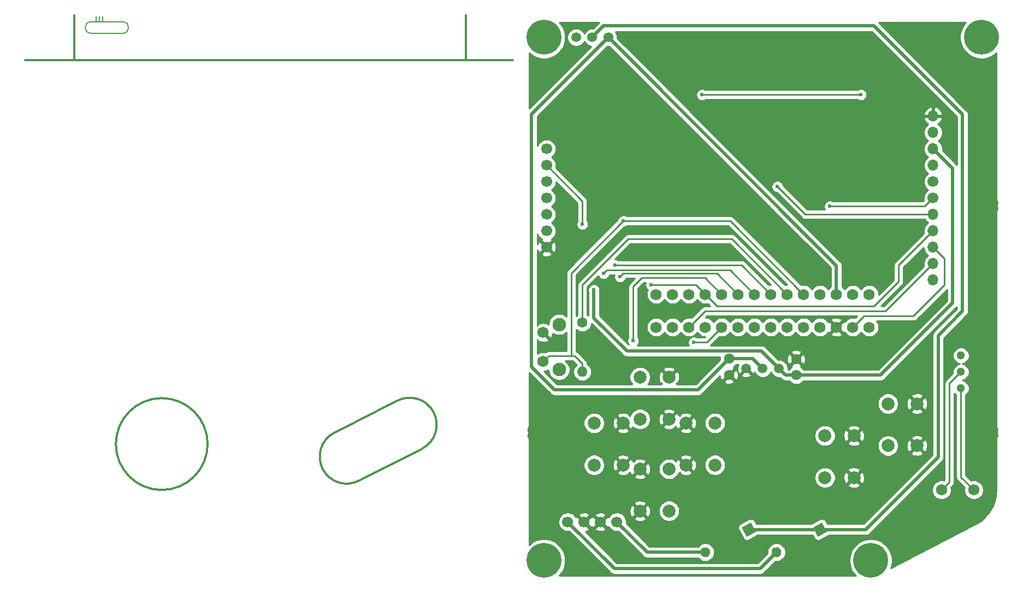
<source format=gbr>
G04 #@! TF.GenerationSoftware,KiCad,Pcbnew,(5.1.9-0-10_14)*
G04 #@! TF.CreationDate,2021-02-12T07:08:18-08:00*
G04 #@! TF.ProjectId,system,73797374-656d-42e6-9b69-6361645f7063,1.0-dev2*
G04 #@! TF.SameCoordinates,Original*
G04 #@! TF.FileFunction,Copper,L1,Top*
G04 #@! TF.FilePolarity,Positive*
%FSLAX46Y46*%
G04 Gerber Fmt 4.6, Leading zero omitted, Abs format (unit mm)*
G04 Created by KiCad (PCBNEW (5.1.9-0-10_14)) date 2021-02-12 07:08:18*
%MOMM*%
%LPD*%
G01*
G04 APERTURE LIST*
G04 #@! TA.AperFunction,NonConductor*
%ADD10C,0.300000*%
G04 #@! TD*
G04 #@! TA.AperFunction,NonConductor*
%ADD11C,0.150000*%
G04 #@! TD*
G04 #@! TA.AperFunction,ComponentPad*
%ADD12C,1.700000*%
G04 #@! TD*
G04 #@! TA.AperFunction,ComponentPad*
%ADD13C,2.000000*%
G04 #@! TD*
G04 #@! TA.AperFunction,ComponentPad*
%ADD14C,1.750000*%
G04 #@! TD*
G04 #@! TA.AperFunction,ComponentPad*
%ADD15C,1.300000*%
G04 #@! TD*
G04 #@! TA.AperFunction,ComponentPad*
%ADD16O,1.700000X1.700000*%
G04 #@! TD*
G04 #@! TA.AperFunction,ComponentPad*
%ADD17C,5.399999*%
G04 #@! TD*
G04 #@! TA.AperFunction,ComponentPad*
%ADD18C,5.400000*%
G04 #@! TD*
G04 #@! TA.AperFunction,ComponentPad*
%ADD19C,1.600000*%
G04 #@! TD*
G04 #@! TA.AperFunction,ComponentPad*
%ADD20C,0.100000*%
G04 #@! TD*
G04 #@! TA.AperFunction,ComponentPad*
%ADD21O,1.600000X1.600000*%
G04 #@! TD*
G04 #@! TA.AperFunction,ComponentPad*
%ADD22C,1.524000*%
G04 #@! TD*
G04 #@! TA.AperFunction,ComponentPad*
%ADD23C,2.100000*%
G04 #@! TD*
G04 #@! TA.AperFunction,ComponentPad*
%ADD24C,1.520000*%
G04 #@! TD*
G04 #@! TA.AperFunction,ViaPad*
%ADD25C,0.600000*%
G04 #@! TD*
G04 #@! TA.AperFunction,Conductor*
%ADD26C,0.254000*%
G04 #@! TD*
G04 #@! TA.AperFunction,Conductor*
%ADD27C,0.508000*%
G04 #@! TD*
G04 #@! TA.AperFunction,Conductor*
%ADD28C,0.100000*%
G04 #@! TD*
G04 APERTURE END LIST*
D10*
X83060622Y-126392738D02*
G75*
G02*
X86920378Y-133807262I1929878J-3707262D01*
G01*
X32964500Y-66675000D02*
X32964500Y-73660000D01*
D11*
X40513000Y-69469000D02*
X35560000Y-69469000D01*
X37395000Y-66865500D02*
X37395000Y-67691000D01*
X36395000Y-66865500D02*
X36395000Y-67691000D01*
X36895000Y-66865500D02*
X36895000Y-67691000D01*
X35560000Y-67691000D02*
X40513000Y-67691000D01*
X40513000Y-67691000D02*
G75*
G02*
X40513000Y-69469000I0J-889000D01*
G01*
X35560000Y-69469000D02*
G75*
G02*
X35560000Y-67691000I0J889000D01*
G01*
D10*
X93654500Y-66675000D02*
X93654500Y-73660000D01*
X25400000Y-73660000D02*
X100965000Y-73660000D01*
X86920378Y-133807262D02*
X77141378Y-138760262D01*
X83060622Y-126392738D02*
X73281622Y-131345738D01*
X77141378Y-138760262D02*
G75*
G02*
X73281622Y-131345738I-1929878J3707262D01*
G01*
X53657500Y-133096000D02*
G75*
G03*
X53657500Y-133096000I-7112000J0D01*
G01*
D12*
X106200000Y-102616000D03*
X106200000Y-100076000D03*
X106200000Y-97536000D03*
X106200000Y-94996000D03*
X106200000Y-92456000D03*
X106200000Y-89916000D03*
X106200000Y-87376000D03*
D13*
X153852000Y-138303000D03*
X149352000Y-138303000D03*
X153852000Y-131803000D03*
X149352000Y-131803000D03*
X163631000Y-133350000D03*
X159131000Y-133350000D03*
X163631000Y-126850000D03*
X159131000Y-126850000D03*
X125186000Y-129234000D03*
X120686000Y-129234000D03*
X125186000Y-122734000D03*
X120686000Y-122734000D03*
X120686000Y-136958000D03*
X125186000Y-136958000D03*
X120686000Y-143458000D03*
X125186000Y-143458000D03*
X118074000Y-136346000D03*
X113574000Y-136346000D03*
X118074000Y-129846000D03*
X113574000Y-129846000D03*
X127798000Y-129846000D03*
X132298000Y-129846000D03*
X127798000Y-136346000D03*
X132298000Y-136346000D03*
D14*
X156210000Y-109920000D03*
X153670000Y-109920000D03*
X151130000Y-109920000D03*
X148590000Y-109920000D03*
X146050000Y-109920000D03*
X143510000Y-109920000D03*
X140970000Y-109920000D03*
X138430000Y-109920000D03*
X135890000Y-109920000D03*
X133350000Y-109920000D03*
X130810000Y-109920000D03*
X128270000Y-109920000D03*
X125730000Y-109920000D03*
X123190000Y-109920000D03*
X123190000Y-115000000D03*
X125730000Y-115000000D03*
X128270000Y-115000000D03*
X130810000Y-115000000D03*
X133350000Y-115000000D03*
X135890000Y-115000000D03*
X156210000Y-115000000D03*
X153670000Y-115000000D03*
X151130000Y-115000000D03*
X148590000Y-115000000D03*
X146050000Y-115000000D03*
X143510000Y-115000000D03*
X138430000Y-115000000D03*
X140970000Y-115000000D03*
D15*
X170434000Y-121920000D03*
X170434000Y-124460000D03*
X170434000Y-119380000D03*
D16*
X166116000Y-107696000D03*
X166116000Y-97536000D03*
X166116000Y-105156000D03*
X166116000Y-100076000D03*
X166116000Y-102616000D03*
X166116000Y-82296000D03*
D12*
X166116000Y-94996000D03*
D16*
X166116000Y-84836000D03*
X166116000Y-87376000D03*
X166116000Y-89916000D03*
D12*
X166116000Y-92456000D03*
D17*
X105791000Y-151130000D03*
X105791000Y-70104000D03*
X156464000Y-151130000D03*
D18*
X173609000Y-70104000D03*
D14*
X172426000Y-140208000D03*
X167426000Y-140208000D03*
D19*
X134493000Y-119888000D03*
X134493000Y-122388000D03*
X144907000Y-119928000D03*
X144907000Y-122428000D03*
G04 #@! TA.AperFunction,ComponentPad*
G36*
G01*
X142540586Y-149490601D02*
X142540586Y-149490601D01*
G75*
G02*
X142200376Y-150569609I-709609J-369399D01*
G01*
X142200376Y-150569609D01*
G75*
G02*
X141121368Y-150229399I-369399J709609D01*
G01*
X141121368Y-150229399D01*
G75*
G02*
X141461578Y-149150391I709609J369399D01*
G01*
X141461578Y-149150391D01*
G75*
G02*
X142540586Y-149490601I369399J-709609D01*
G01*
G37*
G04 #@! TD.AperFunction*
G04 #@! TA.AperFunction,ComponentPad*
D20*
G36*
X148930210Y-145262468D02*
G01*
X149669008Y-146681686D01*
X148249790Y-147420484D01*
X147510992Y-146001266D01*
X148930210Y-145262468D01*
G37*
G04 #@! TD.AperFunction*
G04 #@! TA.AperFunction,ComponentPad*
G36*
X137909233Y-145262468D02*
G01*
X138648031Y-146681686D01*
X137228813Y-147420484D01*
X136490015Y-146001266D01*
X137909233Y-145262468D01*
G37*
G04 #@! TD.AperFunction*
G04 #@! TA.AperFunction,ComponentPad*
G36*
G01*
X131519609Y-149490601D02*
X131519609Y-149490601D01*
G75*
G02*
X131179399Y-150569609I-709609J-369399D01*
G01*
X131179399Y-150569609D01*
G75*
G02*
X130100391Y-150229399I-369399J709609D01*
G01*
X130100391Y-150229399D01*
G75*
G02*
X130440601Y-149150391I709609J369399D01*
G01*
X130440601Y-149150391D01*
G75*
G02*
X131519609Y-149490601I369399J-709609D01*
G01*
G37*
G04 #@! TD.AperFunction*
D19*
X111760000Y-114300000D03*
D21*
X111760000Y-121920000D03*
D22*
X110794800Y-70104000D03*
X113284000Y-70104000D03*
X115773200Y-70104000D03*
D23*
X108154000Y-121584000D03*
D14*
X105664000Y-120324000D03*
X105664000Y-115824000D03*
D23*
X108154000Y-114574000D03*
D12*
X114554000Y-145161000D03*
X112014000Y-145161000D03*
X117094000Y-145161000D03*
X109474000Y-145161000D03*
D24*
X137160000Y-121412000D03*
X142240000Y-121412000D03*
X139700000Y-121412000D03*
D25*
X118110000Y-115570000D03*
X118618000Y-111252000D03*
X126746000Y-117348000D03*
X109220000Y-96266000D03*
X156718000Y-102362000D03*
X163068000Y-105664000D03*
X125476000Y-103378000D03*
X125476000Y-99822000D03*
X164084000Y-121412000D03*
X105664000Y-75946000D03*
X118110000Y-98552000D03*
X116839984Y-105410000D03*
X115062000Y-106680000D03*
X117602000Y-107188000D03*
X119633994Y-117094000D03*
X129032000Y-117348000D03*
X111760000Y-99060000D03*
X113538000Y-109220000D03*
X154940000Y-78994000D03*
X130302000Y-78994000D03*
X141986000Y-93218000D03*
X150114000Y-96265986D03*
X122428000Y-108458001D03*
D26*
X168656000Y-138978000D02*
X167426000Y-140208000D01*
X168656000Y-123698000D02*
X168656000Y-138978000D01*
X170434000Y-121920000D02*
X168656000Y-123698000D01*
D27*
X141830977Y-149860000D02*
X139290977Y-152400000D01*
X116713000Y-152400000D02*
X109474000Y-145161000D01*
X139290977Y-152400000D02*
X116713000Y-152400000D01*
D26*
X111760000Y-121920000D02*
X111760000Y-120650000D01*
X106538999Y-119449001D02*
X105664000Y-120324000D01*
X111760000Y-120650000D02*
X110559001Y-119449001D01*
X110051001Y-119449001D02*
X106538999Y-119449001D01*
X110559001Y-119449001D02*
X110051001Y-119449001D01*
X110051001Y-106610999D02*
X110051001Y-119449001D01*
X118110000Y-98552000D02*
X110051001Y-106610999D01*
X134682000Y-98552000D02*
X118110000Y-98552000D01*
X146050000Y-109920000D02*
X134682000Y-98552000D01*
D27*
X148590000Y-146341476D02*
X137569023Y-146341476D01*
X166892590Y-135113410D02*
X155664524Y-146341476D01*
X166892590Y-116317410D02*
X166892590Y-135113410D01*
X170688000Y-112522000D02*
X166892590Y-116317410D01*
X156972000Y-68326000D02*
X170688000Y-82042000D01*
X155664524Y-146341476D02*
X148590000Y-146341476D01*
X170688000Y-82042000D02*
X170688000Y-112522000D01*
X115062000Y-68326000D02*
X156972000Y-68326000D01*
X113284000Y-70104000D02*
X115062000Y-68326000D01*
D26*
X136460000Y-105410000D02*
X116839984Y-105410000D01*
X140970000Y-109920000D02*
X136460000Y-105410000D01*
X134682000Y-106172000D02*
X115570000Y-106172000D01*
X115570000Y-106172000D02*
X115062000Y-106680000D01*
X138430000Y-109920000D02*
X134682000Y-106172000D01*
X118110000Y-106680000D02*
X132650000Y-106680000D01*
X132650000Y-106680000D02*
X135890000Y-109920000D01*
X117602000Y-107188000D02*
X118110000Y-106680000D01*
X119633994Y-108712006D02*
X119633994Y-117094000D01*
X120975401Y-107370599D02*
X119633994Y-108712006D01*
X130800599Y-107370599D02*
X120975401Y-107370599D01*
X133350000Y-109920000D02*
X130800599Y-107370599D01*
X131002000Y-117348000D02*
X129032000Y-117348000D01*
X133350000Y-115000000D02*
X131002000Y-117348000D01*
X106200000Y-89916000D02*
X111760000Y-95476000D01*
X111760000Y-95476000D02*
X111760000Y-99060000D01*
X170434000Y-138216000D02*
X172426000Y-140208000D01*
X170434000Y-124460000D02*
X170434000Y-138216000D01*
X118872000Y-101346000D02*
X111760000Y-108458000D01*
X134936000Y-101346000D02*
X118872000Y-101346000D01*
X111760000Y-108458000D02*
X111760000Y-114300000D01*
X143510000Y-109920000D02*
X134936000Y-101346000D01*
D27*
X143256000Y-122428000D02*
X142240000Y-121412000D01*
X144907000Y-122428000D02*
X143256000Y-122428000D01*
X113538000Y-113567474D02*
X113538000Y-109220000D01*
X118652125Y-118681599D02*
X113538000Y-113567474D01*
X139509599Y-118681599D02*
X118652125Y-118681599D01*
X142240000Y-121412000D02*
X139509599Y-118681599D01*
X169164000Y-90424000D02*
X166116000Y-87376000D01*
X157988000Y-122428000D02*
X169164000Y-111252000D01*
X169164000Y-111252000D02*
X169164000Y-90424000D01*
X144907000Y-122428000D02*
X157988000Y-122428000D01*
X121793000Y-149860000D02*
X117094000Y-145161000D01*
X130810000Y-149860000D02*
X121793000Y-149860000D01*
D26*
X154940000Y-78994000D02*
X130302000Y-78994000D01*
X158750000Y-112522000D02*
X166116000Y-105156000D01*
X130748000Y-112522000D02*
X158750000Y-112522000D01*
X128270000Y-115000000D02*
X130748000Y-112522000D01*
X146304000Y-97536000D02*
X141986000Y-93218000D01*
X166116000Y-97536000D02*
X146304000Y-97536000D01*
X166116000Y-94996000D02*
X164846014Y-96265986D01*
X164846014Y-96265986D02*
X150114000Y-96265986D01*
X132650000Y-111760000D02*
X130810000Y-109920000D01*
X129348001Y-108458001D02*
X122428000Y-108458001D01*
X132650000Y-111760000D02*
X129348001Y-108458001D01*
X156972000Y-111760000D02*
X132650000Y-111760000D01*
X160782000Y-107950000D02*
X156972000Y-111760000D01*
X160782000Y-105410000D02*
X160782000Y-107950000D01*
X166116000Y-100076000D02*
X160782000Y-105410000D01*
X167894000Y-108458000D02*
X167894000Y-104394000D01*
X155386000Y-113284000D02*
X163068000Y-113284000D01*
X167894000Y-104394000D02*
X166116000Y-102616000D01*
X163068000Y-113284000D02*
X167894000Y-108458000D01*
X153670000Y-115000000D02*
X155386000Y-113284000D01*
D27*
X151130000Y-105460800D02*
X115773200Y-70104000D01*
X151130000Y-109920000D02*
X151130000Y-105460800D01*
X138176000Y-119888000D02*
X134493000Y-119888000D01*
X139700000Y-121412000D02*
X138176000Y-119888000D01*
X129667000Y-124714000D02*
X134493000Y-119888000D01*
X107442000Y-124714000D02*
X129667000Y-124714000D01*
X103886000Y-121158000D02*
X107442000Y-124714000D01*
X103886000Y-81991200D02*
X103886000Y-121158000D01*
X115773200Y-70104000D02*
X103886000Y-81991200D01*
D26*
X171018536Y-67978061D02*
X170653561Y-68524285D01*
X170402162Y-69131216D01*
X170274000Y-69775531D01*
X170274000Y-70432469D01*
X170402162Y-71076784D01*
X170653561Y-71683715D01*
X171018536Y-72229939D01*
X171483061Y-72694464D01*
X172029285Y-73059439D01*
X172636216Y-73310838D01*
X173280531Y-73439000D01*
X173937469Y-73439000D01*
X174581784Y-73310838D01*
X175188715Y-73059439D01*
X175734939Y-72694464D01*
X175890000Y-72539403D01*
X175890001Y-94959885D01*
X175886444Y-94996000D01*
X175900635Y-95140085D01*
X175942663Y-95278633D01*
X175999389Y-95384760D01*
X176024164Y-95509312D01*
X176091179Y-95671099D01*
X176106815Y-95694500D01*
X176091179Y-95717901D01*
X176024164Y-95879688D01*
X175990000Y-96051441D01*
X175990000Y-96226559D01*
X176024164Y-96398312D01*
X176091179Y-96560099D01*
X176106815Y-96583500D01*
X176091179Y-96606901D01*
X176024164Y-96768688D01*
X175999389Y-96893240D01*
X175942663Y-96999367D01*
X175900635Y-97137915D01*
X175886444Y-97282000D01*
X175890000Y-97318105D01*
X175890001Y-130138885D01*
X175886444Y-130175000D01*
X175900635Y-130319085D01*
X175942663Y-130457633D01*
X175999389Y-130563760D01*
X176024164Y-130688312D01*
X176091179Y-130850099D01*
X176106815Y-130873500D01*
X176091179Y-130896901D01*
X176024164Y-131058688D01*
X175990000Y-131230441D01*
X175990000Y-131405559D01*
X176024164Y-131577312D01*
X176091179Y-131739099D01*
X176106815Y-131762500D01*
X176091179Y-131785901D01*
X176024164Y-131947688D01*
X175999389Y-132072240D01*
X175942663Y-132178367D01*
X175900635Y-132316915D01*
X175886444Y-132461000D01*
X175890000Y-132497105D01*
X175890001Y-140180069D01*
X175819278Y-141109801D01*
X175615064Y-141990843D01*
X175279930Y-142830861D01*
X174821590Y-143610524D01*
X174250591Y-144311886D01*
X173576942Y-144921643D01*
X172940009Y-145352970D01*
X159587013Y-152305152D01*
X159670837Y-152102783D01*
X159798999Y-151458469D01*
X159798999Y-150801531D01*
X159670837Y-150157217D01*
X159419438Y-149550285D01*
X159054463Y-149004062D01*
X158589938Y-148539537D01*
X158043715Y-148174562D01*
X157436783Y-147923163D01*
X156792469Y-147795001D01*
X156135531Y-147795001D01*
X155491217Y-147923163D01*
X154884285Y-148174562D01*
X154338062Y-148539537D01*
X153873537Y-149004062D01*
X153508562Y-149550285D01*
X153257163Y-150157217D01*
X153129001Y-150801531D01*
X153129001Y-151458469D01*
X153257163Y-152102783D01*
X153508562Y-152709715D01*
X153873537Y-153255938D01*
X154108499Y-153490900D01*
X108146501Y-153490900D01*
X108381463Y-153255938D01*
X108746438Y-152709715D01*
X108997837Y-152102783D01*
X109125999Y-151458469D01*
X109125999Y-150801531D01*
X108997837Y-150157217D01*
X108746438Y-149550285D01*
X108381463Y-149004062D01*
X107916938Y-148539537D01*
X107370715Y-148174562D01*
X106763783Y-147923163D01*
X106119469Y-147795001D01*
X105462531Y-147795001D01*
X104818217Y-147923163D01*
X104211285Y-148174562D01*
X103665062Y-148539537D01*
X103510000Y-148694599D01*
X103510000Y-145014740D01*
X107989000Y-145014740D01*
X107989000Y-145307260D01*
X108046068Y-145594158D01*
X108158010Y-145864411D01*
X108320525Y-146107632D01*
X108527368Y-146314475D01*
X108770589Y-146476990D01*
X109040842Y-146588932D01*
X109327740Y-146646000D01*
X109620260Y-146646000D01*
X109688242Y-146632477D01*
X116053506Y-152997742D01*
X116081341Y-153031659D01*
X116216709Y-153142753D01*
X116371149Y-153225303D01*
X116465758Y-153254002D01*
X116538725Y-153276136D01*
X116555325Y-153277771D01*
X116669333Y-153289000D01*
X116669340Y-153289000D01*
X116713000Y-153293300D01*
X116756660Y-153289000D01*
X139247317Y-153289000D01*
X139290977Y-153293300D01*
X139334637Y-153289000D01*
X139334644Y-153289000D01*
X139465251Y-153276136D01*
X139632828Y-153225303D01*
X139787268Y-153142753D01*
X139922636Y-153031659D01*
X139950476Y-152997736D01*
X141659257Y-151288956D01*
X141689642Y-151295000D01*
X141972312Y-151295000D01*
X142249551Y-151239853D01*
X142510704Y-151131680D01*
X142745736Y-150974637D01*
X142945614Y-150774759D01*
X143102657Y-150539727D01*
X143210830Y-150278574D01*
X143265977Y-150001335D01*
X143265977Y-149718665D01*
X143210830Y-149441426D01*
X143102657Y-149180273D01*
X142945614Y-148945241D01*
X142745736Y-148745363D01*
X142510704Y-148588320D01*
X142249551Y-148480147D01*
X141972312Y-148425000D01*
X141689642Y-148425000D01*
X141412403Y-148480147D01*
X141151250Y-148588320D01*
X140916218Y-148745363D01*
X140716340Y-148945241D01*
X140559297Y-149180273D01*
X140451124Y-149441426D01*
X140395977Y-149718665D01*
X140395977Y-150001335D01*
X140402021Y-150031720D01*
X138922742Y-151511000D01*
X117081236Y-151511000D01*
X112204190Y-146633955D01*
X112372019Y-146609599D01*
X112647747Y-146511919D01*
X112785157Y-146438472D01*
X112862792Y-146189397D01*
X113705208Y-146189397D01*
X113782843Y-146438472D01*
X114046883Y-146564371D01*
X114330411Y-146636339D01*
X114622531Y-146651611D01*
X114912019Y-146609599D01*
X115187747Y-146511919D01*
X115325157Y-146438472D01*
X115402792Y-146189397D01*
X114554000Y-145340605D01*
X113705208Y-146189397D01*
X112862792Y-146189397D01*
X112014000Y-145340605D01*
X111999858Y-145354748D01*
X111820253Y-145175143D01*
X111834395Y-145161000D01*
X112193605Y-145161000D01*
X113042397Y-146009792D01*
X113284000Y-145934486D01*
X113525603Y-146009792D01*
X114374395Y-145161000D01*
X114733605Y-145161000D01*
X115582397Y-146009792D01*
X115824689Y-145934271D01*
X115940525Y-146107632D01*
X116147368Y-146314475D01*
X116390589Y-146476990D01*
X116660842Y-146588932D01*
X116947740Y-146646000D01*
X117240260Y-146646000D01*
X117308242Y-146632477D01*
X121133506Y-150457742D01*
X121161341Y-150491659D01*
X121296709Y-150602753D01*
X121451149Y-150685303D01*
X121567892Y-150720716D01*
X121618725Y-150736136D01*
X121793000Y-150753301D01*
X121836668Y-150749000D01*
X129678151Y-150749000D01*
X129695363Y-150774759D01*
X129895241Y-150974637D01*
X130130273Y-151131680D01*
X130391426Y-151239853D01*
X130668665Y-151295000D01*
X130951335Y-151295000D01*
X131228574Y-151239853D01*
X131489727Y-151131680D01*
X131724759Y-150974637D01*
X131924637Y-150774759D01*
X132081680Y-150539727D01*
X132189853Y-150278574D01*
X132245000Y-150001335D01*
X132245000Y-149718665D01*
X132189853Y-149441426D01*
X132081680Y-149180273D01*
X131924637Y-148945241D01*
X131724759Y-148745363D01*
X131489727Y-148588320D01*
X131228574Y-148480147D01*
X130951335Y-148425000D01*
X130668665Y-148425000D01*
X130391426Y-148480147D01*
X130130273Y-148588320D01*
X129895241Y-148745363D01*
X129695363Y-148945241D01*
X129678151Y-148971000D01*
X122161236Y-148971000D01*
X118565477Y-145375242D01*
X118579000Y-145307260D01*
X118579000Y-145014740D01*
X118521932Y-144727842D01*
X118466250Y-144593413D01*
X119730192Y-144593413D01*
X119825956Y-144857814D01*
X120115571Y-144998704D01*
X120427108Y-145080384D01*
X120748595Y-145099718D01*
X121067675Y-145055961D01*
X121372088Y-144950795D01*
X121546044Y-144857814D01*
X121641808Y-144593413D01*
X120686000Y-143637605D01*
X119730192Y-144593413D01*
X118466250Y-144593413D01*
X118409990Y-144457589D01*
X118247475Y-144214368D01*
X118040632Y-144007525D01*
X117797411Y-143845010D01*
X117527158Y-143733068D01*
X117240260Y-143676000D01*
X116947740Y-143676000D01*
X116660842Y-143733068D01*
X116390589Y-143845010D01*
X116147368Y-144007525D01*
X115940525Y-144214368D01*
X115824689Y-144387729D01*
X115582397Y-144312208D01*
X114733605Y-145161000D01*
X114374395Y-145161000D01*
X113525603Y-144312208D01*
X113284000Y-144387514D01*
X113042397Y-144312208D01*
X112193605Y-145161000D01*
X111834395Y-145161000D01*
X110985603Y-144312208D01*
X110743311Y-144387729D01*
X110627475Y-144214368D01*
X110545710Y-144132603D01*
X111165208Y-144132603D01*
X112014000Y-144981395D01*
X112862792Y-144132603D01*
X113705208Y-144132603D01*
X114554000Y-144981395D01*
X115402792Y-144132603D01*
X115325157Y-143883528D01*
X115061117Y-143757629D01*
X114777589Y-143685661D01*
X114485469Y-143670389D01*
X114195981Y-143712401D01*
X113920253Y-143810081D01*
X113782843Y-143883528D01*
X113705208Y-144132603D01*
X112862792Y-144132603D01*
X112785157Y-143883528D01*
X112521117Y-143757629D01*
X112237589Y-143685661D01*
X111945469Y-143670389D01*
X111655981Y-143712401D01*
X111380253Y-143810081D01*
X111242843Y-143883528D01*
X111165208Y-144132603D01*
X110545710Y-144132603D01*
X110420632Y-144007525D01*
X110177411Y-143845010D01*
X109907158Y-143733068D01*
X109620260Y-143676000D01*
X109327740Y-143676000D01*
X109040842Y-143733068D01*
X108770589Y-143845010D01*
X108527368Y-144007525D01*
X108320525Y-144214368D01*
X108158010Y-144457589D01*
X108046068Y-144727842D01*
X107989000Y-145014740D01*
X103510000Y-145014740D01*
X103510000Y-143520595D01*
X119044282Y-143520595D01*
X119088039Y-143839675D01*
X119193205Y-144144088D01*
X119286186Y-144318044D01*
X119550587Y-144413808D01*
X120506395Y-143458000D01*
X120865605Y-143458000D01*
X121821413Y-144413808D01*
X122085814Y-144318044D01*
X122226704Y-144028429D01*
X122308384Y-143716892D01*
X122327718Y-143395405D01*
X122314219Y-143296967D01*
X123551000Y-143296967D01*
X123551000Y-143619033D01*
X123613832Y-143934912D01*
X123737082Y-144232463D01*
X123916013Y-144500252D01*
X124143748Y-144727987D01*
X124411537Y-144906918D01*
X124709088Y-145030168D01*
X125024967Y-145093000D01*
X125347033Y-145093000D01*
X125662912Y-145030168D01*
X125960463Y-144906918D01*
X126228252Y-144727987D01*
X126455987Y-144500252D01*
X126634918Y-144232463D01*
X126758168Y-143934912D01*
X126821000Y-143619033D01*
X126821000Y-143296967D01*
X126758168Y-142981088D01*
X126634918Y-142683537D01*
X126455987Y-142415748D01*
X126228252Y-142188013D01*
X125960463Y-142009082D01*
X125662912Y-141885832D01*
X125347033Y-141823000D01*
X125024967Y-141823000D01*
X124709088Y-141885832D01*
X124411537Y-142009082D01*
X124143748Y-142188013D01*
X123916013Y-142415748D01*
X123737082Y-142683537D01*
X123613832Y-142981088D01*
X123551000Y-143296967D01*
X122314219Y-143296967D01*
X122283961Y-143076325D01*
X122178795Y-142771912D01*
X122085814Y-142597956D01*
X121821413Y-142502192D01*
X120865605Y-143458000D01*
X120506395Y-143458000D01*
X119550587Y-142502192D01*
X119286186Y-142597956D01*
X119145296Y-142887571D01*
X119063616Y-143199108D01*
X119044282Y-143520595D01*
X103510000Y-143520595D01*
X103510000Y-142322587D01*
X119730192Y-142322587D01*
X120686000Y-143278395D01*
X121641808Y-142322587D01*
X121546044Y-142058186D01*
X121256429Y-141917296D01*
X120944892Y-141835616D01*
X120623405Y-141816282D01*
X120304325Y-141860039D01*
X119999912Y-141965205D01*
X119825956Y-142058186D01*
X119730192Y-142322587D01*
X103510000Y-142322587D01*
X103510000Y-138093413D01*
X119730192Y-138093413D01*
X119825956Y-138357814D01*
X120115571Y-138498704D01*
X120427108Y-138580384D01*
X120748595Y-138599718D01*
X121067675Y-138555961D01*
X121372088Y-138450795D01*
X121546044Y-138357814D01*
X121641808Y-138093413D01*
X120686000Y-137137605D01*
X119730192Y-138093413D01*
X103510000Y-138093413D01*
X103510000Y-136184967D01*
X111939000Y-136184967D01*
X111939000Y-136507033D01*
X112001832Y-136822912D01*
X112125082Y-137120463D01*
X112304013Y-137388252D01*
X112531748Y-137615987D01*
X112799537Y-137794918D01*
X113097088Y-137918168D01*
X113412967Y-137981000D01*
X113735033Y-137981000D01*
X114050912Y-137918168D01*
X114348463Y-137794918D01*
X114616252Y-137615987D01*
X114750826Y-137481413D01*
X117118192Y-137481413D01*
X117213956Y-137745814D01*
X117503571Y-137886704D01*
X117815108Y-137968384D01*
X118136595Y-137987718D01*
X118455675Y-137943961D01*
X118760088Y-137838795D01*
X118934044Y-137745814D01*
X119029807Y-137481415D01*
X119145475Y-137597083D01*
X119168880Y-137573678D01*
X119193205Y-137644088D01*
X119286186Y-137818044D01*
X119550587Y-137913808D01*
X120506395Y-136958000D01*
X120865605Y-136958000D01*
X121821413Y-137913808D01*
X122085814Y-137818044D01*
X122226704Y-137528429D01*
X122308384Y-137216892D01*
X122327718Y-136895405D01*
X122314219Y-136796967D01*
X123551000Y-136796967D01*
X123551000Y-137119033D01*
X123613832Y-137434912D01*
X123737082Y-137732463D01*
X123916013Y-138000252D01*
X124143748Y-138227987D01*
X124411537Y-138406918D01*
X124709088Y-138530168D01*
X125024967Y-138593000D01*
X125347033Y-138593000D01*
X125662912Y-138530168D01*
X125960463Y-138406918D01*
X126228252Y-138227987D01*
X126314272Y-138141967D01*
X147717000Y-138141967D01*
X147717000Y-138464033D01*
X147779832Y-138779912D01*
X147903082Y-139077463D01*
X148082013Y-139345252D01*
X148309748Y-139572987D01*
X148577537Y-139751918D01*
X148875088Y-139875168D01*
X149190967Y-139938000D01*
X149513033Y-139938000D01*
X149828912Y-139875168D01*
X150126463Y-139751918D01*
X150394252Y-139572987D01*
X150528826Y-139438413D01*
X152896192Y-139438413D01*
X152991956Y-139702814D01*
X153281571Y-139843704D01*
X153593108Y-139925384D01*
X153914595Y-139944718D01*
X154233675Y-139900961D01*
X154538088Y-139795795D01*
X154712044Y-139702814D01*
X154807808Y-139438413D01*
X153852000Y-138482605D01*
X152896192Y-139438413D01*
X150528826Y-139438413D01*
X150621987Y-139345252D01*
X150800918Y-139077463D01*
X150924168Y-138779912D01*
X150987000Y-138464033D01*
X150987000Y-138365595D01*
X152210282Y-138365595D01*
X152254039Y-138684675D01*
X152359205Y-138989088D01*
X152452186Y-139163044D01*
X152716587Y-139258808D01*
X153672395Y-138303000D01*
X154031605Y-138303000D01*
X154987413Y-139258808D01*
X155251814Y-139163044D01*
X155392704Y-138873429D01*
X155474384Y-138561892D01*
X155493718Y-138240405D01*
X155449961Y-137921325D01*
X155344795Y-137616912D01*
X155251814Y-137442956D01*
X154987413Y-137347192D01*
X154031605Y-138303000D01*
X153672395Y-138303000D01*
X152716587Y-137347192D01*
X152452186Y-137442956D01*
X152311296Y-137732571D01*
X152229616Y-138044108D01*
X152210282Y-138365595D01*
X150987000Y-138365595D01*
X150987000Y-138141967D01*
X150924168Y-137826088D01*
X150800918Y-137528537D01*
X150621987Y-137260748D01*
X150528826Y-137167587D01*
X152896192Y-137167587D01*
X153852000Y-138123395D01*
X154807808Y-137167587D01*
X154712044Y-136903186D01*
X154422429Y-136762296D01*
X154110892Y-136680616D01*
X153789405Y-136661282D01*
X153470325Y-136705039D01*
X153165912Y-136810205D01*
X152991956Y-136903186D01*
X152896192Y-137167587D01*
X150528826Y-137167587D01*
X150394252Y-137033013D01*
X150126463Y-136854082D01*
X149828912Y-136730832D01*
X149513033Y-136668000D01*
X149190967Y-136668000D01*
X148875088Y-136730832D01*
X148577537Y-136854082D01*
X148309748Y-137033013D01*
X148082013Y-137260748D01*
X147903082Y-137528537D01*
X147779832Y-137826088D01*
X147717000Y-138141967D01*
X126314272Y-138141967D01*
X126455987Y-138000252D01*
X126634918Y-137732463D01*
X126701401Y-137571959D01*
X126726525Y-137597083D01*
X126842193Y-137481415D01*
X126937956Y-137745814D01*
X127227571Y-137886704D01*
X127539108Y-137968384D01*
X127860595Y-137987718D01*
X128179675Y-137943961D01*
X128484088Y-137838795D01*
X128658044Y-137745814D01*
X128753808Y-137481413D01*
X127798000Y-136525605D01*
X127783858Y-136539748D01*
X127604253Y-136360143D01*
X127618395Y-136346000D01*
X127977605Y-136346000D01*
X128933413Y-137301808D01*
X129197814Y-137206044D01*
X129338704Y-136916429D01*
X129420384Y-136604892D01*
X129439718Y-136283405D01*
X129426219Y-136184967D01*
X130663000Y-136184967D01*
X130663000Y-136507033D01*
X130725832Y-136822912D01*
X130849082Y-137120463D01*
X131028013Y-137388252D01*
X131255748Y-137615987D01*
X131523537Y-137794918D01*
X131821088Y-137918168D01*
X132136967Y-137981000D01*
X132459033Y-137981000D01*
X132774912Y-137918168D01*
X133072463Y-137794918D01*
X133340252Y-137615987D01*
X133567987Y-137388252D01*
X133746918Y-137120463D01*
X133870168Y-136822912D01*
X133933000Y-136507033D01*
X133933000Y-136184967D01*
X133870168Y-135869088D01*
X133746918Y-135571537D01*
X133567987Y-135303748D01*
X133340252Y-135076013D01*
X133072463Y-134897082D01*
X132774912Y-134773832D01*
X132459033Y-134711000D01*
X132136967Y-134711000D01*
X131821088Y-134773832D01*
X131523537Y-134897082D01*
X131255748Y-135076013D01*
X131028013Y-135303748D01*
X130849082Y-135571537D01*
X130725832Y-135869088D01*
X130663000Y-136184967D01*
X129426219Y-136184967D01*
X129395961Y-135964325D01*
X129290795Y-135659912D01*
X129197814Y-135485956D01*
X128933413Y-135390192D01*
X127977605Y-136346000D01*
X127618395Y-136346000D01*
X126662587Y-135390192D01*
X126398186Y-135485956D01*
X126276446Y-135736207D01*
X126228252Y-135688013D01*
X125960463Y-135509082D01*
X125662912Y-135385832D01*
X125347033Y-135323000D01*
X125024967Y-135323000D01*
X124709088Y-135385832D01*
X124411537Y-135509082D01*
X124143748Y-135688013D01*
X123916013Y-135915748D01*
X123737082Y-136183537D01*
X123613832Y-136481088D01*
X123551000Y-136796967D01*
X122314219Y-136796967D01*
X122283961Y-136576325D01*
X122178795Y-136271912D01*
X122085814Y-136097956D01*
X121821413Y-136002192D01*
X120865605Y-136958000D01*
X120506395Y-136958000D01*
X120492253Y-136943858D01*
X120671858Y-136764253D01*
X120686000Y-136778395D01*
X121641808Y-135822587D01*
X121546044Y-135558186D01*
X121256429Y-135417296D01*
X120944892Y-135335616D01*
X120623405Y-135316282D01*
X120304325Y-135360039D01*
X119999912Y-135465205D01*
X119825956Y-135558186D01*
X119730193Y-135822585D01*
X119614525Y-135706917D01*
X119591120Y-135730322D01*
X119566795Y-135659912D01*
X119473814Y-135485956D01*
X119209413Y-135390192D01*
X118253605Y-136346000D01*
X118267748Y-136360143D01*
X118088143Y-136539748D01*
X118074000Y-136525605D01*
X117118192Y-137481413D01*
X114750826Y-137481413D01*
X114843987Y-137388252D01*
X115022918Y-137120463D01*
X115146168Y-136822912D01*
X115209000Y-136507033D01*
X115209000Y-136408595D01*
X116432282Y-136408595D01*
X116476039Y-136727675D01*
X116581205Y-137032088D01*
X116674186Y-137206044D01*
X116938587Y-137301808D01*
X117894395Y-136346000D01*
X116938587Y-135390192D01*
X116674186Y-135485956D01*
X116533296Y-135775571D01*
X116451616Y-136087108D01*
X116432282Y-136408595D01*
X115209000Y-136408595D01*
X115209000Y-136184967D01*
X115146168Y-135869088D01*
X115022918Y-135571537D01*
X114843987Y-135303748D01*
X114750826Y-135210587D01*
X117118192Y-135210587D01*
X118074000Y-136166395D01*
X119029808Y-135210587D01*
X126842192Y-135210587D01*
X127798000Y-136166395D01*
X128753808Y-135210587D01*
X128658044Y-134946186D01*
X128368429Y-134805296D01*
X128056892Y-134723616D01*
X127735405Y-134704282D01*
X127416325Y-134748039D01*
X127111912Y-134853205D01*
X126937956Y-134946186D01*
X126842192Y-135210587D01*
X119029808Y-135210587D01*
X118934044Y-134946186D01*
X118644429Y-134805296D01*
X118332892Y-134723616D01*
X118011405Y-134704282D01*
X117692325Y-134748039D01*
X117387912Y-134853205D01*
X117213956Y-134946186D01*
X117118192Y-135210587D01*
X114750826Y-135210587D01*
X114616252Y-135076013D01*
X114348463Y-134897082D01*
X114050912Y-134773832D01*
X113735033Y-134711000D01*
X113412967Y-134711000D01*
X113097088Y-134773832D01*
X112799537Y-134897082D01*
X112531748Y-135076013D01*
X112304013Y-135303748D01*
X112125082Y-135571537D01*
X112001832Y-135869088D01*
X111939000Y-136184967D01*
X103510000Y-136184967D01*
X103510000Y-132497105D01*
X103513556Y-132461000D01*
X103499365Y-132316915D01*
X103457337Y-132178367D01*
X103400611Y-132072240D01*
X103375836Y-131947688D01*
X103308821Y-131785901D01*
X103293185Y-131762500D01*
X103308821Y-131739099D01*
X103349054Y-131641967D01*
X147717000Y-131641967D01*
X147717000Y-131964033D01*
X147779832Y-132279912D01*
X147903082Y-132577463D01*
X148082013Y-132845252D01*
X148309748Y-133072987D01*
X148577537Y-133251918D01*
X148875088Y-133375168D01*
X149190967Y-133438000D01*
X149513033Y-133438000D01*
X149828912Y-133375168D01*
X150126463Y-133251918D01*
X150394252Y-133072987D01*
X150528826Y-132938413D01*
X152896192Y-132938413D01*
X152991956Y-133202814D01*
X153281571Y-133343704D01*
X153593108Y-133425384D01*
X153914595Y-133444718D01*
X154233675Y-133400961D01*
X154538088Y-133295795D01*
X154712044Y-133202814D01*
X154717059Y-133188967D01*
X157496000Y-133188967D01*
X157496000Y-133511033D01*
X157558832Y-133826912D01*
X157682082Y-134124463D01*
X157861013Y-134392252D01*
X158088748Y-134619987D01*
X158356537Y-134798918D01*
X158654088Y-134922168D01*
X158969967Y-134985000D01*
X159292033Y-134985000D01*
X159607912Y-134922168D01*
X159905463Y-134798918D01*
X160173252Y-134619987D01*
X160307826Y-134485413D01*
X162675192Y-134485413D01*
X162770956Y-134749814D01*
X163060571Y-134890704D01*
X163372108Y-134972384D01*
X163693595Y-134991718D01*
X164012675Y-134947961D01*
X164317088Y-134842795D01*
X164491044Y-134749814D01*
X164586808Y-134485413D01*
X163631000Y-133529605D01*
X162675192Y-134485413D01*
X160307826Y-134485413D01*
X160400987Y-134392252D01*
X160579918Y-134124463D01*
X160703168Y-133826912D01*
X160766000Y-133511033D01*
X160766000Y-133412595D01*
X161989282Y-133412595D01*
X162033039Y-133731675D01*
X162138205Y-134036088D01*
X162231186Y-134210044D01*
X162495587Y-134305808D01*
X163451395Y-133350000D01*
X163810605Y-133350000D01*
X164766413Y-134305808D01*
X165030814Y-134210044D01*
X165171704Y-133920429D01*
X165253384Y-133608892D01*
X165272718Y-133287405D01*
X165228961Y-132968325D01*
X165123795Y-132663912D01*
X165030814Y-132489956D01*
X164766413Y-132394192D01*
X163810605Y-133350000D01*
X163451395Y-133350000D01*
X162495587Y-132394192D01*
X162231186Y-132489956D01*
X162090296Y-132779571D01*
X162008616Y-133091108D01*
X161989282Y-133412595D01*
X160766000Y-133412595D01*
X160766000Y-133188967D01*
X160703168Y-132873088D01*
X160579918Y-132575537D01*
X160400987Y-132307748D01*
X160307826Y-132214587D01*
X162675192Y-132214587D01*
X163631000Y-133170395D01*
X164586808Y-132214587D01*
X164491044Y-131950186D01*
X164201429Y-131809296D01*
X163889892Y-131727616D01*
X163568405Y-131708282D01*
X163249325Y-131752039D01*
X162944912Y-131857205D01*
X162770956Y-131950186D01*
X162675192Y-132214587D01*
X160307826Y-132214587D01*
X160173252Y-132080013D01*
X159905463Y-131901082D01*
X159607912Y-131777832D01*
X159292033Y-131715000D01*
X158969967Y-131715000D01*
X158654088Y-131777832D01*
X158356537Y-131901082D01*
X158088748Y-132080013D01*
X157861013Y-132307748D01*
X157682082Y-132575537D01*
X157558832Y-132873088D01*
X157496000Y-133188967D01*
X154717059Y-133188967D01*
X154807808Y-132938413D01*
X153852000Y-131982605D01*
X152896192Y-132938413D01*
X150528826Y-132938413D01*
X150621987Y-132845252D01*
X150800918Y-132577463D01*
X150924168Y-132279912D01*
X150987000Y-131964033D01*
X150987000Y-131865595D01*
X152210282Y-131865595D01*
X152254039Y-132184675D01*
X152359205Y-132489088D01*
X152452186Y-132663044D01*
X152716587Y-132758808D01*
X153672395Y-131803000D01*
X154031605Y-131803000D01*
X154987413Y-132758808D01*
X155251814Y-132663044D01*
X155392704Y-132373429D01*
X155474384Y-132061892D01*
X155493718Y-131740405D01*
X155449961Y-131421325D01*
X155344795Y-131116912D01*
X155251814Y-130942956D01*
X154987413Y-130847192D01*
X154031605Y-131803000D01*
X153672395Y-131803000D01*
X152716587Y-130847192D01*
X152452186Y-130942956D01*
X152311296Y-131232571D01*
X152229616Y-131544108D01*
X152210282Y-131865595D01*
X150987000Y-131865595D01*
X150987000Y-131641967D01*
X150924168Y-131326088D01*
X150800918Y-131028537D01*
X150621987Y-130760748D01*
X150528826Y-130667587D01*
X152896192Y-130667587D01*
X153852000Y-131623395D01*
X154807808Y-130667587D01*
X154712044Y-130403186D01*
X154422429Y-130262296D01*
X154110892Y-130180616D01*
X153789405Y-130161282D01*
X153470325Y-130205039D01*
X153165912Y-130310205D01*
X152991956Y-130403186D01*
X152896192Y-130667587D01*
X150528826Y-130667587D01*
X150394252Y-130533013D01*
X150126463Y-130354082D01*
X149828912Y-130230832D01*
X149513033Y-130168000D01*
X149190967Y-130168000D01*
X148875088Y-130230832D01*
X148577537Y-130354082D01*
X148309748Y-130533013D01*
X148082013Y-130760748D01*
X147903082Y-131028537D01*
X147779832Y-131326088D01*
X147717000Y-131641967D01*
X103349054Y-131641967D01*
X103375836Y-131577312D01*
X103410000Y-131405559D01*
X103410000Y-131230441D01*
X103375836Y-131058688D01*
X103308821Y-130896901D01*
X103293185Y-130873500D01*
X103308821Y-130850099D01*
X103375836Y-130688312D01*
X103400611Y-130563760D01*
X103457337Y-130457633D01*
X103499365Y-130319085D01*
X103513556Y-130175000D01*
X103510000Y-130138895D01*
X103510000Y-129684967D01*
X111939000Y-129684967D01*
X111939000Y-130007033D01*
X112001832Y-130322912D01*
X112125082Y-130620463D01*
X112304013Y-130888252D01*
X112531748Y-131115987D01*
X112799537Y-131294918D01*
X113097088Y-131418168D01*
X113412967Y-131481000D01*
X113735033Y-131481000D01*
X114050912Y-131418168D01*
X114348463Y-131294918D01*
X114616252Y-131115987D01*
X114750826Y-130981413D01*
X117118192Y-130981413D01*
X117213956Y-131245814D01*
X117503571Y-131386704D01*
X117815108Y-131468384D01*
X118136595Y-131487718D01*
X118455675Y-131443961D01*
X118760088Y-131338795D01*
X118934044Y-131245814D01*
X119029808Y-130981413D01*
X126842192Y-130981413D01*
X126937956Y-131245814D01*
X127227571Y-131386704D01*
X127539108Y-131468384D01*
X127860595Y-131487718D01*
X128179675Y-131443961D01*
X128484088Y-131338795D01*
X128658044Y-131245814D01*
X128753808Y-130981413D01*
X127798000Y-130025605D01*
X126842192Y-130981413D01*
X119029808Y-130981413D01*
X118074000Y-130025605D01*
X117118192Y-130981413D01*
X114750826Y-130981413D01*
X114843987Y-130888252D01*
X115022918Y-130620463D01*
X115146168Y-130322912D01*
X115209000Y-130007033D01*
X115209000Y-129908595D01*
X116432282Y-129908595D01*
X116476039Y-130227675D01*
X116581205Y-130532088D01*
X116674186Y-130706044D01*
X116938587Y-130801808D01*
X117894395Y-129846000D01*
X116938587Y-128890192D01*
X116674186Y-128985956D01*
X116533296Y-129275571D01*
X116451616Y-129587108D01*
X116432282Y-129908595D01*
X115209000Y-129908595D01*
X115209000Y-129684967D01*
X115146168Y-129369088D01*
X115022918Y-129071537D01*
X114843987Y-128803748D01*
X114750826Y-128710587D01*
X117118192Y-128710587D01*
X118074000Y-129666395D01*
X118088143Y-129652253D01*
X118267748Y-129831858D01*
X118253605Y-129846000D01*
X119209413Y-130801808D01*
X119473814Y-130706044D01*
X119595554Y-130455793D01*
X119643748Y-130503987D01*
X119911537Y-130682918D01*
X120209088Y-130806168D01*
X120524967Y-130869000D01*
X120847033Y-130869000D01*
X121162912Y-130806168D01*
X121460463Y-130682918D01*
X121728252Y-130503987D01*
X121862826Y-130369413D01*
X124230192Y-130369413D01*
X124325956Y-130633814D01*
X124615571Y-130774704D01*
X124927108Y-130856384D01*
X125248595Y-130875718D01*
X125567675Y-130831961D01*
X125872088Y-130726795D01*
X126046044Y-130633814D01*
X126141807Y-130369415D01*
X126257475Y-130485083D01*
X126280880Y-130461678D01*
X126305205Y-130532088D01*
X126398186Y-130706044D01*
X126662587Y-130801808D01*
X127618395Y-129846000D01*
X127977605Y-129846000D01*
X128933413Y-130801808D01*
X129197814Y-130706044D01*
X129338704Y-130416429D01*
X129420384Y-130104892D01*
X129439718Y-129783405D01*
X129426219Y-129684967D01*
X130663000Y-129684967D01*
X130663000Y-130007033D01*
X130725832Y-130322912D01*
X130849082Y-130620463D01*
X131028013Y-130888252D01*
X131255748Y-131115987D01*
X131523537Y-131294918D01*
X131821088Y-131418168D01*
X132136967Y-131481000D01*
X132459033Y-131481000D01*
X132774912Y-131418168D01*
X133072463Y-131294918D01*
X133340252Y-131115987D01*
X133567987Y-130888252D01*
X133746918Y-130620463D01*
X133870168Y-130322912D01*
X133933000Y-130007033D01*
X133933000Y-129684967D01*
X133870168Y-129369088D01*
X133746918Y-129071537D01*
X133567987Y-128803748D01*
X133340252Y-128576013D01*
X133072463Y-128397082D01*
X132774912Y-128273832D01*
X132459033Y-128211000D01*
X132136967Y-128211000D01*
X131821088Y-128273832D01*
X131523537Y-128397082D01*
X131255748Y-128576013D01*
X131028013Y-128803748D01*
X130849082Y-129071537D01*
X130725832Y-129369088D01*
X130663000Y-129684967D01*
X129426219Y-129684967D01*
X129395961Y-129464325D01*
X129290795Y-129159912D01*
X129197814Y-128985956D01*
X128933413Y-128890192D01*
X127977605Y-129846000D01*
X127618395Y-129846000D01*
X127604253Y-129831858D01*
X127783858Y-129652253D01*
X127798000Y-129666395D01*
X128753808Y-128710587D01*
X128658044Y-128446186D01*
X128368429Y-128305296D01*
X128056892Y-128223616D01*
X127735405Y-128204282D01*
X127416325Y-128248039D01*
X127111912Y-128353205D01*
X126937956Y-128446186D01*
X126842193Y-128710585D01*
X126726525Y-128594917D01*
X126703120Y-128618322D01*
X126678795Y-128547912D01*
X126585814Y-128373956D01*
X126321413Y-128278192D01*
X125365605Y-129234000D01*
X125379748Y-129248143D01*
X125200143Y-129427748D01*
X125186000Y-129413605D01*
X124230192Y-130369413D01*
X121862826Y-130369413D01*
X121955987Y-130276252D01*
X122134918Y-130008463D01*
X122258168Y-129710912D01*
X122321000Y-129395033D01*
X122321000Y-129296595D01*
X123544282Y-129296595D01*
X123588039Y-129615675D01*
X123693205Y-129920088D01*
X123786186Y-130094044D01*
X124050587Y-130189808D01*
X125006395Y-129234000D01*
X124050587Y-128278192D01*
X123786186Y-128373956D01*
X123645296Y-128663571D01*
X123563616Y-128975108D01*
X123544282Y-129296595D01*
X122321000Y-129296595D01*
X122321000Y-129072967D01*
X122258168Y-128757088D01*
X122134918Y-128459537D01*
X121955987Y-128191748D01*
X121862826Y-128098587D01*
X124230192Y-128098587D01*
X125186000Y-129054395D01*
X126141808Y-128098587D01*
X126046044Y-127834186D01*
X125756429Y-127693296D01*
X125444892Y-127611616D01*
X125123405Y-127592282D01*
X124804325Y-127636039D01*
X124499912Y-127741205D01*
X124325956Y-127834186D01*
X124230192Y-128098587D01*
X121862826Y-128098587D01*
X121728252Y-127964013D01*
X121460463Y-127785082D01*
X121162912Y-127661832D01*
X120847033Y-127599000D01*
X120524967Y-127599000D01*
X120209088Y-127661832D01*
X119911537Y-127785082D01*
X119643748Y-127964013D01*
X119416013Y-128191748D01*
X119237082Y-128459537D01*
X119170599Y-128620041D01*
X119145475Y-128594917D01*
X119029807Y-128710585D01*
X118934044Y-128446186D01*
X118644429Y-128305296D01*
X118332892Y-128223616D01*
X118011405Y-128204282D01*
X117692325Y-128248039D01*
X117387912Y-128353205D01*
X117213956Y-128446186D01*
X117118192Y-128710587D01*
X114750826Y-128710587D01*
X114616252Y-128576013D01*
X114348463Y-128397082D01*
X114050912Y-128273832D01*
X113735033Y-128211000D01*
X113412967Y-128211000D01*
X113097088Y-128273832D01*
X112799537Y-128397082D01*
X112531748Y-128576013D01*
X112304013Y-128803748D01*
X112125082Y-129071537D01*
X112001832Y-129369088D01*
X111939000Y-129684967D01*
X103510000Y-129684967D01*
X103510000Y-126688967D01*
X157496000Y-126688967D01*
X157496000Y-127011033D01*
X157558832Y-127326912D01*
X157682082Y-127624463D01*
X157861013Y-127892252D01*
X158088748Y-128119987D01*
X158356537Y-128298918D01*
X158654088Y-128422168D01*
X158969967Y-128485000D01*
X159292033Y-128485000D01*
X159607912Y-128422168D01*
X159905463Y-128298918D01*
X160173252Y-128119987D01*
X160307826Y-127985413D01*
X162675192Y-127985413D01*
X162770956Y-128249814D01*
X163060571Y-128390704D01*
X163372108Y-128472384D01*
X163693595Y-128491718D01*
X164012675Y-128447961D01*
X164317088Y-128342795D01*
X164491044Y-128249814D01*
X164586808Y-127985413D01*
X163631000Y-127029605D01*
X162675192Y-127985413D01*
X160307826Y-127985413D01*
X160400987Y-127892252D01*
X160579918Y-127624463D01*
X160703168Y-127326912D01*
X160766000Y-127011033D01*
X160766000Y-126912595D01*
X161989282Y-126912595D01*
X162033039Y-127231675D01*
X162138205Y-127536088D01*
X162231186Y-127710044D01*
X162495587Y-127805808D01*
X163451395Y-126850000D01*
X163810605Y-126850000D01*
X164766413Y-127805808D01*
X165030814Y-127710044D01*
X165171704Y-127420429D01*
X165253384Y-127108892D01*
X165272718Y-126787405D01*
X165228961Y-126468325D01*
X165123795Y-126163912D01*
X165030814Y-125989956D01*
X164766413Y-125894192D01*
X163810605Y-126850000D01*
X163451395Y-126850000D01*
X162495587Y-125894192D01*
X162231186Y-125989956D01*
X162090296Y-126279571D01*
X162008616Y-126591108D01*
X161989282Y-126912595D01*
X160766000Y-126912595D01*
X160766000Y-126688967D01*
X160703168Y-126373088D01*
X160579918Y-126075537D01*
X160400987Y-125807748D01*
X160307826Y-125714587D01*
X162675192Y-125714587D01*
X163631000Y-126670395D01*
X164586808Y-125714587D01*
X164491044Y-125450186D01*
X164201429Y-125309296D01*
X163889892Y-125227616D01*
X163568405Y-125208282D01*
X163249325Y-125252039D01*
X162944912Y-125357205D01*
X162770956Y-125450186D01*
X162675192Y-125714587D01*
X160307826Y-125714587D01*
X160173252Y-125580013D01*
X159905463Y-125401082D01*
X159607912Y-125277832D01*
X159292033Y-125215000D01*
X158969967Y-125215000D01*
X158654088Y-125277832D01*
X158356537Y-125401082D01*
X158088748Y-125580013D01*
X157861013Y-125807748D01*
X157682082Y-126075537D01*
X157558832Y-126373088D01*
X157496000Y-126688967D01*
X103510000Y-126688967D01*
X103510000Y-122039235D01*
X106782501Y-125311736D01*
X106810341Y-125345659D01*
X106945709Y-125456753D01*
X107100149Y-125539303D01*
X107166058Y-125559296D01*
X107267724Y-125590136D01*
X107300924Y-125593406D01*
X107398333Y-125603000D01*
X107398339Y-125603000D01*
X107441999Y-125607300D01*
X107485659Y-125603000D01*
X129623340Y-125603000D01*
X129667000Y-125607300D01*
X129710660Y-125603000D01*
X129710667Y-125603000D01*
X129841274Y-125590136D01*
X130008851Y-125539303D01*
X130163291Y-125456753D01*
X130298659Y-125345659D01*
X130326499Y-125311736D01*
X132257533Y-123380702D01*
X133679903Y-123380702D01*
X133751486Y-123624671D01*
X134006996Y-123745571D01*
X134281184Y-123814300D01*
X134563512Y-123828217D01*
X134843130Y-123786787D01*
X135109292Y-123691603D01*
X135234514Y-123624671D01*
X135306097Y-123380702D01*
X134493000Y-122567605D01*
X133679903Y-123380702D01*
X132257533Y-123380702D01*
X133069164Y-122569071D01*
X133094213Y-122738130D01*
X133189397Y-123004292D01*
X133256329Y-123129514D01*
X133500298Y-123201097D01*
X134313395Y-122388000D01*
X134672605Y-122388000D01*
X135485702Y-123201097D01*
X135729671Y-123129514D01*
X135850571Y-122874004D01*
X135919300Y-122599816D01*
X135930325Y-122376137D01*
X136375469Y-122376137D01*
X136442206Y-122616025D01*
X136690892Y-122732924D01*
X136957606Y-122799061D01*
X137232097Y-122811895D01*
X137503817Y-122770931D01*
X137762326Y-122677744D01*
X137877794Y-122616025D01*
X137944531Y-122376137D01*
X137160000Y-121591605D01*
X136375469Y-122376137D01*
X135930325Y-122376137D01*
X135933217Y-122317488D01*
X135891787Y-122037870D01*
X135796603Y-121771708D01*
X135729671Y-121646486D01*
X135485702Y-121574903D01*
X134672605Y-122388000D01*
X134313395Y-122388000D01*
X134299253Y-122373858D01*
X134478858Y-122194253D01*
X134493000Y-122208395D01*
X135306097Y-121395298D01*
X135234514Y-121151329D01*
X135205659Y-121137676D01*
X135407759Y-121002637D01*
X135607637Y-120802759D01*
X135624849Y-120777000D01*
X135917056Y-120777000D01*
X135839076Y-120942892D01*
X135772939Y-121209606D01*
X135760105Y-121484097D01*
X135801069Y-121755817D01*
X135894256Y-122014326D01*
X135955975Y-122129794D01*
X136195863Y-122196531D01*
X136980395Y-121412000D01*
X136966252Y-121397858D01*
X137145858Y-121218252D01*
X137160000Y-121232395D01*
X137174142Y-121218252D01*
X137353748Y-121397858D01*
X137339605Y-121412000D01*
X138124137Y-122196531D01*
X138364025Y-122129794D01*
X138429600Y-121990293D01*
X138463767Y-122072780D01*
X138616433Y-122301261D01*
X138810739Y-122495567D01*
X139039220Y-122648233D01*
X139293093Y-122753391D01*
X139562604Y-122807000D01*
X139837396Y-122807000D01*
X140106907Y-122753391D01*
X140360780Y-122648233D01*
X140589261Y-122495567D01*
X140783567Y-122301261D01*
X140936233Y-122072780D01*
X140970000Y-121991260D01*
X141003767Y-122072780D01*
X141156433Y-122301261D01*
X141350739Y-122495567D01*
X141579220Y-122648233D01*
X141833093Y-122753391D01*
X142102604Y-122807000D01*
X142377396Y-122807000D01*
X142377703Y-122806939D01*
X142596505Y-123025741D01*
X142624341Y-123059659D01*
X142759709Y-123170753D01*
X142914149Y-123253303D01*
X142977794Y-123272609D01*
X143081725Y-123304136D01*
X143098325Y-123305771D01*
X143212333Y-123317000D01*
X143212340Y-123317000D01*
X143256000Y-123321300D01*
X143299660Y-123317000D01*
X143775151Y-123317000D01*
X143792363Y-123342759D01*
X143992241Y-123542637D01*
X144227273Y-123699680D01*
X144488426Y-123807853D01*
X144765665Y-123863000D01*
X145048335Y-123863000D01*
X145325574Y-123807853D01*
X145586727Y-123699680D01*
X145821759Y-123542637D01*
X146021637Y-123342759D01*
X146038849Y-123317000D01*
X157944340Y-123317000D01*
X157988000Y-123321300D01*
X158031660Y-123317000D01*
X158031667Y-123317000D01*
X158162274Y-123304136D01*
X158329851Y-123253303D01*
X158484291Y-123170753D01*
X158619659Y-123059659D01*
X158647499Y-123025736D01*
X169761743Y-111911493D01*
X169795659Y-111883659D01*
X169799001Y-111879587D01*
X169799001Y-112153764D01*
X166294854Y-115657911D01*
X166260931Y-115685751D01*
X166149837Y-115821120D01*
X166067287Y-115975560D01*
X166016454Y-116143137D01*
X166003590Y-116273744D01*
X166003590Y-116273750D01*
X165999290Y-116317410D01*
X166003590Y-116361070D01*
X166003591Y-134745173D01*
X155296289Y-145452476D01*
X149748473Y-145452476D01*
X149496187Y-144967839D01*
X149427832Y-144863084D01*
X149340355Y-144773677D01*
X149237116Y-144703053D01*
X149122082Y-144653928D01*
X148999675Y-144628188D01*
X148874598Y-144626824D01*
X148751659Y-144649887D01*
X148635581Y-144696491D01*
X147216363Y-145435289D01*
X147190024Y-145452476D01*
X138727496Y-145452476D01*
X138475210Y-144967839D01*
X138406855Y-144863084D01*
X138319378Y-144773677D01*
X138216139Y-144703053D01*
X138101105Y-144653928D01*
X137978698Y-144628188D01*
X137853621Y-144626824D01*
X137730682Y-144649887D01*
X137614604Y-144696491D01*
X136195386Y-145435289D01*
X136090631Y-145503644D01*
X136001224Y-145591121D01*
X135930600Y-145694360D01*
X135881475Y-145809394D01*
X135855735Y-145931801D01*
X135854371Y-146056878D01*
X135877434Y-146179817D01*
X135924038Y-146295895D01*
X136662836Y-147715113D01*
X136731191Y-147819868D01*
X136818668Y-147909275D01*
X136921907Y-147979899D01*
X137036941Y-148029024D01*
X137159348Y-148054764D01*
X137284425Y-148056128D01*
X137407364Y-148033065D01*
X137523442Y-147986461D01*
X138942660Y-147247663D01*
X138968999Y-147230476D01*
X147431527Y-147230476D01*
X147683813Y-147715113D01*
X147752168Y-147819868D01*
X147839645Y-147909275D01*
X147942884Y-147979899D01*
X148057918Y-148029024D01*
X148180325Y-148054764D01*
X148305402Y-148056128D01*
X148428341Y-148033065D01*
X148544419Y-147986461D01*
X149963637Y-147247663D01*
X149989976Y-147230476D01*
X155620864Y-147230476D01*
X155664524Y-147234776D01*
X155708184Y-147230476D01*
X155708191Y-147230476D01*
X155838798Y-147217612D01*
X156006375Y-147166779D01*
X156160815Y-147084229D01*
X156296183Y-146973135D01*
X156324023Y-146939212D01*
X163203957Y-140059278D01*
X165916000Y-140059278D01*
X165916000Y-140356722D01*
X165974029Y-140648451D01*
X166087856Y-140923253D01*
X166253107Y-141170569D01*
X166463431Y-141380893D01*
X166710747Y-141546144D01*
X166985549Y-141659971D01*
X167277278Y-141718000D01*
X167574722Y-141718000D01*
X167866451Y-141659971D01*
X168141253Y-141546144D01*
X168388569Y-141380893D01*
X168598893Y-141170569D01*
X168764144Y-140923253D01*
X168877971Y-140648451D01*
X168936000Y-140356722D01*
X168936000Y-140059278D01*
X168888939Y-139822691D01*
X169168346Y-139543284D01*
X169197422Y-139519422D01*
X169263904Y-139438413D01*
X169292645Y-139403393D01*
X169363401Y-139271016D01*
X169363402Y-139271015D01*
X169406974Y-139127378D01*
X169418000Y-139015426D01*
X169418000Y-139015423D01*
X169421686Y-138978000D01*
X169418000Y-138940577D01*
X169418000Y-125252388D01*
X169435875Y-125279140D01*
X169614860Y-125458125D01*
X169672000Y-125496305D01*
X169672001Y-138178567D01*
X169668314Y-138216000D01*
X169683027Y-138365378D01*
X169726599Y-138509015D01*
X169797355Y-138641392D01*
X169868721Y-138728351D01*
X169892579Y-138757422D01*
X169921649Y-138781279D01*
X170963060Y-139822691D01*
X170916000Y-140059278D01*
X170916000Y-140356722D01*
X170974029Y-140648451D01*
X171087856Y-140923253D01*
X171253107Y-141170569D01*
X171463431Y-141380893D01*
X171710747Y-141546144D01*
X171985549Y-141659971D01*
X172277278Y-141718000D01*
X172574722Y-141718000D01*
X172866451Y-141659971D01*
X173141253Y-141546144D01*
X173388569Y-141380893D01*
X173598893Y-141170569D01*
X173764144Y-140923253D01*
X173877971Y-140648451D01*
X173936000Y-140356722D01*
X173936000Y-140059278D01*
X173877971Y-139767549D01*
X173764144Y-139492747D01*
X173598893Y-139245431D01*
X173388569Y-139035107D01*
X173141253Y-138869856D01*
X172866451Y-138756029D01*
X172574722Y-138698000D01*
X172277278Y-138698000D01*
X172040691Y-138745060D01*
X171196000Y-137900370D01*
X171196000Y-125496305D01*
X171253140Y-125458125D01*
X171432125Y-125279140D01*
X171572753Y-125068676D01*
X171669619Y-124834821D01*
X171719000Y-124586561D01*
X171719000Y-124333439D01*
X171669619Y-124085179D01*
X171572753Y-123851324D01*
X171432125Y-123640860D01*
X171253140Y-123461875D01*
X171042676Y-123321247D01*
X170808821Y-123224381D01*
X170635973Y-123190000D01*
X170808821Y-123155619D01*
X171042676Y-123058753D01*
X171253140Y-122918125D01*
X171432125Y-122739140D01*
X171572753Y-122528676D01*
X171669619Y-122294821D01*
X171719000Y-122046561D01*
X171719000Y-121793439D01*
X171669619Y-121545179D01*
X171572753Y-121311324D01*
X171432125Y-121100860D01*
X171253140Y-120921875D01*
X171042676Y-120781247D01*
X170808821Y-120684381D01*
X170635973Y-120650000D01*
X170808821Y-120615619D01*
X171042676Y-120518753D01*
X171253140Y-120378125D01*
X171432125Y-120199140D01*
X171572753Y-119988676D01*
X171669619Y-119754821D01*
X171719000Y-119506561D01*
X171719000Y-119253439D01*
X171669619Y-119005179D01*
X171572753Y-118771324D01*
X171432125Y-118560860D01*
X171253140Y-118381875D01*
X171042676Y-118241247D01*
X170808821Y-118144381D01*
X170560561Y-118095000D01*
X170307439Y-118095000D01*
X170059179Y-118144381D01*
X169825324Y-118241247D01*
X169614860Y-118381875D01*
X169435875Y-118560860D01*
X169295247Y-118771324D01*
X169198381Y-119005179D01*
X169149000Y-119253439D01*
X169149000Y-119506561D01*
X169198381Y-119754821D01*
X169295247Y-119988676D01*
X169435875Y-120199140D01*
X169614860Y-120378125D01*
X169825324Y-120518753D01*
X170059179Y-120615619D01*
X170232027Y-120650000D01*
X170059179Y-120684381D01*
X169825324Y-120781247D01*
X169614860Y-120921875D01*
X169435875Y-121100860D01*
X169295247Y-121311324D01*
X169198381Y-121545179D01*
X169149000Y-121793439D01*
X169149000Y-122046561D01*
X169162407Y-122113963D01*
X168143654Y-123132716D01*
X168114578Y-123156578D01*
X168074840Y-123205000D01*
X168019355Y-123272608D01*
X167993357Y-123321247D01*
X167948598Y-123404986D01*
X167905026Y-123548623D01*
X167895942Y-123640860D01*
X167890314Y-123698000D01*
X167894000Y-123735423D01*
X167894001Y-138662369D01*
X167811309Y-138745061D01*
X167574722Y-138698000D01*
X167277278Y-138698000D01*
X166985549Y-138756029D01*
X166710747Y-138869856D01*
X166463431Y-139035107D01*
X166253107Y-139245431D01*
X166087856Y-139492747D01*
X165974029Y-139767549D01*
X165916000Y-140059278D01*
X163203957Y-140059278D01*
X167490332Y-135772904D01*
X167524249Y-135745069D01*
X167635343Y-135609701D01*
X167717893Y-135455261D01*
X167746778Y-135360039D01*
X167768726Y-135287686D01*
X167771996Y-135254486D01*
X167781590Y-135157077D01*
X167781590Y-135157071D01*
X167785890Y-135113411D01*
X167781590Y-135069751D01*
X167781590Y-116685645D01*
X171285736Y-113181499D01*
X171319659Y-113153659D01*
X171430753Y-113018291D01*
X171513303Y-112863851D01*
X171550090Y-112742578D01*
X171564136Y-112696276D01*
X171575923Y-112576598D01*
X171577000Y-112565667D01*
X171577000Y-112565661D01*
X171581300Y-112522001D01*
X171577000Y-112478341D01*
X171577000Y-82085659D01*
X171581300Y-82041999D01*
X171577000Y-81998334D01*
X171577000Y-81998333D01*
X171564136Y-81867726D01*
X171564136Y-81867724D01*
X171513302Y-81700147D01*
X171486150Y-81649350D01*
X171430753Y-81545709D01*
X171319659Y-81410341D01*
X171285743Y-81382507D01*
X157694235Y-67791000D01*
X171205597Y-67791000D01*
X171018536Y-67978061D01*
G04 #@! TA.AperFunction,Conductor*
D28*
G36*
X171018536Y-67978061D02*
G01*
X170653561Y-68524285D01*
X170402162Y-69131216D01*
X170274000Y-69775531D01*
X170274000Y-70432469D01*
X170402162Y-71076784D01*
X170653561Y-71683715D01*
X171018536Y-72229939D01*
X171483061Y-72694464D01*
X172029285Y-73059439D01*
X172636216Y-73310838D01*
X173280531Y-73439000D01*
X173937469Y-73439000D01*
X174581784Y-73310838D01*
X175188715Y-73059439D01*
X175734939Y-72694464D01*
X175890000Y-72539403D01*
X175890001Y-94959885D01*
X175886444Y-94996000D01*
X175900635Y-95140085D01*
X175942663Y-95278633D01*
X175999389Y-95384760D01*
X176024164Y-95509312D01*
X176091179Y-95671099D01*
X176106815Y-95694500D01*
X176091179Y-95717901D01*
X176024164Y-95879688D01*
X175990000Y-96051441D01*
X175990000Y-96226559D01*
X176024164Y-96398312D01*
X176091179Y-96560099D01*
X176106815Y-96583500D01*
X176091179Y-96606901D01*
X176024164Y-96768688D01*
X175999389Y-96893240D01*
X175942663Y-96999367D01*
X175900635Y-97137915D01*
X175886444Y-97282000D01*
X175890000Y-97318105D01*
X175890001Y-130138885D01*
X175886444Y-130175000D01*
X175900635Y-130319085D01*
X175942663Y-130457633D01*
X175999389Y-130563760D01*
X176024164Y-130688312D01*
X176091179Y-130850099D01*
X176106815Y-130873500D01*
X176091179Y-130896901D01*
X176024164Y-131058688D01*
X175990000Y-131230441D01*
X175990000Y-131405559D01*
X176024164Y-131577312D01*
X176091179Y-131739099D01*
X176106815Y-131762500D01*
X176091179Y-131785901D01*
X176024164Y-131947688D01*
X175999389Y-132072240D01*
X175942663Y-132178367D01*
X175900635Y-132316915D01*
X175886444Y-132461000D01*
X175890000Y-132497105D01*
X175890001Y-140180069D01*
X175819278Y-141109801D01*
X175615064Y-141990843D01*
X175279930Y-142830861D01*
X174821590Y-143610524D01*
X174250591Y-144311886D01*
X173576942Y-144921643D01*
X172940009Y-145352970D01*
X159587013Y-152305152D01*
X159670837Y-152102783D01*
X159798999Y-151458469D01*
X159798999Y-150801531D01*
X159670837Y-150157217D01*
X159419438Y-149550285D01*
X159054463Y-149004062D01*
X158589938Y-148539537D01*
X158043715Y-148174562D01*
X157436783Y-147923163D01*
X156792469Y-147795001D01*
X156135531Y-147795001D01*
X155491217Y-147923163D01*
X154884285Y-148174562D01*
X154338062Y-148539537D01*
X153873537Y-149004062D01*
X153508562Y-149550285D01*
X153257163Y-150157217D01*
X153129001Y-150801531D01*
X153129001Y-151458469D01*
X153257163Y-152102783D01*
X153508562Y-152709715D01*
X153873537Y-153255938D01*
X154108499Y-153490900D01*
X108146501Y-153490900D01*
X108381463Y-153255938D01*
X108746438Y-152709715D01*
X108997837Y-152102783D01*
X109125999Y-151458469D01*
X109125999Y-150801531D01*
X108997837Y-150157217D01*
X108746438Y-149550285D01*
X108381463Y-149004062D01*
X107916938Y-148539537D01*
X107370715Y-148174562D01*
X106763783Y-147923163D01*
X106119469Y-147795001D01*
X105462531Y-147795001D01*
X104818217Y-147923163D01*
X104211285Y-148174562D01*
X103665062Y-148539537D01*
X103510000Y-148694599D01*
X103510000Y-145014740D01*
X107989000Y-145014740D01*
X107989000Y-145307260D01*
X108046068Y-145594158D01*
X108158010Y-145864411D01*
X108320525Y-146107632D01*
X108527368Y-146314475D01*
X108770589Y-146476990D01*
X109040842Y-146588932D01*
X109327740Y-146646000D01*
X109620260Y-146646000D01*
X109688242Y-146632477D01*
X116053506Y-152997742D01*
X116081341Y-153031659D01*
X116216709Y-153142753D01*
X116371149Y-153225303D01*
X116465758Y-153254002D01*
X116538725Y-153276136D01*
X116555325Y-153277771D01*
X116669333Y-153289000D01*
X116669340Y-153289000D01*
X116713000Y-153293300D01*
X116756660Y-153289000D01*
X139247317Y-153289000D01*
X139290977Y-153293300D01*
X139334637Y-153289000D01*
X139334644Y-153289000D01*
X139465251Y-153276136D01*
X139632828Y-153225303D01*
X139787268Y-153142753D01*
X139922636Y-153031659D01*
X139950476Y-152997736D01*
X141659257Y-151288956D01*
X141689642Y-151295000D01*
X141972312Y-151295000D01*
X142249551Y-151239853D01*
X142510704Y-151131680D01*
X142745736Y-150974637D01*
X142945614Y-150774759D01*
X143102657Y-150539727D01*
X143210830Y-150278574D01*
X143265977Y-150001335D01*
X143265977Y-149718665D01*
X143210830Y-149441426D01*
X143102657Y-149180273D01*
X142945614Y-148945241D01*
X142745736Y-148745363D01*
X142510704Y-148588320D01*
X142249551Y-148480147D01*
X141972312Y-148425000D01*
X141689642Y-148425000D01*
X141412403Y-148480147D01*
X141151250Y-148588320D01*
X140916218Y-148745363D01*
X140716340Y-148945241D01*
X140559297Y-149180273D01*
X140451124Y-149441426D01*
X140395977Y-149718665D01*
X140395977Y-150001335D01*
X140402021Y-150031720D01*
X138922742Y-151511000D01*
X117081236Y-151511000D01*
X112204190Y-146633955D01*
X112372019Y-146609599D01*
X112647747Y-146511919D01*
X112785157Y-146438472D01*
X112862792Y-146189397D01*
X113705208Y-146189397D01*
X113782843Y-146438472D01*
X114046883Y-146564371D01*
X114330411Y-146636339D01*
X114622531Y-146651611D01*
X114912019Y-146609599D01*
X115187747Y-146511919D01*
X115325157Y-146438472D01*
X115402792Y-146189397D01*
X114554000Y-145340605D01*
X113705208Y-146189397D01*
X112862792Y-146189397D01*
X112014000Y-145340605D01*
X111999858Y-145354748D01*
X111820253Y-145175143D01*
X111834395Y-145161000D01*
X112193605Y-145161000D01*
X113042397Y-146009792D01*
X113284000Y-145934486D01*
X113525603Y-146009792D01*
X114374395Y-145161000D01*
X114733605Y-145161000D01*
X115582397Y-146009792D01*
X115824689Y-145934271D01*
X115940525Y-146107632D01*
X116147368Y-146314475D01*
X116390589Y-146476990D01*
X116660842Y-146588932D01*
X116947740Y-146646000D01*
X117240260Y-146646000D01*
X117308242Y-146632477D01*
X121133506Y-150457742D01*
X121161341Y-150491659D01*
X121296709Y-150602753D01*
X121451149Y-150685303D01*
X121567892Y-150720716D01*
X121618725Y-150736136D01*
X121793000Y-150753301D01*
X121836668Y-150749000D01*
X129678151Y-150749000D01*
X129695363Y-150774759D01*
X129895241Y-150974637D01*
X130130273Y-151131680D01*
X130391426Y-151239853D01*
X130668665Y-151295000D01*
X130951335Y-151295000D01*
X131228574Y-151239853D01*
X131489727Y-151131680D01*
X131724759Y-150974637D01*
X131924637Y-150774759D01*
X132081680Y-150539727D01*
X132189853Y-150278574D01*
X132245000Y-150001335D01*
X132245000Y-149718665D01*
X132189853Y-149441426D01*
X132081680Y-149180273D01*
X131924637Y-148945241D01*
X131724759Y-148745363D01*
X131489727Y-148588320D01*
X131228574Y-148480147D01*
X130951335Y-148425000D01*
X130668665Y-148425000D01*
X130391426Y-148480147D01*
X130130273Y-148588320D01*
X129895241Y-148745363D01*
X129695363Y-148945241D01*
X129678151Y-148971000D01*
X122161236Y-148971000D01*
X118565477Y-145375242D01*
X118579000Y-145307260D01*
X118579000Y-145014740D01*
X118521932Y-144727842D01*
X118466250Y-144593413D01*
X119730192Y-144593413D01*
X119825956Y-144857814D01*
X120115571Y-144998704D01*
X120427108Y-145080384D01*
X120748595Y-145099718D01*
X121067675Y-145055961D01*
X121372088Y-144950795D01*
X121546044Y-144857814D01*
X121641808Y-144593413D01*
X120686000Y-143637605D01*
X119730192Y-144593413D01*
X118466250Y-144593413D01*
X118409990Y-144457589D01*
X118247475Y-144214368D01*
X118040632Y-144007525D01*
X117797411Y-143845010D01*
X117527158Y-143733068D01*
X117240260Y-143676000D01*
X116947740Y-143676000D01*
X116660842Y-143733068D01*
X116390589Y-143845010D01*
X116147368Y-144007525D01*
X115940525Y-144214368D01*
X115824689Y-144387729D01*
X115582397Y-144312208D01*
X114733605Y-145161000D01*
X114374395Y-145161000D01*
X113525603Y-144312208D01*
X113284000Y-144387514D01*
X113042397Y-144312208D01*
X112193605Y-145161000D01*
X111834395Y-145161000D01*
X110985603Y-144312208D01*
X110743311Y-144387729D01*
X110627475Y-144214368D01*
X110545710Y-144132603D01*
X111165208Y-144132603D01*
X112014000Y-144981395D01*
X112862792Y-144132603D01*
X113705208Y-144132603D01*
X114554000Y-144981395D01*
X115402792Y-144132603D01*
X115325157Y-143883528D01*
X115061117Y-143757629D01*
X114777589Y-143685661D01*
X114485469Y-143670389D01*
X114195981Y-143712401D01*
X113920253Y-143810081D01*
X113782843Y-143883528D01*
X113705208Y-144132603D01*
X112862792Y-144132603D01*
X112785157Y-143883528D01*
X112521117Y-143757629D01*
X112237589Y-143685661D01*
X111945469Y-143670389D01*
X111655981Y-143712401D01*
X111380253Y-143810081D01*
X111242843Y-143883528D01*
X111165208Y-144132603D01*
X110545710Y-144132603D01*
X110420632Y-144007525D01*
X110177411Y-143845010D01*
X109907158Y-143733068D01*
X109620260Y-143676000D01*
X109327740Y-143676000D01*
X109040842Y-143733068D01*
X108770589Y-143845010D01*
X108527368Y-144007525D01*
X108320525Y-144214368D01*
X108158010Y-144457589D01*
X108046068Y-144727842D01*
X107989000Y-145014740D01*
X103510000Y-145014740D01*
X103510000Y-143520595D01*
X119044282Y-143520595D01*
X119088039Y-143839675D01*
X119193205Y-144144088D01*
X119286186Y-144318044D01*
X119550587Y-144413808D01*
X120506395Y-143458000D01*
X120865605Y-143458000D01*
X121821413Y-144413808D01*
X122085814Y-144318044D01*
X122226704Y-144028429D01*
X122308384Y-143716892D01*
X122327718Y-143395405D01*
X122314219Y-143296967D01*
X123551000Y-143296967D01*
X123551000Y-143619033D01*
X123613832Y-143934912D01*
X123737082Y-144232463D01*
X123916013Y-144500252D01*
X124143748Y-144727987D01*
X124411537Y-144906918D01*
X124709088Y-145030168D01*
X125024967Y-145093000D01*
X125347033Y-145093000D01*
X125662912Y-145030168D01*
X125960463Y-144906918D01*
X126228252Y-144727987D01*
X126455987Y-144500252D01*
X126634918Y-144232463D01*
X126758168Y-143934912D01*
X126821000Y-143619033D01*
X126821000Y-143296967D01*
X126758168Y-142981088D01*
X126634918Y-142683537D01*
X126455987Y-142415748D01*
X126228252Y-142188013D01*
X125960463Y-142009082D01*
X125662912Y-141885832D01*
X125347033Y-141823000D01*
X125024967Y-141823000D01*
X124709088Y-141885832D01*
X124411537Y-142009082D01*
X124143748Y-142188013D01*
X123916013Y-142415748D01*
X123737082Y-142683537D01*
X123613832Y-142981088D01*
X123551000Y-143296967D01*
X122314219Y-143296967D01*
X122283961Y-143076325D01*
X122178795Y-142771912D01*
X122085814Y-142597956D01*
X121821413Y-142502192D01*
X120865605Y-143458000D01*
X120506395Y-143458000D01*
X119550587Y-142502192D01*
X119286186Y-142597956D01*
X119145296Y-142887571D01*
X119063616Y-143199108D01*
X119044282Y-143520595D01*
X103510000Y-143520595D01*
X103510000Y-142322587D01*
X119730192Y-142322587D01*
X120686000Y-143278395D01*
X121641808Y-142322587D01*
X121546044Y-142058186D01*
X121256429Y-141917296D01*
X120944892Y-141835616D01*
X120623405Y-141816282D01*
X120304325Y-141860039D01*
X119999912Y-141965205D01*
X119825956Y-142058186D01*
X119730192Y-142322587D01*
X103510000Y-142322587D01*
X103510000Y-138093413D01*
X119730192Y-138093413D01*
X119825956Y-138357814D01*
X120115571Y-138498704D01*
X120427108Y-138580384D01*
X120748595Y-138599718D01*
X121067675Y-138555961D01*
X121372088Y-138450795D01*
X121546044Y-138357814D01*
X121641808Y-138093413D01*
X120686000Y-137137605D01*
X119730192Y-138093413D01*
X103510000Y-138093413D01*
X103510000Y-136184967D01*
X111939000Y-136184967D01*
X111939000Y-136507033D01*
X112001832Y-136822912D01*
X112125082Y-137120463D01*
X112304013Y-137388252D01*
X112531748Y-137615987D01*
X112799537Y-137794918D01*
X113097088Y-137918168D01*
X113412967Y-137981000D01*
X113735033Y-137981000D01*
X114050912Y-137918168D01*
X114348463Y-137794918D01*
X114616252Y-137615987D01*
X114750826Y-137481413D01*
X117118192Y-137481413D01*
X117213956Y-137745814D01*
X117503571Y-137886704D01*
X117815108Y-137968384D01*
X118136595Y-137987718D01*
X118455675Y-137943961D01*
X118760088Y-137838795D01*
X118934044Y-137745814D01*
X119029807Y-137481415D01*
X119145475Y-137597083D01*
X119168880Y-137573678D01*
X119193205Y-137644088D01*
X119286186Y-137818044D01*
X119550587Y-137913808D01*
X120506395Y-136958000D01*
X120865605Y-136958000D01*
X121821413Y-137913808D01*
X122085814Y-137818044D01*
X122226704Y-137528429D01*
X122308384Y-137216892D01*
X122327718Y-136895405D01*
X122314219Y-136796967D01*
X123551000Y-136796967D01*
X123551000Y-137119033D01*
X123613832Y-137434912D01*
X123737082Y-137732463D01*
X123916013Y-138000252D01*
X124143748Y-138227987D01*
X124411537Y-138406918D01*
X124709088Y-138530168D01*
X125024967Y-138593000D01*
X125347033Y-138593000D01*
X125662912Y-138530168D01*
X125960463Y-138406918D01*
X126228252Y-138227987D01*
X126314272Y-138141967D01*
X147717000Y-138141967D01*
X147717000Y-138464033D01*
X147779832Y-138779912D01*
X147903082Y-139077463D01*
X148082013Y-139345252D01*
X148309748Y-139572987D01*
X148577537Y-139751918D01*
X148875088Y-139875168D01*
X149190967Y-139938000D01*
X149513033Y-139938000D01*
X149828912Y-139875168D01*
X150126463Y-139751918D01*
X150394252Y-139572987D01*
X150528826Y-139438413D01*
X152896192Y-139438413D01*
X152991956Y-139702814D01*
X153281571Y-139843704D01*
X153593108Y-139925384D01*
X153914595Y-139944718D01*
X154233675Y-139900961D01*
X154538088Y-139795795D01*
X154712044Y-139702814D01*
X154807808Y-139438413D01*
X153852000Y-138482605D01*
X152896192Y-139438413D01*
X150528826Y-139438413D01*
X150621987Y-139345252D01*
X150800918Y-139077463D01*
X150924168Y-138779912D01*
X150987000Y-138464033D01*
X150987000Y-138365595D01*
X152210282Y-138365595D01*
X152254039Y-138684675D01*
X152359205Y-138989088D01*
X152452186Y-139163044D01*
X152716587Y-139258808D01*
X153672395Y-138303000D01*
X154031605Y-138303000D01*
X154987413Y-139258808D01*
X155251814Y-139163044D01*
X155392704Y-138873429D01*
X155474384Y-138561892D01*
X155493718Y-138240405D01*
X155449961Y-137921325D01*
X155344795Y-137616912D01*
X155251814Y-137442956D01*
X154987413Y-137347192D01*
X154031605Y-138303000D01*
X153672395Y-138303000D01*
X152716587Y-137347192D01*
X152452186Y-137442956D01*
X152311296Y-137732571D01*
X152229616Y-138044108D01*
X152210282Y-138365595D01*
X150987000Y-138365595D01*
X150987000Y-138141967D01*
X150924168Y-137826088D01*
X150800918Y-137528537D01*
X150621987Y-137260748D01*
X150528826Y-137167587D01*
X152896192Y-137167587D01*
X153852000Y-138123395D01*
X154807808Y-137167587D01*
X154712044Y-136903186D01*
X154422429Y-136762296D01*
X154110892Y-136680616D01*
X153789405Y-136661282D01*
X153470325Y-136705039D01*
X153165912Y-136810205D01*
X152991956Y-136903186D01*
X152896192Y-137167587D01*
X150528826Y-137167587D01*
X150394252Y-137033013D01*
X150126463Y-136854082D01*
X149828912Y-136730832D01*
X149513033Y-136668000D01*
X149190967Y-136668000D01*
X148875088Y-136730832D01*
X148577537Y-136854082D01*
X148309748Y-137033013D01*
X148082013Y-137260748D01*
X147903082Y-137528537D01*
X147779832Y-137826088D01*
X147717000Y-138141967D01*
X126314272Y-138141967D01*
X126455987Y-138000252D01*
X126634918Y-137732463D01*
X126701401Y-137571959D01*
X126726525Y-137597083D01*
X126842193Y-137481415D01*
X126937956Y-137745814D01*
X127227571Y-137886704D01*
X127539108Y-137968384D01*
X127860595Y-137987718D01*
X128179675Y-137943961D01*
X128484088Y-137838795D01*
X128658044Y-137745814D01*
X128753808Y-137481413D01*
X127798000Y-136525605D01*
X127783858Y-136539748D01*
X127604253Y-136360143D01*
X127618395Y-136346000D01*
X127977605Y-136346000D01*
X128933413Y-137301808D01*
X129197814Y-137206044D01*
X129338704Y-136916429D01*
X129420384Y-136604892D01*
X129439718Y-136283405D01*
X129426219Y-136184967D01*
X130663000Y-136184967D01*
X130663000Y-136507033D01*
X130725832Y-136822912D01*
X130849082Y-137120463D01*
X131028013Y-137388252D01*
X131255748Y-137615987D01*
X131523537Y-137794918D01*
X131821088Y-137918168D01*
X132136967Y-137981000D01*
X132459033Y-137981000D01*
X132774912Y-137918168D01*
X133072463Y-137794918D01*
X133340252Y-137615987D01*
X133567987Y-137388252D01*
X133746918Y-137120463D01*
X133870168Y-136822912D01*
X133933000Y-136507033D01*
X133933000Y-136184967D01*
X133870168Y-135869088D01*
X133746918Y-135571537D01*
X133567987Y-135303748D01*
X133340252Y-135076013D01*
X133072463Y-134897082D01*
X132774912Y-134773832D01*
X132459033Y-134711000D01*
X132136967Y-134711000D01*
X131821088Y-134773832D01*
X131523537Y-134897082D01*
X131255748Y-135076013D01*
X131028013Y-135303748D01*
X130849082Y-135571537D01*
X130725832Y-135869088D01*
X130663000Y-136184967D01*
X129426219Y-136184967D01*
X129395961Y-135964325D01*
X129290795Y-135659912D01*
X129197814Y-135485956D01*
X128933413Y-135390192D01*
X127977605Y-136346000D01*
X127618395Y-136346000D01*
X126662587Y-135390192D01*
X126398186Y-135485956D01*
X126276446Y-135736207D01*
X126228252Y-135688013D01*
X125960463Y-135509082D01*
X125662912Y-135385832D01*
X125347033Y-135323000D01*
X125024967Y-135323000D01*
X124709088Y-135385832D01*
X124411537Y-135509082D01*
X124143748Y-135688013D01*
X123916013Y-135915748D01*
X123737082Y-136183537D01*
X123613832Y-136481088D01*
X123551000Y-136796967D01*
X122314219Y-136796967D01*
X122283961Y-136576325D01*
X122178795Y-136271912D01*
X122085814Y-136097956D01*
X121821413Y-136002192D01*
X120865605Y-136958000D01*
X120506395Y-136958000D01*
X120492253Y-136943858D01*
X120671858Y-136764253D01*
X120686000Y-136778395D01*
X121641808Y-135822587D01*
X121546044Y-135558186D01*
X121256429Y-135417296D01*
X120944892Y-135335616D01*
X120623405Y-135316282D01*
X120304325Y-135360039D01*
X119999912Y-135465205D01*
X119825956Y-135558186D01*
X119730193Y-135822585D01*
X119614525Y-135706917D01*
X119591120Y-135730322D01*
X119566795Y-135659912D01*
X119473814Y-135485956D01*
X119209413Y-135390192D01*
X118253605Y-136346000D01*
X118267748Y-136360143D01*
X118088143Y-136539748D01*
X118074000Y-136525605D01*
X117118192Y-137481413D01*
X114750826Y-137481413D01*
X114843987Y-137388252D01*
X115022918Y-137120463D01*
X115146168Y-136822912D01*
X115209000Y-136507033D01*
X115209000Y-136408595D01*
X116432282Y-136408595D01*
X116476039Y-136727675D01*
X116581205Y-137032088D01*
X116674186Y-137206044D01*
X116938587Y-137301808D01*
X117894395Y-136346000D01*
X116938587Y-135390192D01*
X116674186Y-135485956D01*
X116533296Y-135775571D01*
X116451616Y-136087108D01*
X116432282Y-136408595D01*
X115209000Y-136408595D01*
X115209000Y-136184967D01*
X115146168Y-135869088D01*
X115022918Y-135571537D01*
X114843987Y-135303748D01*
X114750826Y-135210587D01*
X117118192Y-135210587D01*
X118074000Y-136166395D01*
X119029808Y-135210587D01*
X126842192Y-135210587D01*
X127798000Y-136166395D01*
X128753808Y-135210587D01*
X128658044Y-134946186D01*
X128368429Y-134805296D01*
X128056892Y-134723616D01*
X127735405Y-134704282D01*
X127416325Y-134748039D01*
X127111912Y-134853205D01*
X126937956Y-134946186D01*
X126842192Y-135210587D01*
X119029808Y-135210587D01*
X118934044Y-134946186D01*
X118644429Y-134805296D01*
X118332892Y-134723616D01*
X118011405Y-134704282D01*
X117692325Y-134748039D01*
X117387912Y-134853205D01*
X117213956Y-134946186D01*
X117118192Y-135210587D01*
X114750826Y-135210587D01*
X114616252Y-135076013D01*
X114348463Y-134897082D01*
X114050912Y-134773832D01*
X113735033Y-134711000D01*
X113412967Y-134711000D01*
X113097088Y-134773832D01*
X112799537Y-134897082D01*
X112531748Y-135076013D01*
X112304013Y-135303748D01*
X112125082Y-135571537D01*
X112001832Y-135869088D01*
X111939000Y-136184967D01*
X103510000Y-136184967D01*
X103510000Y-132497105D01*
X103513556Y-132461000D01*
X103499365Y-132316915D01*
X103457337Y-132178367D01*
X103400611Y-132072240D01*
X103375836Y-131947688D01*
X103308821Y-131785901D01*
X103293185Y-131762500D01*
X103308821Y-131739099D01*
X103349054Y-131641967D01*
X147717000Y-131641967D01*
X147717000Y-131964033D01*
X147779832Y-132279912D01*
X147903082Y-132577463D01*
X148082013Y-132845252D01*
X148309748Y-133072987D01*
X148577537Y-133251918D01*
X148875088Y-133375168D01*
X149190967Y-133438000D01*
X149513033Y-133438000D01*
X149828912Y-133375168D01*
X150126463Y-133251918D01*
X150394252Y-133072987D01*
X150528826Y-132938413D01*
X152896192Y-132938413D01*
X152991956Y-133202814D01*
X153281571Y-133343704D01*
X153593108Y-133425384D01*
X153914595Y-133444718D01*
X154233675Y-133400961D01*
X154538088Y-133295795D01*
X154712044Y-133202814D01*
X154717059Y-133188967D01*
X157496000Y-133188967D01*
X157496000Y-133511033D01*
X157558832Y-133826912D01*
X157682082Y-134124463D01*
X157861013Y-134392252D01*
X158088748Y-134619987D01*
X158356537Y-134798918D01*
X158654088Y-134922168D01*
X158969967Y-134985000D01*
X159292033Y-134985000D01*
X159607912Y-134922168D01*
X159905463Y-134798918D01*
X160173252Y-134619987D01*
X160307826Y-134485413D01*
X162675192Y-134485413D01*
X162770956Y-134749814D01*
X163060571Y-134890704D01*
X163372108Y-134972384D01*
X163693595Y-134991718D01*
X164012675Y-134947961D01*
X164317088Y-134842795D01*
X164491044Y-134749814D01*
X164586808Y-134485413D01*
X163631000Y-133529605D01*
X162675192Y-134485413D01*
X160307826Y-134485413D01*
X160400987Y-134392252D01*
X160579918Y-134124463D01*
X160703168Y-133826912D01*
X160766000Y-133511033D01*
X160766000Y-133412595D01*
X161989282Y-133412595D01*
X162033039Y-133731675D01*
X162138205Y-134036088D01*
X162231186Y-134210044D01*
X162495587Y-134305808D01*
X163451395Y-133350000D01*
X163810605Y-133350000D01*
X164766413Y-134305808D01*
X165030814Y-134210044D01*
X165171704Y-133920429D01*
X165253384Y-133608892D01*
X165272718Y-133287405D01*
X165228961Y-132968325D01*
X165123795Y-132663912D01*
X165030814Y-132489956D01*
X164766413Y-132394192D01*
X163810605Y-133350000D01*
X163451395Y-133350000D01*
X162495587Y-132394192D01*
X162231186Y-132489956D01*
X162090296Y-132779571D01*
X162008616Y-133091108D01*
X161989282Y-133412595D01*
X160766000Y-133412595D01*
X160766000Y-133188967D01*
X160703168Y-132873088D01*
X160579918Y-132575537D01*
X160400987Y-132307748D01*
X160307826Y-132214587D01*
X162675192Y-132214587D01*
X163631000Y-133170395D01*
X164586808Y-132214587D01*
X164491044Y-131950186D01*
X164201429Y-131809296D01*
X163889892Y-131727616D01*
X163568405Y-131708282D01*
X163249325Y-131752039D01*
X162944912Y-131857205D01*
X162770956Y-131950186D01*
X162675192Y-132214587D01*
X160307826Y-132214587D01*
X160173252Y-132080013D01*
X159905463Y-131901082D01*
X159607912Y-131777832D01*
X159292033Y-131715000D01*
X158969967Y-131715000D01*
X158654088Y-131777832D01*
X158356537Y-131901082D01*
X158088748Y-132080013D01*
X157861013Y-132307748D01*
X157682082Y-132575537D01*
X157558832Y-132873088D01*
X157496000Y-133188967D01*
X154717059Y-133188967D01*
X154807808Y-132938413D01*
X153852000Y-131982605D01*
X152896192Y-132938413D01*
X150528826Y-132938413D01*
X150621987Y-132845252D01*
X150800918Y-132577463D01*
X150924168Y-132279912D01*
X150987000Y-131964033D01*
X150987000Y-131865595D01*
X152210282Y-131865595D01*
X152254039Y-132184675D01*
X152359205Y-132489088D01*
X152452186Y-132663044D01*
X152716587Y-132758808D01*
X153672395Y-131803000D01*
X154031605Y-131803000D01*
X154987413Y-132758808D01*
X155251814Y-132663044D01*
X155392704Y-132373429D01*
X155474384Y-132061892D01*
X155493718Y-131740405D01*
X155449961Y-131421325D01*
X155344795Y-131116912D01*
X155251814Y-130942956D01*
X154987413Y-130847192D01*
X154031605Y-131803000D01*
X153672395Y-131803000D01*
X152716587Y-130847192D01*
X152452186Y-130942956D01*
X152311296Y-131232571D01*
X152229616Y-131544108D01*
X152210282Y-131865595D01*
X150987000Y-131865595D01*
X150987000Y-131641967D01*
X150924168Y-131326088D01*
X150800918Y-131028537D01*
X150621987Y-130760748D01*
X150528826Y-130667587D01*
X152896192Y-130667587D01*
X153852000Y-131623395D01*
X154807808Y-130667587D01*
X154712044Y-130403186D01*
X154422429Y-130262296D01*
X154110892Y-130180616D01*
X153789405Y-130161282D01*
X153470325Y-130205039D01*
X153165912Y-130310205D01*
X152991956Y-130403186D01*
X152896192Y-130667587D01*
X150528826Y-130667587D01*
X150394252Y-130533013D01*
X150126463Y-130354082D01*
X149828912Y-130230832D01*
X149513033Y-130168000D01*
X149190967Y-130168000D01*
X148875088Y-130230832D01*
X148577537Y-130354082D01*
X148309748Y-130533013D01*
X148082013Y-130760748D01*
X147903082Y-131028537D01*
X147779832Y-131326088D01*
X147717000Y-131641967D01*
X103349054Y-131641967D01*
X103375836Y-131577312D01*
X103410000Y-131405559D01*
X103410000Y-131230441D01*
X103375836Y-131058688D01*
X103308821Y-130896901D01*
X103293185Y-130873500D01*
X103308821Y-130850099D01*
X103375836Y-130688312D01*
X103400611Y-130563760D01*
X103457337Y-130457633D01*
X103499365Y-130319085D01*
X103513556Y-130175000D01*
X103510000Y-130138895D01*
X103510000Y-129684967D01*
X111939000Y-129684967D01*
X111939000Y-130007033D01*
X112001832Y-130322912D01*
X112125082Y-130620463D01*
X112304013Y-130888252D01*
X112531748Y-131115987D01*
X112799537Y-131294918D01*
X113097088Y-131418168D01*
X113412967Y-131481000D01*
X113735033Y-131481000D01*
X114050912Y-131418168D01*
X114348463Y-131294918D01*
X114616252Y-131115987D01*
X114750826Y-130981413D01*
X117118192Y-130981413D01*
X117213956Y-131245814D01*
X117503571Y-131386704D01*
X117815108Y-131468384D01*
X118136595Y-131487718D01*
X118455675Y-131443961D01*
X118760088Y-131338795D01*
X118934044Y-131245814D01*
X119029808Y-130981413D01*
X126842192Y-130981413D01*
X126937956Y-131245814D01*
X127227571Y-131386704D01*
X127539108Y-131468384D01*
X127860595Y-131487718D01*
X128179675Y-131443961D01*
X128484088Y-131338795D01*
X128658044Y-131245814D01*
X128753808Y-130981413D01*
X127798000Y-130025605D01*
X126842192Y-130981413D01*
X119029808Y-130981413D01*
X118074000Y-130025605D01*
X117118192Y-130981413D01*
X114750826Y-130981413D01*
X114843987Y-130888252D01*
X115022918Y-130620463D01*
X115146168Y-130322912D01*
X115209000Y-130007033D01*
X115209000Y-129908595D01*
X116432282Y-129908595D01*
X116476039Y-130227675D01*
X116581205Y-130532088D01*
X116674186Y-130706044D01*
X116938587Y-130801808D01*
X117894395Y-129846000D01*
X116938587Y-128890192D01*
X116674186Y-128985956D01*
X116533296Y-129275571D01*
X116451616Y-129587108D01*
X116432282Y-129908595D01*
X115209000Y-129908595D01*
X115209000Y-129684967D01*
X115146168Y-129369088D01*
X115022918Y-129071537D01*
X114843987Y-128803748D01*
X114750826Y-128710587D01*
X117118192Y-128710587D01*
X118074000Y-129666395D01*
X118088143Y-129652253D01*
X118267748Y-129831858D01*
X118253605Y-129846000D01*
X119209413Y-130801808D01*
X119473814Y-130706044D01*
X119595554Y-130455793D01*
X119643748Y-130503987D01*
X119911537Y-130682918D01*
X120209088Y-130806168D01*
X120524967Y-130869000D01*
X120847033Y-130869000D01*
X121162912Y-130806168D01*
X121460463Y-130682918D01*
X121728252Y-130503987D01*
X121862826Y-130369413D01*
X124230192Y-130369413D01*
X124325956Y-130633814D01*
X124615571Y-130774704D01*
X124927108Y-130856384D01*
X125248595Y-130875718D01*
X125567675Y-130831961D01*
X125872088Y-130726795D01*
X126046044Y-130633814D01*
X126141807Y-130369415D01*
X126257475Y-130485083D01*
X126280880Y-130461678D01*
X126305205Y-130532088D01*
X126398186Y-130706044D01*
X126662587Y-130801808D01*
X127618395Y-129846000D01*
X127977605Y-129846000D01*
X128933413Y-130801808D01*
X129197814Y-130706044D01*
X129338704Y-130416429D01*
X129420384Y-130104892D01*
X129439718Y-129783405D01*
X129426219Y-129684967D01*
X130663000Y-129684967D01*
X130663000Y-130007033D01*
X130725832Y-130322912D01*
X130849082Y-130620463D01*
X131028013Y-130888252D01*
X131255748Y-131115987D01*
X131523537Y-131294918D01*
X131821088Y-131418168D01*
X132136967Y-131481000D01*
X132459033Y-131481000D01*
X132774912Y-131418168D01*
X133072463Y-131294918D01*
X133340252Y-131115987D01*
X133567987Y-130888252D01*
X133746918Y-130620463D01*
X133870168Y-130322912D01*
X133933000Y-130007033D01*
X133933000Y-129684967D01*
X133870168Y-129369088D01*
X133746918Y-129071537D01*
X133567987Y-128803748D01*
X133340252Y-128576013D01*
X133072463Y-128397082D01*
X132774912Y-128273832D01*
X132459033Y-128211000D01*
X132136967Y-128211000D01*
X131821088Y-128273832D01*
X131523537Y-128397082D01*
X131255748Y-128576013D01*
X131028013Y-128803748D01*
X130849082Y-129071537D01*
X130725832Y-129369088D01*
X130663000Y-129684967D01*
X129426219Y-129684967D01*
X129395961Y-129464325D01*
X129290795Y-129159912D01*
X129197814Y-128985956D01*
X128933413Y-128890192D01*
X127977605Y-129846000D01*
X127618395Y-129846000D01*
X127604253Y-129831858D01*
X127783858Y-129652253D01*
X127798000Y-129666395D01*
X128753808Y-128710587D01*
X128658044Y-128446186D01*
X128368429Y-128305296D01*
X128056892Y-128223616D01*
X127735405Y-128204282D01*
X127416325Y-128248039D01*
X127111912Y-128353205D01*
X126937956Y-128446186D01*
X126842193Y-128710585D01*
X126726525Y-128594917D01*
X126703120Y-128618322D01*
X126678795Y-128547912D01*
X126585814Y-128373956D01*
X126321413Y-128278192D01*
X125365605Y-129234000D01*
X125379748Y-129248143D01*
X125200143Y-129427748D01*
X125186000Y-129413605D01*
X124230192Y-130369413D01*
X121862826Y-130369413D01*
X121955987Y-130276252D01*
X122134918Y-130008463D01*
X122258168Y-129710912D01*
X122321000Y-129395033D01*
X122321000Y-129296595D01*
X123544282Y-129296595D01*
X123588039Y-129615675D01*
X123693205Y-129920088D01*
X123786186Y-130094044D01*
X124050587Y-130189808D01*
X125006395Y-129234000D01*
X124050587Y-128278192D01*
X123786186Y-128373956D01*
X123645296Y-128663571D01*
X123563616Y-128975108D01*
X123544282Y-129296595D01*
X122321000Y-129296595D01*
X122321000Y-129072967D01*
X122258168Y-128757088D01*
X122134918Y-128459537D01*
X121955987Y-128191748D01*
X121862826Y-128098587D01*
X124230192Y-128098587D01*
X125186000Y-129054395D01*
X126141808Y-128098587D01*
X126046044Y-127834186D01*
X125756429Y-127693296D01*
X125444892Y-127611616D01*
X125123405Y-127592282D01*
X124804325Y-127636039D01*
X124499912Y-127741205D01*
X124325956Y-127834186D01*
X124230192Y-128098587D01*
X121862826Y-128098587D01*
X121728252Y-127964013D01*
X121460463Y-127785082D01*
X121162912Y-127661832D01*
X120847033Y-127599000D01*
X120524967Y-127599000D01*
X120209088Y-127661832D01*
X119911537Y-127785082D01*
X119643748Y-127964013D01*
X119416013Y-128191748D01*
X119237082Y-128459537D01*
X119170599Y-128620041D01*
X119145475Y-128594917D01*
X119029807Y-128710585D01*
X118934044Y-128446186D01*
X118644429Y-128305296D01*
X118332892Y-128223616D01*
X118011405Y-128204282D01*
X117692325Y-128248039D01*
X117387912Y-128353205D01*
X117213956Y-128446186D01*
X117118192Y-128710587D01*
X114750826Y-128710587D01*
X114616252Y-128576013D01*
X114348463Y-128397082D01*
X114050912Y-128273832D01*
X113735033Y-128211000D01*
X113412967Y-128211000D01*
X113097088Y-128273832D01*
X112799537Y-128397082D01*
X112531748Y-128576013D01*
X112304013Y-128803748D01*
X112125082Y-129071537D01*
X112001832Y-129369088D01*
X111939000Y-129684967D01*
X103510000Y-129684967D01*
X103510000Y-126688967D01*
X157496000Y-126688967D01*
X157496000Y-127011033D01*
X157558832Y-127326912D01*
X157682082Y-127624463D01*
X157861013Y-127892252D01*
X158088748Y-128119987D01*
X158356537Y-128298918D01*
X158654088Y-128422168D01*
X158969967Y-128485000D01*
X159292033Y-128485000D01*
X159607912Y-128422168D01*
X159905463Y-128298918D01*
X160173252Y-128119987D01*
X160307826Y-127985413D01*
X162675192Y-127985413D01*
X162770956Y-128249814D01*
X163060571Y-128390704D01*
X163372108Y-128472384D01*
X163693595Y-128491718D01*
X164012675Y-128447961D01*
X164317088Y-128342795D01*
X164491044Y-128249814D01*
X164586808Y-127985413D01*
X163631000Y-127029605D01*
X162675192Y-127985413D01*
X160307826Y-127985413D01*
X160400987Y-127892252D01*
X160579918Y-127624463D01*
X160703168Y-127326912D01*
X160766000Y-127011033D01*
X160766000Y-126912595D01*
X161989282Y-126912595D01*
X162033039Y-127231675D01*
X162138205Y-127536088D01*
X162231186Y-127710044D01*
X162495587Y-127805808D01*
X163451395Y-126850000D01*
X163810605Y-126850000D01*
X164766413Y-127805808D01*
X165030814Y-127710044D01*
X165171704Y-127420429D01*
X165253384Y-127108892D01*
X165272718Y-126787405D01*
X165228961Y-126468325D01*
X165123795Y-126163912D01*
X165030814Y-125989956D01*
X164766413Y-125894192D01*
X163810605Y-126850000D01*
X163451395Y-126850000D01*
X162495587Y-125894192D01*
X162231186Y-125989956D01*
X162090296Y-126279571D01*
X162008616Y-126591108D01*
X161989282Y-126912595D01*
X160766000Y-126912595D01*
X160766000Y-126688967D01*
X160703168Y-126373088D01*
X160579918Y-126075537D01*
X160400987Y-125807748D01*
X160307826Y-125714587D01*
X162675192Y-125714587D01*
X163631000Y-126670395D01*
X164586808Y-125714587D01*
X164491044Y-125450186D01*
X164201429Y-125309296D01*
X163889892Y-125227616D01*
X163568405Y-125208282D01*
X163249325Y-125252039D01*
X162944912Y-125357205D01*
X162770956Y-125450186D01*
X162675192Y-125714587D01*
X160307826Y-125714587D01*
X160173252Y-125580013D01*
X159905463Y-125401082D01*
X159607912Y-125277832D01*
X159292033Y-125215000D01*
X158969967Y-125215000D01*
X158654088Y-125277832D01*
X158356537Y-125401082D01*
X158088748Y-125580013D01*
X157861013Y-125807748D01*
X157682082Y-126075537D01*
X157558832Y-126373088D01*
X157496000Y-126688967D01*
X103510000Y-126688967D01*
X103510000Y-122039235D01*
X106782501Y-125311736D01*
X106810341Y-125345659D01*
X106945709Y-125456753D01*
X107100149Y-125539303D01*
X107166058Y-125559296D01*
X107267724Y-125590136D01*
X107300924Y-125593406D01*
X107398333Y-125603000D01*
X107398339Y-125603000D01*
X107441999Y-125607300D01*
X107485659Y-125603000D01*
X129623340Y-125603000D01*
X129667000Y-125607300D01*
X129710660Y-125603000D01*
X129710667Y-125603000D01*
X129841274Y-125590136D01*
X130008851Y-125539303D01*
X130163291Y-125456753D01*
X130298659Y-125345659D01*
X130326499Y-125311736D01*
X132257533Y-123380702D01*
X133679903Y-123380702D01*
X133751486Y-123624671D01*
X134006996Y-123745571D01*
X134281184Y-123814300D01*
X134563512Y-123828217D01*
X134843130Y-123786787D01*
X135109292Y-123691603D01*
X135234514Y-123624671D01*
X135306097Y-123380702D01*
X134493000Y-122567605D01*
X133679903Y-123380702D01*
X132257533Y-123380702D01*
X133069164Y-122569071D01*
X133094213Y-122738130D01*
X133189397Y-123004292D01*
X133256329Y-123129514D01*
X133500298Y-123201097D01*
X134313395Y-122388000D01*
X134672605Y-122388000D01*
X135485702Y-123201097D01*
X135729671Y-123129514D01*
X135850571Y-122874004D01*
X135919300Y-122599816D01*
X135930325Y-122376137D01*
X136375469Y-122376137D01*
X136442206Y-122616025D01*
X136690892Y-122732924D01*
X136957606Y-122799061D01*
X137232097Y-122811895D01*
X137503817Y-122770931D01*
X137762326Y-122677744D01*
X137877794Y-122616025D01*
X137944531Y-122376137D01*
X137160000Y-121591605D01*
X136375469Y-122376137D01*
X135930325Y-122376137D01*
X135933217Y-122317488D01*
X135891787Y-122037870D01*
X135796603Y-121771708D01*
X135729671Y-121646486D01*
X135485702Y-121574903D01*
X134672605Y-122388000D01*
X134313395Y-122388000D01*
X134299253Y-122373858D01*
X134478858Y-122194253D01*
X134493000Y-122208395D01*
X135306097Y-121395298D01*
X135234514Y-121151329D01*
X135205659Y-121137676D01*
X135407759Y-121002637D01*
X135607637Y-120802759D01*
X135624849Y-120777000D01*
X135917056Y-120777000D01*
X135839076Y-120942892D01*
X135772939Y-121209606D01*
X135760105Y-121484097D01*
X135801069Y-121755817D01*
X135894256Y-122014326D01*
X135955975Y-122129794D01*
X136195863Y-122196531D01*
X136980395Y-121412000D01*
X136966252Y-121397858D01*
X137145858Y-121218252D01*
X137160000Y-121232395D01*
X137174142Y-121218252D01*
X137353748Y-121397858D01*
X137339605Y-121412000D01*
X138124137Y-122196531D01*
X138364025Y-122129794D01*
X138429600Y-121990293D01*
X138463767Y-122072780D01*
X138616433Y-122301261D01*
X138810739Y-122495567D01*
X139039220Y-122648233D01*
X139293093Y-122753391D01*
X139562604Y-122807000D01*
X139837396Y-122807000D01*
X140106907Y-122753391D01*
X140360780Y-122648233D01*
X140589261Y-122495567D01*
X140783567Y-122301261D01*
X140936233Y-122072780D01*
X140970000Y-121991260D01*
X141003767Y-122072780D01*
X141156433Y-122301261D01*
X141350739Y-122495567D01*
X141579220Y-122648233D01*
X141833093Y-122753391D01*
X142102604Y-122807000D01*
X142377396Y-122807000D01*
X142377703Y-122806939D01*
X142596505Y-123025741D01*
X142624341Y-123059659D01*
X142759709Y-123170753D01*
X142914149Y-123253303D01*
X142977794Y-123272609D01*
X143081725Y-123304136D01*
X143098325Y-123305771D01*
X143212333Y-123317000D01*
X143212340Y-123317000D01*
X143256000Y-123321300D01*
X143299660Y-123317000D01*
X143775151Y-123317000D01*
X143792363Y-123342759D01*
X143992241Y-123542637D01*
X144227273Y-123699680D01*
X144488426Y-123807853D01*
X144765665Y-123863000D01*
X145048335Y-123863000D01*
X145325574Y-123807853D01*
X145586727Y-123699680D01*
X145821759Y-123542637D01*
X146021637Y-123342759D01*
X146038849Y-123317000D01*
X157944340Y-123317000D01*
X157988000Y-123321300D01*
X158031660Y-123317000D01*
X158031667Y-123317000D01*
X158162274Y-123304136D01*
X158329851Y-123253303D01*
X158484291Y-123170753D01*
X158619659Y-123059659D01*
X158647499Y-123025736D01*
X169761743Y-111911493D01*
X169795659Y-111883659D01*
X169799001Y-111879587D01*
X169799001Y-112153764D01*
X166294854Y-115657911D01*
X166260931Y-115685751D01*
X166149837Y-115821120D01*
X166067287Y-115975560D01*
X166016454Y-116143137D01*
X166003590Y-116273744D01*
X166003590Y-116273750D01*
X165999290Y-116317410D01*
X166003590Y-116361070D01*
X166003591Y-134745173D01*
X155296289Y-145452476D01*
X149748473Y-145452476D01*
X149496187Y-144967839D01*
X149427832Y-144863084D01*
X149340355Y-144773677D01*
X149237116Y-144703053D01*
X149122082Y-144653928D01*
X148999675Y-144628188D01*
X148874598Y-144626824D01*
X148751659Y-144649887D01*
X148635581Y-144696491D01*
X147216363Y-145435289D01*
X147190024Y-145452476D01*
X138727496Y-145452476D01*
X138475210Y-144967839D01*
X138406855Y-144863084D01*
X138319378Y-144773677D01*
X138216139Y-144703053D01*
X138101105Y-144653928D01*
X137978698Y-144628188D01*
X137853621Y-144626824D01*
X137730682Y-144649887D01*
X137614604Y-144696491D01*
X136195386Y-145435289D01*
X136090631Y-145503644D01*
X136001224Y-145591121D01*
X135930600Y-145694360D01*
X135881475Y-145809394D01*
X135855735Y-145931801D01*
X135854371Y-146056878D01*
X135877434Y-146179817D01*
X135924038Y-146295895D01*
X136662836Y-147715113D01*
X136731191Y-147819868D01*
X136818668Y-147909275D01*
X136921907Y-147979899D01*
X137036941Y-148029024D01*
X137159348Y-148054764D01*
X137284425Y-148056128D01*
X137407364Y-148033065D01*
X137523442Y-147986461D01*
X138942660Y-147247663D01*
X138968999Y-147230476D01*
X147431527Y-147230476D01*
X147683813Y-147715113D01*
X147752168Y-147819868D01*
X147839645Y-147909275D01*
X147942884Y-147979899D01*
X148057918Y-148029024D01*
X148180325Y-148054764D01*
X148305402Y-148056128D01*
X148428341Y-148033065D01*
X148544419Y-147986461D01*
X149963637Y-147247663D01*
X149989976Y-147230476D01*
X155620864Y-147230476D01*
X155664524Y-147234776D01*
X155708184Y-147230476D01*
X155708191Y-147230476D01*
X155838798Y-147217612D01*
X156006375Y-147166779D01*
X156160815Y-147084229D01*
X156296183Y-146973135D01*
X156324023Y-146939212D01*
X163203957Y-140059278D01*
X165916000Y-140059278D01*
X165916000Y-140356722D01*
X165974029Y-140648451D01*
X166087856Y-140923253D01*
X166253107Y-141170569D01*
X166463431Y-141380893D01*
X166710747Y-141546144D01*
X166985549Y-141659971D01*
X167277278Y-141718000D01*
X167574722Y-141718000D01*
X167866451Y-141659971D01*
X168141253Y-141546144D01*
X168388569Y-141380893D01*
X168598893Y-141170569D01*
X168764144Y-140923253D01*
X168877971Y-140648451D01*
X168936000Y-140356722D01*
X168936000Y-140059278D01*
X168888939Y-139822691D01*
X169168346Y-139543284D01*
X169197422Y-139519422D01*
X169263904Y-139438413D01*
X169292645Y-139403393D01*
X169363401Y-139271016D01*
X169363402Y-139271015D01*
X169406974Y-139127378D01*
X169418000Y-139015426D01*
X169418000Y-139015423D01*
X169421686Y-138978000D01*
X169418000Y-138940577D01*
X169418000Y-125252388D01*
X169435875Y-125279140D01*
X169614860Y-125458125D01*
X169672000Y-125496305D01*
X169672001Y-138178567D01*
X169668314Y-138216000D01*
X169683027Y-138365378D01*
X169726599Y-138509015D01*
X169797355Y-138641392D01*
X169868721Y-138728351D01*
X169892579Y-138757422D01*
X169921649Y-138781279D01*
X170963060Y-139822691D01*
X170916000Y-140059278D01*
X170916000Y-140356722D01*
X170974029Y-140648451D01*
X171087856Y-140923253D01*
X171253107Y-141170569D01*
X171463431Y-141380893D01*
X171710747Y-141546144D01*
X171985549Y-141659971D01*
X172277278Y-141718000D01*
X172574722Y-141718000D01*
X172866451Y-141659971D01*
X173141253Y-141546144D01*
X173388569Y-141380893D01*
X173598893Y-141170569D01*
X173764144Y-140923253D01*
X173877971Y-140648451D01*
X173936000Y-140356722D01*
X173936000Y-140059278D01*
X173877971Y-139767549D01*
X173764144Y-139492747D01*
X173598893Y-139245431D01*
X173388569Y-139035107D01*
X173141253Y-138869856D01*
X172866451Y-138756029D01*
X172574722Y-138698000D01*
X172277278Y-138698000D01*
X172040691Y-138745060D01*
X171196000Y-137900370D01*
X171196000Y-125496305D01*
X171253140Y-125458125D01*
X171432125Y-125279140D01*
X171572753Y-125068676D01*
X171669619Y-124834821D01*
X171719000Y-124586561D01*
X171719000Y-124333439D01*
X171669619Y-124085179D01*
X171572753Y-123851324D01*
X171432125Y-123640860D01*
X171253140Y-123461875D01*
X171042676Y-123321247D01*
X170808821Y-123224381D01*
X170635973Y-123190000D01*
X170808821Y-123155619D01*
X171042676Y-123058753D01*
X171253140Y-122918125D01*
X171432125Y-122739140D01*
X171572753Y-122528676D01*
X171669619Y-122294821D01*
X171719000Y-122046561D01*
X171719000Y-121793439D01*
X171669619Y-121545179D01*
X171572753Y-121311324D01*
X171432125Y-121100860D01*
X171253140Y-120921875D01*
X171042676Y-120781247D01*
X170808821Y-120684381D01*
X170635973Y-120650000D01*
X170808821Y-120615619D01*
X171042676Y-120518753D01*
X171253140Y-120378125D01*
X171432125Y-120199140D01*
X171572753Y-119988676D01*
X171669619Y-119754821D01*
X171719000Y-119506561D01*
X171719000Y-119253439D01*
X171669619Y-119005179D01*
X171572753Y-118771324D01*
X171432125Y-118560860D01*
X171253140Y-118381875D01*
X171042676Y-118241247D01*
X170808821Y-118144381D01*
X170560561Y-118095000D01*
X170307439Y-118095000D01*
X170059179Y-118144381D01*
X169825324Y-118241247D01*
X169614860Y-118381875D01*
X169435875Y-118560860D01*
X169295247Y-118771324D01*
X169198381Y-119005179D01*
X169149000Y-119253439D01*
X169149000Y-119506561D01*
X169198381Y-119754821D01*
X169295247Y-119988676D01*
X169435875Y-120199140D01*
X169614860Y-120378125D01*
X169825324Y-120518753D01*
X170059179Y-120615619D01*
X170232027Y-120650000D01*
X170059179Y-120684381D01*
X169825324Y-120781247D01*
X169614860Y-120921875D01*
X169435875Y-121100860D01*
X169295247Y-121311324D01*
X169198381Y-121545179D01*
X169149000Y-121793439D01*
X169149000Y-122046561D01*
X169162407Y-122113963D01*
X168143654Y-123132716D01*
X168114578Y-123156578D01*
X168074840Y-123205000D01*
X168019355Y-123272608D01*
X167993357Y-123321247D01*
X167948598Y-123404986D01*
X167905026Y-123548623D01*
X167895942Y-123640860D01*
X167890314Y-123698000D01*
X167894000Y-123735423D01*
X167894001Y-138662369D01*
X167811309Y-138745061D01*
X167574722Y-138698000D01*
X167277278Y-138698000D01*
X166985549Y-138756029D01*
X166710747Y-138869856D01*
X166463431Y-139035107D01*
X166253107Y-139245431D01*
X166087856Y-139492747D01*
X165974029Y-139767549D01*
X165916000Y-140059278D01*
X163203957Y-140059278D01*
X167490332Y-135772904D01*
X167524249Y-135745069D01*
X167635343Y-135609701D01*
X167717893Y-135455261D01*
X167746778Y-135360039D01*
X167768726Y-135287686D01*
X167771996Y-135254486D01*
X167781590Y-135157077D01*
X167781590Y-135157071D01*
X167785890Y-135113411D01*
X167781590Y-135069751D01*
X167781590Y-116685645D01*
X171285736Y-113181499D01*
X171319659Y-113153659D01*
X171430753Y-113018291D01*
X171513303Y-112863851D01*
X171550090Y-112742578D01*
X171564136Y-112696276D01*
X171575923Y-112576598D01*
X171577000Y-112565667D01*
X171577000Y-112565661D01*
X171581300Y-112522001D01*
X171577000Y-112478341D01*
X171577000Y-82085659D01*
X171581300Y-82041999D01*
X171577000Y-81998334D01*
X171577000Y-81998333D01*
X171564136Y-81867726D01*
X171564136Y-81867724D01*
X171513302Y-81700147D01*
X171486150Y-81649350D01*
X171430753Y-81545709D01*
X171319659Y-81410341D01*
X171285743Y-81382507D01*
X157694235Y-67791000D01*
X171205597Y-67791000D01*
X171018536Y-67978061D01*
G37*
G04 #@! TD.AperFunction*
D26*
X117992629Y-119279339D02*
X118020466Y-119313258D01*
X118155834Y-119424352D01*
X118310274Y-119506902D01*
X118404883Y-119535601D01*
X118477850Y-119557735D01*
X118494450Y-119559370D01*
X118608458Y-119570599D01*
X118608465Y-119570599D01*
X118652125Y-119574899D01*
X118695785Y-119570599D01*
X133093022Y-119570599D01*
X133058000Y-119746665D01*
X133058000Y-120029335D01*
X133064044Y-120059720D01*
X129298765Y-123825000D01*
X126417558Y-123825000D01*
X126437083Y-123805475D01*
X126321415Y-123689807D01*
X126585814Y-123594044D01*
X126726704Y-123304429D01*
X126808384Y-122992892D01*
X126827718Y-122671405D01*
X126783961Y-122352325D01*
X126678795Y-122047912D01*
X126585814Y-121873956D01*
X126321413Y-121778192D01*
X125365605Y-122734000D01*
X125379748Y-122748143D01*
X125200143Y-122927748D01*
X125186000Y-122913605D01*
X125171858Y-122927748D01*
X124992253Y-122748143D01*
X125006395Y-122734000D01*
X124050587Y-121778192D01*
X123786186Y-121873956D01*
X123645296Y-122163571D01*
X123563616Y-122475108D01*
X123544282Y-122796595D01*
X123588039Y-123115675D01*
X123693205Y-123420088D01*
X123786186Y-123594044D01*
X124050585Y-123689807D01*
X123934917Y-123805475D01*
X123954442Y-123825000D01*
X121907239Y-123825000D01*
X121955987Y-123776252D01*
X122134918Y-123508463D01*
X122258168Y-123210912D01*
X122321000Y-122895033D01*
X122321000Y-122572967D01*
X122258168Y-122257088D01*
X122134918Y-121959537D01*
X121955987Y-121691748D01*
X121862826Y-121598587D01*
X124230192Y-121598587D01*
X125186000Y-122554395D01*
X126141808Y-121598587D01*
X126046044Y-121334186D01*
X125756429Y-121193296D01*
X125444892Y-121111616D01*
X125123405Y-121092282D01*
X124804325Y-121136039D01*
X124499912Y-121241205D01*
X124325956Y-121334186D01*
X124230192Y-121598587D01*
X121862826Y-121598587D01*
X121728252Y-121464013D01*
X121460463Y-121285082D01*
X121162912Y-121161832D01*
X120847033Y-121099000D01*
X120524967Y-121099000D01*
X120209088Y-121161832D01*
X119911537Y-121285082D01*
X119643748Y-121464013D01*
X119416013Y-121691748D01*
X119237082Y-121959537D01*
X119113832Y-122257088D01*
X119051000Y-122572967D01*
X119051000Y-122895033D01*
X119113832Y-123210912D01*
X119237082Y-123508463D01*
X119416013Y-123776252D01*
X119464761Y-123825000D01*
X107810235Y-123825000D01*
X105818154Y-121832919D01*
X106104451Y-121775971D01*
X106379253Y-121662144D01*
X106469000Y-121602177D01*
X106469000Y-121749958D01*
X106533754Y-122075496D01*
X106660772Y-122382147D01*
X106845175Y-122658125D01*
X107079875Y-122892825D01*
X107355853Y-123077228D01*
X107662504Y-123204246D01*
X107988042Y-123269000D01*
X108319958Y-123269000D01*
X108645496Y-123204246D01*
X108952147Y-123077228D01*
X109228125Y-122892825D01*
X109462825Y-122658125D01*
X109647228Y-122382147D01*
X109774246Y-122075496D01*
X109839000Y-121749958D01*
X109839000Y-121418042D01*
X109774246Y-121092504D01*
X109647228Y-120785853D01*
X109462825Y-120509875D01*
X109228125Y-120275175D01*
X109132082Y-120211001D01*
X110013576Y-120211001D01*
X110051001Y-120214687D01*
X110088427Y-120211001D01*
X110243371Y-120211001D01*
X110841487Y-120809117D01*
X110645363Y-121005241D01*
X110488320Y-121240273D01*
X110380147Y-121501426D01*
X110325000Y-121778665D01*
X110325000Y-122061335D01*
X110380147Y-122338574D01*
X110488320Y-122599727D01*
X110645363Y-122834759D01*
X110845241Y-123034637D01*
X111080273Y-123191680D01*
X111341426Y-123299853D01*
X111618665Y-123355000D01*
X111901335Y-123355000D01*
X112178574Y-123299853D01*
X112439727Y-123191680D01*
X112674759Y-123034637D01*
X112874637Y-122834759D01*
X113031680Y-122599727D01*
X113139853Y-122338574D01*
X113195000Y-122061335D01*
X113195000Y-121778665D01*
X113139853Y-121501426D01*
X113031680Y-121240273D01*
X112874637Y-121005241D01*
X112674759Y-120805363D01*
X112522000Y-120703293D01*
X112522000Y-120687422D01*
X112525686Y-120649999D01*
X112522000Y-120612574D01*
X112510974Y-120500622D01*
X112467402Y-120356985D01*
X112396645Y-120224608D01*
X112301422Y-120108578D01*
X112272352Y-120084721D01*
X111124285Y-118936655D01*
X111100423Y-118907579D01*
X110984393Y-118812356D01*
X110852016Y-118741599D01*
X110813001Y-118729764D01*
X110813001Y-115382397D01*
X110845241Y-115414637D01*
X111080273Y-115571680D01*
X111341426Y-115679853D01*
X111618665Y-115735000D01*
X111901335Y-115735000D01*
X112178574Y-115679853D01*
X112439727Y-115571680D01*
X112674759Y-115414637D01*
X112874637Y-115214759D01*
X113031680Y-114979727D01*
X113139853Y-114718574D01*
X113188301Y-114475010D01*
X117992629Y-119279339D01*
G04 #@! TA.AperFunction,Conductor*
D28*
G36*
X117992629Y-119279339D02*
G01*
X118020466Y-119313258D01*
X118155834Y-119424352D01*
X118310274Y-119506902D01*
X118404883Y-119535601D01*
X118477850Y-119557735D01*
X118494450Y-119559370D01*
X118608458Y-119570599D01*
X118608465Y-119570599D01*
X118652125Y-119574899D01*
X118695785Y-119570599D01*
X133093022Y-119570599D01*
X133058000Y-119746665D01*
X133058000Y-120029335D01*
X133064044Y-120059720D01*
X129298765Y-123825000D01*
X126417558Y-123825000D01*
X126437083Y-123805475D01*
X126321415Y-123689807D01*
X126585814Y-123594044D01*
X126726704Y-123304429D01*
X126808384Y-122992892D01*
X126827718Y-122671405D01*
X126783961Y-122352325D01*
X126678795Y-122047912D01*
X126585814Y-121873956D01*
X126321413Y-121778192D01*
X125365605Y-122734000D01*
X125379748Y-122748143D01*
X125200143Y-122927748D01*
X125186000Y-122913605D01*
X125171858Y-122927748D01*
X124992253Y-122748143D01*
X125006395Y-122734000D01*
X124050587Y-121778192D01*
X123786186Y-121873956D01*
X123645296Y-122163571D01*
X123563616Y-122475108D01*
X123544282Y-122796595D01*
X123588039Y-123115675D01*
X123693205Y-123420088D01*
X123786186Y-123594044D01*
X124050585Y-123689807D01*
X123934917Y-123805475D01*
X123954442Y-123825000D01*
X121907239Y-123825000D01*
X121955987Y-123776252D01*
X122134918Y-123508463D01*
X122258168Y-123210912D01*
X122321000Y-122895033D01*
X122321000Y-122572967D01*
X122258168Y-122257088D01*
X122134918Y-121959537D01*
X121955987Y-121691748D01*
X121862826Y-121598587D01*
X124230192Y-121598587D01*
X125186000Y-122554395D01*
X126141808Y-121598587D01*
X126046044Y-121334186D01*
X125756429Y-121193296D01*
X125444892Y-121111616D01*
X125123405Y-121092282D01*
X124804325Y-121136039D01*
X124499912Y-121241205D01*
X124325956Y-121334186D01*
X124230192Y-121598587D01*
X121862826Y-121598587D01*
X121728252Y-121464013D01*
X121460463Y-121285082D01*
X121162912Y-121161832D01*
X120847033Y-121099000D01*
X120524967Y-121099000D01*
X120209088Y-121161832D01*
X119911537Y-121285082D01*
X119643748Y-121464013D01*
X119416013Y-121691748D01*
X119237082Y-121959537D01*
X119113832Y-122257088D01*
X119051000Y-122572967D01*
X119051000Y-122895033D01*
X119113832Y-123210912D01*
X119237082Y-123508463D01*
X119416013Y-123776252D01*
X119464761Y-123825000D01*
X107810235Y-123825000D01*
X105818154Y-121832919D01*
X106104451Y-121775971D01*
X106379253Y-121662144D01*
X106469000Y-121602177D01*
X106469000Y-121749958D01*
X106533754Y-122075496D01*
X106660772Y-122382147D01*
X106845175Y-122658125D01*
X107079875Y-122892825D01*
X107355853Y-123077228D01*
X107662504Y-123204246D01*
X107988042Y-123269000D01*
X108319958Y-123269000D01*
X108645496Y-123204246D01*
X108952147Y-123077228D01*
X109228125Y-122892825D01*
X109462825Y-122658125D01*
X109647228Y-122382147D01*
X109774246Y-122075496D01*
X109839000Y-121749958D01*
X109839000Y-121418042D01*
X109774246Y-121092504D01*
X109647228Y-120785853D01*
X109462825Y-120509875D01*
X109228125Y-120275175D01*
X109132082Y-120211001D01*
X110013576Y-120211001D01*
X110051001Y-120214687D01*
X110088427Y-120211001D01*
X110243371Y-120211001D01*
X110841487Y-120809117D01*
X110645363Y-121005241D01*
X110488320Y-121240273D01*
X110380147Y-121501426D01*
X110325000Y-121778665D01*
X110325000Y-122061335D01*
X110380147Y-122338574D01*
X110488320Y-122599727D01*
X110645363Y-122834759D01*
X110845241Y-123034637D01*
X111080273Y-123191680D01*
X111341426Y-123299853D01*
X111618665Y-123355000D01*
X111901335Y-123355000D01*
X112178574Y-123299853D01*
X112439727Y-123191680D01*
X112674759Y-123034637D01*
X112874637Y-122834759D01*
X113031680Y-122599727D01*
X113139853Y-122338574D01*
X113195000Y-122061335D01*
X113195000Y-121778665D01*
X113139853Y-121501426D01*
X113031680Y-121240273D01*
X112874637Y-121005241D01*
X112674759Y-120805363D01*
X112522000Y-120703293D01*
X112522000Y-120687422D01*
X112525686Y-120649999D01*
X112522000Y-120612574D01*
X112510974Y-120500622D01*
X112467402Y-120356985D01*
X112396645Y-120224608D01*
X112301422Y-120108578D01*
X112272352Y-120084721D01*
X111124285Y-118936655D01*
X111100423Y-118907579D01*
X110984393Y-118812356D01*
X110852016Y-118741599D01*
X110813001Y-118729764D01*
X110813001Y-115382397D01*
X110845241Y-115414637D01*
X111080273Y-115571680D01*
X111341426Y-115679853D01*
X111618665Y-115735000D01*
X111901335Y-115735000D01*
X112178574Y-115679853D01*
X112439727Y-115571680D01*
X112674759Y-115414637D01*
X112874637Y-115214759D01*
X113031680Y-114979727D01*
X113139853Y-114718574D01*
X113188301Y-114475010D01*
X117992629Y-119279339D01*
G37*
G04 #@! TD.AperFunction*
D26*
X168275000Y-110883764D02*
X157619765Y-121539000D01*
X146038849Y-121539000D01*
X146021637Y-121513241D01*
X145821759Y-121313363D01*
X145621131Y-121179308D01*
X145648514Y-121164671D01*
X145720097Y-120920702D01*
X144907000Y-120107605D01*
X144093903Y-120920702D01*
X144165486Y-121164671D01*
X144194341Y-121178324D01*
X143992241Y-121313363D01*
X143792363Y-121513241D01*
X143775151Y-121539000D01*
X143635000Y-121539000D01*
X143635000Y-121274604D01*
X143581391Y-121005093D01*
X143476233Y-120751220D01*
X143323567Y-120522739D01*
X143129261Y-120328433D01*
X142900780Y-120175767D01*
X142646907Y-120070609D01*
X142377396Y-120017000D01*
X142102604Y-120017000D01*
X142102297Y-120017061D01*
X142083748Y-119998512D01*
X143466783Y-119998512D01*
X143508213Y-120278130D01*
X143603397Y-120544292D01*
X143670329Y-120669514D01*
X143914298Y-120741097D01*
X144727395Y-119928000D01*
X145086605Y-119928000D01*
X145899702Y-120741097D01*
X146143671Y-120669514D01*
X146264571Y-120414004D01*
X146333300Y-120139816D01*
X146347217Y-119857488D01*
X146305787Y-119577870D01*
X146210603Y-119311708D01*
X146143671Y-119186486D01*
X145899702Y-119114903D01*
X145086605Y-119928000D01*
X144727395Y-119928000D01*
X143914298Y-119114903D01*
X143670329Y-119186486D01*
X143549429Y-119441996D01*
X143480700Y-119716184D01*
X143466783Y-119998512D01*
X142083748Y-119998512D01*
X141020534Y-118935298D01*
X144093903Y-118935298D01*
X144907000Y-119748395D01*
X145720097Y-118935298D01*
X145648514Y-118691329D01*
X145393004Y-118570429D01*
X145118816Y-118501700D01*
X144836488Y-118487783D01*
X144556870Y-118529213D01*
X144290708Y-118624397D01*
X144165486Y-118691329D01*
X144093903Y-118935298D01*
X141020534Y-118935298D01*
X140169098Y-118083863D01*
X140141258Y-118049940D01*
X140005890Y-117938846D01*
X139851450Y-117856296D01*
X139683873Y-117805463D01*
X139553266Y-117792599D01*
X139553259Y-117792599D01*
X139509599Y-117788299D01*
X139465939Y-117792599D01*
X131635031Y-117792599D01*
X132964691Y-116462940D01*
X133201278Y-116510000D01*
X133498722Y-116510000D01*
X133790451Y-116451971D01*
X134065253Y-116338144D01*
X134312569Y-116172893D01*
X134522893Y-115962569D01*
X134620000Y-115817238D01*
X134717107Y-115962569D01*
X134927431Y-116172893D01*
X135174747Y-116338144D01*
X135449549Y-116451971D01*
X135741278Y-116510000D01*
X136038722Y-116510000D01*
X136330451Y-116451971D01*
X136605253Y-116338144D01*
X136852569Y-116172893D01*
X137062893Y-115962569D01*
X137160000Y-115817238D01*
X137257107Y-115962569D01*
X137467431Y-116172893D01*
X137714747Y-116338144D01*
X137989549Y-116451971D01*
X138281278Y-116510000D01*
X138578722Y-116510000D01*
X138870451Y-116451971D01*
X139145253Y-116338144D01*
X139392569Y-116172893D01*
X139602893Y-115962569D01*
X139700000Y-115817238D01*
X139797107Y-115962569D01*
X140007431Y-116172893D01*
X140254747Y-116338144D01*
X140529549Y-116451971D01*
X140821278Y-116510000D01*
X141118722Y-116510000D01*
X141410451Y-116451971D01*
X141685253Y-116338144D01*
X141932569Y-116172893D01*
X142142893Y-115962569D01*
X142240000Y-115817238D01*
X142337107Y-115962569D01*
X142547431Y-116172893D01*
X142794747Y-116338144D01*
X143069549Y-116451971D01*
X143361278Y-116510000D01*
X143658722Y-116510000D01*
X143950451Y-116451971D01*
X144225253Y-116338144D01*
X144472569Y-116172893D01*
X144682893Y-115962569D01*
X144780000Y-115817238D01*
X144877107Y-115962569D01*
X145087431Y-116172893D01*
X145334747Y-116338144D01*
X145609549Y-116451971D01*
X145901278Y-116510000D01*
X146198722Y-116510000D01*
X146490451Y-116451971D01*
X146765253Y-116338144D01*
X147012569Y-116172893D01*
X147222893Y-115962569D01*
X147320000Y-115817238D01*
X147417107Y-115962569D01*
X147627431Y-116172893D01*
X147874747Y-116338144D01*
X148149549Y-116451971D01*
X148441278Y-116510000D01*
X148738722Y-116510000D01*
X149030451Y-116451971D01*
X149305253Y-116338144D01*
X149552569Y-116172893D01*
X149679222Y-116046240D01*
X150263365Y-116046240D01*
X150344025Y-116297868D01*
X150612329Y-116426267D01*
X150900526Y-116499855D01*
X151197543Y-116515804D01*
X151491963Y-116473501D01*
X151772474Y-116374572D01*
X151915975Y-116297868D01*
X151996635Y-116046240D01*
X151130000Y-115179605D01*
X150263365Y-116046240D01*
X149679222Y-116046240D01*
X149762893Y-115962569D01*
X149872288Y-115798847D01*
X150083760Y-115866635D01*
X150950395Y-115000000D01*
X150083760Y-114133365D01*
X149872288Y-114201153D01*
X149762893Y-114037431D01*
X149679222Y-113953760D01*
X150263365Y-113953760D01*
X151130000Y-114820395D01*
X151996635Y-113953760D01*
X151915975Y-113702132D01*
X151647671Y-113573733D01*
X151359474Y-113500145D01*
X151062457Y-113484196D01*
X150768037Y-113526499D01*
X150487526Y-113625428D01*
X150344025Y-113702132D01*
X150263365Y-113953760D01*
X149679222Y-113953760D01*
X149552569Y-113827107D01*
X149305253Y-113661856D01*
X149030451Y-113548029D01*
X148738722Y-113490000D01*
X148441278Y-113490000D01*
X148149549Y-113548029D01*
X147874747Y-113661856D01*
X147627431Y-113827107D01*
X147417107Y-114037431D01*
X147320000Y-114182762D01*
X147222893Y-114037431D01*
X147012569Y-113827107D01*
X146765253Y-113661856D01*
X146490451Y-113548029D01*
X146198722Y-113490000D01*
X145901278Y-113490000D01*
X145609549Y-113548029D01*
X145334747Y-113661856D01*
X145087431Y-113827107D01*
X144877107Y-114037431D01*
X144780000Y-114182762D01*
X144682893Y-114037431D01*
X144472569Y-113827107D01*
X144225253Y-113661856D01*
X143950451Y-113548029D01*
X143658722Y-113490000D01*
X143361278Y-113490000D01*
X143069549Y-113548029D01*
X142794747Y-113661856D01*
X142547431Y-113827107D01*
X142337107Y-114037431D01*
X142240000Y-114182762D01*
X142142893Y-114037431D01*
X141932569Y-113827107D01*
X141685253Y-113661856D01*
X141410451Y-113548029D01*
X141118722Y-113490000D01*
X140821278Y-113490000D01*
X140529549Y-113548029D01*
X140254747Y-113661856D01*
X140007431Y-113827107D01*
X139797107Y-114037431D01*
X139700000Y-114182762D01*
X139602893Y-114037431D01*
X139392569Y-113827107D01*
X139145253Y-113661856D01*
X138870451Y-113548029D01*
X138578722Y-113490000D01*
X138281278Y-113490000D01*
X137989549Y-113548029D01*
X137714747Y-113661856D01*
X137467431Y-113827107D01*
X137257107Y-114037431D01*
X137160000Y-114182762D01*
X137062893Y-114037431D01*
X136852569Y-113827107D01*
X136605253Y-113661856D01*
X136330451Y-113548029D01*
X136038722Y-113490000D01*
X135741278Y-113490000D01*
X135449549Y-113548029D01*
X135174747Y-113661856D01*
X134927431Y-113827107D01*
X134717107Y-114037431D01*
X134620000Y-114182762D01*
X134522893Y-114037431D01*
X134312569Y-113827107D01*
X134065253Y-113661856D01*
X133790451Y-113548029D01*
X133498722Y-113490000D01*
X133201278Y-113490000D01*
X132909549Y-113548029D01*
X132634747Y-113661856D01*
X132387431Y-113827107D01*
X132177107Y-114037431D01*
X132080000Y-114182762D01*
X131982893Y-114037431D01*
X131772569Y-113827107D01*
X131525253Y-113661856D01*
X131250451Y-113548029D01*
X130958722Y-113490000D01*
X130857631Y-113490000D01*
X131063631Y-113284000D01*
X154308369Y-113284000D01*
X154055309Y-113537060D01*
X153818722Y-113490000D01*
X153521278Y-113490000D01*
X153229549Y-113548029D01*
X152954747Y-113661856D01*
X152707431Y-113827107D01*
X152497107Y-114037431D01*
X152387712Y-114201153D01*
X152176240Y-114133365D01*
X151309605Y-115000000D01*
X152176240Y-115866635D01*
X152387712Y-115798847D01*
X152497107Y-115962569D01*
X152707431Y-116172893D01*
X152954747Y-116338144D01*
X153229549Y-116451971D01*
X153521278Y-116510000D01*
X153818722Y-116510000D01*
X154110451Y-116451971D01*
X154385253Y-116338144D01*
X154632569Y-116172893D01*
X154842893Y-115962569D01*
X154940000Y-115817238D01*
X155037107Y-115962569D01*
X155247431Y-116172893D01*
X155494747Y-116338144D01*
X155769549Y-116451971D01*
X156061278Y-116510000D01*
X156358722Y-116510000D01*
X156650451Y-116451971D01*
X156925253Y-116338144D01*
X157172569Y-116172893D01*
X157382893Y-115962569D01*
X157548144Y-115715253D01*
X157661971Y-115440451D01*
X157720000Y-115148722D01*
X157720000Y-114851278D01*
X157661971Y-114559549D01*
X157548144Y-114284747D01*
X157388619Y-114046000D01*
X163030577Y-114046000D01*
X163068000Y-114049686D01*
X163105423Y-114046000D01*
X163105426Y-114046000D01*
X163217378Y-114034974D01*
X163361015Y-113991402D01*
X163493392Y-113920645D01*
X163609422Y-113825422D01*
X163633284Y-113796346D01*
X168275000Y-109154630D01*
X168275000Y-110883764D01*
G04 #@! TA.AperFunction,Conductor*
D28*
G36*
X168275000Y-110883764D02*
G01*
X157619765Y-121539000D01*
X146038849Y-121539000D01*
X146021637Y-121513241D01*
X145821759Y-121313363D01*
X145621131Y-121179308D01*
X145648514Y-121164671D01*
X145720097Y-120920702D01*
X144907000Y-120107605D01*
X144093903Y-120920702D01*
X144165486Y-121164671D01*
X144194341Y-121178324D01*
X143992241Y-121313363D01*
X143792363Y-121513241D01*
X143775151Y-121539000D01*
X143635000Y-121539000D01*
X143635000Y-121274604D01*
X143581391Y-121005093D01*
X143476233Y-120751220D01*
X143323567Y-120522739D01*
X143129261Y-120328433D01*
X142900780Y-120175767D01*
X142646907Y-120070609D01*
X142377396Y-120017000D01*
X142102604Y-120017000D01*
X142102297Y-120017061D01*
X142083748Y-119998512D01*
X143466783Y-119998512D01*
X143508213Y-120278130D01*
X143603397Y-120544292D01*
X143670329Y-120669514D01*
X143914298Y-120741097D01*
X144727395Y-119928000D01*
X145086605Y-119928000D01*
X145899702Y-120741097D01*
X146143671Y-120669514D01*
X146264571Y-120414004D01*
X146333300Y-120139816D01*
X146347217Y-119857488D01*
X146305787Y-119577870D01*
X146210603Y-119311708D01*
X146143671Y-119186486D01*
X145899702Y-119114903D01*
X145086605Y-119928000D01*
X144727395Y-119928000D01*
X143914298Y-119114903D01*
X143670329Y-119186486D01*
X143549429Y-119441996D01*
X143480700Y-119716184D01*
X143466783Y-119998512D01*
X142083748Y-119998512D01*
X141020534Y-118935298D01*
X144093903Y-118935298D01*
X144907000Y-119748395D01*
X145720097Y-118935298D01*
X145648514Y-118691329D01*
X145393004Y-118570429D01*
X145118816Y-118501700D01*
X144836488Y-118487783D01*
X144556870Y-118529213D01*
X144290708Y-118624397D01*
X144165486Y-118691329D01*
X144093903Y-118935298D01*
X141020534Y-118935298D01*
X140169098Y-118083863D01*
X140141258Y-118049940D01*
X140005890Y-117938846D01*
X139851450Y-117856296D01*
X139683873Y-117805463D01*
X139553266Y-117792599D01*
X139553259Y-117792599D01*
X139509599Y-117788299D01*
X139465939Y-117792599D01*
X131635031Y-117792599D01*
X132964691Y-116462940D01*
X133201278Y-116510000D01*
X133498722Y-116510000D01*
X133790451Y-116451971D01*
X134065253Y-116338144D01*
X134312569Y-116172893D01*
X134522893Y-115962569D01*
X134620000Y-115817238D01*
X134717107Y-115962569D01*
X134927431Y-116172893D01*
X135174747Y-116338144D01*
X135449549Y-116451971D01*
X135741278Y-116510000D01*
X136038722Y-116510000D01*
X136330451Y-116451971D01*
X136605253Y-116338144D01*
X136852569Y-116172893D01*
X137062893Y-115962569D01*
X137160000Y-115817238D01*
X137257107Y-115962569D01*
X137467431Y-116172893D01*
X137714747Y-116338144D01*
X137989549Y-116451971D01*
X138281278Y-116510000D01*
X138578722Y-116510000D01*
X138870451Y-116451971D01*
X139145253Y-116338144D01*
X139392569Y-116172893D01*
X139602893Y-115962569D01*
X139700000Y-115817238D01*
X139797107Y-115962569D01*
X140007431Y-116172893D01*
X140254747Y-116338144D01*
X140529549Y-116451971D01*
X140821278Y-116510000D01*
X141118722Y-116510000D01*
X141410451Y-116451971D01*
X141685253Y-116338144D01*
X141932569Y-116172893D01*
X142142893Y-115962569D01*
X142240000Y-115817238D01*
X142337107Y-115962569D01*
X142547431Y-116172893D01*
X142794747Y-116338144D01*
X143069549Y-116451971D01*
X143361278Y-116510000D01*
X143658722Y-116510000D01*
X143950451Y-116451971D01*
X144225253Y-116338144D01*
X144472569Y-116172893D01*
X144682893Y-115962569D01*
X144780000Y-115817238D01*
X144877107Y-115962569D01*
X145087431Y-116172893D01*
X145334747Y-116338144D01*
X145609549Y-116451971D01*
X145901278Y-116510000D01*
X146198722Y-116510000D01*
X146490451Y-116451971D01*
X146765253Y-116338144D01*
X147012569Y-116172893D01*
X147222893Y-115962569D01*
X147320000Y-115817238D01*
X147417107Y-115962569D01*
X147627431Y-116172893D01*
X147874747Y-116338144D01*
X148149549Y-116451971D01*
X148441278Y-116510000D01*
X148738722Y-116510000D01*
X149030451Y-116451971D01*
X149305253Y-116338144D01*
X149552569Y-116172893D01*
X149679222Y-116046240D01*
X150263365Y-116046240D01*
X150344025Y-116297868D01*
X150612329Y-116426267D01*
X150900526Y-116499855D01*
X151197543Y-116515804D01*
X151491963Y-116473501D01*
X151772474Y-116374572D01*
X151915975Y-116297868D01*
X151996635Y-116046240D01*
X151130000Y-115179605D01*
X150263365Y-116046240D01*
X149679222Y-116046240D01*
X149762893Y-115962569D01*
X149872288Y-115798847D01*
X150083760Y-115866635D01*
X150950395Y-115000000D01*
X150083760Y-114133365D01*
X149872288Y-114201153D01*
X149762893Y-114037431D01*
X149679222Y-113953760D01*
X150263365Y-113953760D01*
X151130000Y-114820395D01*
X151996635Y-113953760D01*
X151915975Y-113702132D01*
X151647671Y-113573733D01*
X151359474Y-113500145D01*
X151062457Y-113484196D01*
X150768037Y-113526499D01*
X150487526Y-113625428D01*
X150344025Y-113702132D01*
X150263365Y-113953760D01*
X149679222Y-113953760D01*
X149552569Y-113827107D01*
X149305253Y-113661856D01*
X149030451Y-113548029D01*
X148738722Y-113490000D01*
X148441278Y-113490000D01*
X148149549Y-113548029D01*
X147874747Y-113661856D01*
X147627431Y-113827107D01*
X147417107Y-114037431D01*
X147320000Y-114182762D01*
X147222893Y-114037431D01*
X147012569Y-113827107D01*
X146765253Y-113661856D01*
X146490451Y-113548029D01*
X146198722Y-113490000D01*
X145901278Y-113490000D01*
X145609549Y-113548029D01*
X145334747Y-113661856D01*
X145087431Y-113827107D01*
X144877107Y-114037431D01*
X144780000Y-114182762D01*
X144682893Y-114037431D01*
X144472569Y-113827107D01*
X144225253Y-113661856D01*
X143950451Y-113548029D01*
X143658722Y-113490000D01*
X143361278Y-113490000D01*
X143069549Y-113548029D01*
X142794747Y-113661856D01*
X142547431Y-113827107D01*
X142337107Y-114037431D01*
X142240000Y-114182762D01*
X142142893Y-114037431D01*
X141932569Y-113827107D01*
X141685253Y-113661856D01*
X141410451Y-113548029D01*
X141118722Y-113490000D01*
X140821278Y-113490000D01*
X140529549Y-113548029D01*
X140254747Y-113661856D01*
X140007431Y-113827107D01*
X139797107Y-114037431D01*
X139700000Y-114182762D01*
X139602893Y-114037431D01*
X139392569Y-113827107D01*
X139145253Y-113661856D01*
X138870451Y-113548029D01*
X138578722Y-113490000D01*
X138281278Y-113490000D01*
X137989549Y-113548029D01*
X137714747Y-113661856D01*
X137467431Y-113827107D01*
X137257107Y-114037431D01*
X137160000Y-114182762D01*
X137062893Y-114037431D01*
X136852569Y-113827107D01*
X136605253Y-113661856D01*
X136330451Y-113548029D01*
X136038722Y-113490000D01*
X135741278Y-113490000D01*
X135449549Y-113548029D01*
X135174747Y-113661856D01*
X134927431Y-113827107D01*
X134717107Y-114037431D01*
X134620000Y-114182762D01*
X134522893Y-114037431D01*
X134312569Y-113827107D01*
X134065253Y-113661856D01*
X133790451Y-113548029D01*
X133498722Y-113490000D01*
X133201278Y-113490000D01*
X132909549Y-113548029D01*
X132634747Y-113661856D01*
X132387431Y-113827107D01*
X132177107Y-114037431D01*
X132080000Y-114182762D01*
X131982893Y-114037431D01*
X131772569Y-113827107D01*
X131525253Y-113661856D01*
X131250451Y-113548029D01*
X130958722Y-113490000D01*
X130857631Y-113490000D01*
X131063631Y-113284000D01*
X154308369Y-113284000D01*
X154055309Y-113537060D01*
X153818722Y-113490000D01*
X153521278Y-113490000D01*
X153229549Y-113548029D01*
X152954747Y-113661856D01*
X152707431Y-113827107D01*
X152497107Y-114037431D01*
X152387712Y-114201153D01*
X152176240Y-114133365D01*
X151309605Y-115000000D01*
X152176240Y-115866635D01*
X152387712Y-115798847D01*
X152497107Y-115962569D01*
X152707431Y-116172893D01*
X152954747Y-116338144D01*
X153229549Y-116451971D01*
X153521278Y-116510000D01*
X153818722Y-116510000D01*
X154110451Y-116451971D01*
X154385253Y-116338144D01*
X154632569Y-116172893D01*
X154842893Y-115962569D01*
X154940000Y-115817238D01*
X155037107Y-115962569D01*
X155247431Y-116172893D01*
X155494747Y-116338144D01*
X155769549Y-116451971D01*
X156061278Y-116510000D01*
X156358722Y-116510000D01*
X156650451Y-116451971D01*
X156925253Y-116338144D01*
X157172569Y-116172893D01*
X157382893Y-115962569D01*
X157548144Y-115715253D01*
X157661971Y-115440451D01*
X157720000Y-115148722D01*
X157720000Y-114851278D01*
X157661971Y-114559549D01*
X157548144Y-114284747D01*
X157388619Y-114046000D01*
X163030577Y-114046000D01*
X163068000Y-114049686D01*
X163105423Y-114046000D01*
X163105426Y-114046000D01*
X163217378Y-114034974D01*
X163361015Y-113991402D01*
X163493392Y-113920645D01*
X163609422Y-113825422D01*
X163633284Y-113796346D01*
X168275000Y-109154630D01*
X168275000Y-110883764D01*
G37*
G04 #@! TD.AperFunction*
D26*
X105857748Y-115809858D02*
X105843605Y-115824000D01*
X106710240Y-116690635D01*
X106961868Y-116609975D01*
X107090267Y-116341671D01*
X107163855Y-116053474D01*
X107169792Y-115942906D01*
X107355853Y-116067228D01*
X107662504Y-116194246D01*
X107988042Y-116259000D01*
X108319958Y-116259000D01*
X108645496Y-116194246D01*
X108952147Y-116067228D01*
X109228125Y-115882825D01*
X109289002Y-115821948D01*
X109289002Y-118687001D01*
X106576421Y-118687001D01*
X106538998Y-118683315D01*
X106501575Y-118687001D01*
X106501573Y-118687001D01*
X106389621Y-118698027D01*
X106245984Y-118741599D01*
X106113607Y-118812356D01*
X106053294Y-118861853D01*
X105812722Y-118814000D01*
X105515278Y-118814000D01*
X105223549Y-118872029D01*
X104948747Y-118985856D01*
X104775000Y-119101950D01*
X104775000Y-116892608D01*
X104797366Y-116870242D01*
X104878025Y-117121868D01*
X105146329Y-117250267D01*
X105434526Y-117323855D01*
X105731543Y-117339804D01*
X106025963Y-117297501D01*
X106306474Y-117198572D01*
X106449975Y-117121868D01*
X106530635Y-116870240D01*
X105664000Y-116003605D01*
X105649858Y-116017748D01*
X105470253Y-115838143D01*
X105484395Y-115824000D01*
X105470253Y-115809858D01*
X105649858Y-115630253D01*
X105664000Y-115644395D01*
X105678143Y-115630253D01*
X105857748Y-115809858D01*
G04 #@! TA.AperFunction,Conductor*
D28*
G36*
X105857748Y-115809858D02*
G01*
X105843605Y-115824000D01*
X106710240Y-116690635D01*
X106961868Y-116609975D01*
X107090267Y-116341671D01*
X107163855Y-116053474D01*
X107169792Y-115942906D01*
X107355853Y-116067228D01*
X107662504Y-116194246D01*
X107988042Y-116259000D01*
X108319958Y-116259000D01*
X108645496Y-116194246D01*
X108952147Y-116067228D01*
X109228125Y-115882825D01*
X109289002Y-115821948D01*
X109289002Y-118687001D01*
X106576421Y-118687001D01*
X106538998Y-118683315D01*
X106501575Y-118687001D01*
X106501573Y-118687001D01*
X106389621Y-118698027D01*
X106245984Y-118741599D01*
X106113607Y-118812356D01*
X106053294Y-118861853D01*
X105812722Y-118814000D01*
X105515278Y-118814000D01*
X105223549Y-118872029D01*
X104948747Y-118985856D01*
X104775000Y-119101950D01*
X104775000Y-116892608D01*
X104797366Y-116870242D01*
X104878025Y-117121868D01*
X105146329Y-117250267D01*
X105434526Y-117323855D01*
X105731543Y-117339804D01*
X106025963Y-117297501D01*
X106306474Y-117198572D01*
X106449975Y-117121868D01*
X106530635Y-116870240D01*
X105664000Y-116003605D01*
X105649858Y-116017748D01*
X105470253Y-115838143D01*
X105484395Y-115824000D01*
X105470253Y-115809858D01*
X105649858Y-115630253D01*
X105664000Y-115644395D01*
X105678143Y-115630253D01*
X105857748Y-115809858D01*
G37*
G04 #@! TD.AperFunction*
D26*
X121528932Y-108185272D02*
X121493000Y-108365912D01*
X121493000Y-108550090D01*
X121528932Y-108730730D01*
X121599414Y-108900890D01*
X121701738Y-109054029D01*
X121831972Y-109184263D01*
X121855181Y-109199771D01*
X121851856Y-109204747D01*
X121738029Y-109479549D01*
X121680000Y-109771278D01*
X121680000Y-110068722D01*
X121738029Y-110360451D01*
X121851856Y-110635253D01*
X122017107Y-110882569D01*
X122227431Y-111092893D01*
X122474747Y-111258144D01*
X122749549Y-111371971D01*
X123041278Y-111430000D01*
X123338722Y-111430000D01*
X123630451Y-111371971D01*
X123905253Y-111258144D01*
X124152569Y-111092893D01*
X124362893Y-110882569D01*
X124460000Y-110737238D01*
X124557107Y-110882569D01*
X124767431Y-111092893D01*
X125014747Y-111258144D01*
X125289549Y-111371971D01*
X125581278Y-111430000D01*
X125878722Y-111430000D01*
X126170451Y-111371971D01*
X126445253Y-111258144D01*
X126692569Y-111092893D01*
X126902893Y-110882569D01*
X127000000Y-110737238D01*
X127097107Y-110882569D01*
X127307431Y-111092893D01*
X127554747Y-111258144D01*
X127829549Y-111371971D01*
X128121278Y-111430000D01*
X128418722Y-111430000D01*
X128710451Y-111371971D01*
X128985253Y-111258144D01*
X129232569Y-111092893D01*
X129442893Y-110882569D01*
X129540000Y-110737238D01*
X129637107Y-110882569D01*
X129847431Y-111092893D01*
X130094747Y-111258144D01*
X130369549Y-111371971D01*
X130661278Y-111430000D01*
X130958722Y-111430000D01*
X131195309Y-111382940D01*
X131572369Y-111760000D01*
X130785422Y-111760000D01*
X130747999Y-111756314D01*
X130710576Y-111760000D01*
X130710574Y-111760000D01*
X130598622Y-111771026D01*
X130454985Y-111814598D01*
X130322608Y-111885355D01*
X130206578Y-111980578D01*
X130182721Y-112009648D01*
X128655309Y-113537061D01*
X128418722Y-113490000D01*
X128121278Y-113490000D01*
X127829549Y-113548029D01*
X127554747Y-113661856D01*
X127307431Y-113827107D01*
X127097107Y-114037431D01*
X127000000Y-114182762D01*
X126902893Y-114037431D01*
X126692569Y-113827107D01*
X126445253Y-113661856D01*
X126170451Y-113548029D01*
X125878722Y-113490000D01*
X125581278Y-113490000D01*
X125289549Y-113548029D01*
X125014747Y-113661856D01*
X124767431Y-113827107D01*
X124557107Y-114037431D01*
X124460000Y-114182762D01*
X124362893Y-114037431D01*
X124152569Y-113827107D01*
X123905253Y-113661856D01*
X123630451Y-113548029D01*
X123338722Y-113490000D01*
X123041278Y-113490000D01*
X122749549Y-113548029D01*
X122474747Y-113661856D01*
X122227431Y-113827107D01*
X122017107Y-114037431D01*
X121851856Y-114284747D01*
X121738029Y-114559549D01*
X121680000Y-114851278D01*
X121680000Y-115148722D01*
X121738029Y-115440451D01*
X121851856Y-115715253D01*
X122017107Y-115962569D01*
X122227431Y-116172893D01*
X122474747Y-116338144D01*
X122749549Y-116451971D01*
X123041278Y-116510000D01*
X123338722Y-116510000D01*
X123630451Y-116451971D01*
X123905253Y-116338144D01*
X124152569Y-116172893D01*
X124362893Y-115962569D01*
X124460000Y-115817238D01*
X124557107Y-115962569D01*
X124767431Y-116172893D01*
X125014747Y-116338144D01*
X125289549Y-116451971D01*
X125581278Y-116510000D01*
X125878722Y-116510000D01*
X126170451Y-116451971D01*
X126445253Y-116338144D01*
X126692569Y-116172893D01*
X126902893Y-115962569D01*
X127000000Y-115817238D01*
X127097107Y-115962569D01*
X127307431Y-116172893D01*
X127554747Y-116338144D01*
X127829549Y-116451971D01*
X128121278Y-116510000D01*
X128418722Y-116510000D01*
X128710451Y-116451971D01*
X128985253Y-116338144D01*
X129232569Y-116172893D01*
X129442893Y-115962569D01*
X129540000Y-115817238D01*
X129637107Y-115962569D01*
X129847431Y-116172893D01*
X130094747Y-116338144D01*
X130369549Y-116451971D01*
X130661278Y-116510000D01*
X130762370Y-116510000D01*
X130686370Y-116586000D01*
X129574542Y-116586000D01*
X129474889Y-116519414D01*
X129304729Y-116448932D01*
X129124089Y-116413000D01*
X128939911Y-116413000D01*
X128759271Y-116448932D01*
X128589111Y-116519414D01*
X128435972Y-116621738D01*
X128305738Y-116751972D01*
X128203414Y-116905111D01*
X128132932Y-117075271D01*
X128097000Y-117255911D01*
X128097000Y-117440089D01*
X128132932Y-117620729D01*
X128203414Y-117790889D01*
X128204557Y-117792599D01*
X120257685Y-117792599D01*
X120360256Y-117690028D01*
X120462580Y-117536889D01*
X120533062Y-117366729D01*
X120568994Y-117186089D01*
X120568994Y-117001911D01*
X120533062Y-116821271D01*
X120462580Y-116651111D01*
X120395994Y-116551458D01*
X120395994Y-109027636D01*
X121291032Y-108132599D01*
X121550750Y-108132599D01*
X121528932Y-108185272D01*
G04 #@! TA.AperFunction,Conductor*
D28*
G36*
X121528932Y-108185272D02*
G01*
X121493000Y-108365912D01*
X121493000Y-108550090D01*
X121528932Y-108730730D01*
X121599414Y-108900890D01*
X121701738Y-109054029D01*
X121831972Y-109184263D01*
X121855181Y-109199771D01*
X121851856Y-109204747D01*
X121738029Y-109479549D01*
X121680000Y-109771278D01*
X121680000Y-110068722D01*
X121738029Y-110360451D01*
X121851856Y-110635253D01*
X122017107Y-110882569D01*
X122227431Y-111092893D01*
X122474747Y-111258144D01*
X122749549Y-111371971D01*
X123041278Y-111430000D01*
X123338722Y-111430000D01*
X123630451Y-111371971D01*
X123905253Y-111258144D01*
X124152569Y-111092893D01*
X124362893Y-110882569D01*
X124460000Y-110737238D01*
X124557107Y-110882569D01*
X124767431Y-111092893D01*
X125014747Y-111258144D01*
X125289549Y-111371971D01*
X125581278Y-111430000D01*
X125878722Y-111430000D01*
X126170451Y-111371971D01*
X126445253Y-111258144D01*
X126692569Y-111092893D01*
X126902893Y-110882569D01*
X127000000Y-110737238D01*
X127097107Y-110882569D01*
X127307431Y-111092893D01*
X127554747Y-111258144D01*
X127829549Y-111371971D01*
X128121278Y-111430000D01*
X128418722Y-111430000D01*
X128710451Y-111371971D01*
X128985253Y-111258144D01*
X129232569Y-111092893D01*
X129442893Y-110882569D01*
X129540000Y-110737238D01*
X129637107Y-110882569D01*
X129847431Y-111092893D01*
X130094747Y-111258144D01*
X130369549Y-111371971D01*
X130661278Y-111430000D01*
X130958722Y-111430000D01*
X131195309Y-111382940D01*
X131572369Y-111760000D01*
X130785422Y-111760000D01*
X130747999Y-111756314D01*
X130710576Y-111760000D01*
X130710574Y-111760000D01*
X130598622Y-111771026D01*
X130454985Y-111814598D01*
X130322608Y-111885355D01*
X130206578Y-111980578D01*
X130182721Y-112009648D01*
X128655309Y-113537061D01*
X128418722Y-113490000D01*
X128121278Y-113490000D01*
X127829549Y-113548029D01*
X127554747Y-113661856D01*
X127307431Y-113827107D01*
X127097107Y-114037431D01*
X127000000Y-114182762D01*
X126902893Y-114037431D01*
X126692569Y-113827107D01*
X126445253Y-113661856D01*
X126170451Y-113548029D01*
X125878722Y-113490000D01*
X125581278Y-113490000D01*
X125289549Y-113548029D01*
X125014747Y-113661856D01*
X124767431Y-113827107D01*
X124557107Y-114037431D01*
X124460000Y-114182762D01*
X124362893Y-114037431D01*
X124152569Y-113827107D01*
X123905253Y-113661856D01*
X123630451Y-113548029D01*
X123338722Y-113490000D01*
X123041278Y-113490000D01*
X122749549Y-113548029D01*
X122474747Y-113661856D01*
X122227431Y-113827107D01*
X122017107Y-114037431D01*
X121851856Y-114284747D01*
X121738029Y-114559549D01*
X121680000Y-114851278D01*
X121680000Y-115148722D01*
X121738029Y-115440451D01*
X121851856Y-115715253D01*
X122017107Y-115962569D01*
X122227431Y-116172893D01*
X122474747Y-116338144D01*
X122749549Y-116451971D01*
X123041278Y-116510000D01*
X123338722Y-116510000D01*
X123630451Y-116451971D01*
X123905253Y-116338144D01*
X124152569Y-116172893D01*
X124362893Y-115962569D01*
X124460000Y-115817238D01*
X124557107Y-115962569D01*
X124767431Y-116172893D01*
X125014747Y-116338144D01*
X125289549Y-116451971D01*
X125581278Y-116510000D01*
X125878722Y-116510000D01*
X126170451Y-116451971D01*
X126445253Y-116338144D01*
X126692569Y-116172893D01*
X126902893Y-115962569D01*
X127000000Y-115817238D01*
X127097107Y-115962569D01*
X127307431Y-116172893D01*
X127554747Y-116338144D01*
X127829549Y-116451971D01*
X128121278Y-116510000D01*
X128418722Y-116510000D01*
X128710451Y-116451971D01*
X128985253Y-116338144D01*
X129232569Y-116172893D01*
X129442893Y-115962569D01*
X129540000Y-115817238D01*
X129637107Y-115962569D01*
X129847431Y-116172893D01*
X130094747Y-116338144D01*
X130369549Y-116451971D01*
X130661278Y-116510000D01*
X130762370Y-116510000D01*
X130686370Y-116586000D01*
X129574542Y-116586000D01*
X129474889Y-116519414D01*
X129304729Y-116448932D01*
X129124089Y-116413000D01*
X128939911Y-116413000D01*
X128759271Y-116448932D01*
X128589111Y-116519414D01*
X128435972Y-116621738D01*
X128305738Y-116751972D01*
X128203414Y-116905111D01*
X128132932Y-117075271D01*
X128097000Y-117255911D01*
X128097000Y-117440089D01*
X128132932Y-117620729D01*
X128203414Y-117790889D01*
X128204557Y-117792599D01*
X120257685Y-117792599D01*
X120360256Y-117690028D01*
X120462580Y-117536889D01*
X120533062Y-117366729D01*
X120568994Y-117186089D01*
X120568994Y-117001911D01*
X120533062Y-116821271D01*
X120462580Y-116651111D01*
X120395994Y-116551458D01*
X120395994Y-109027636D01*
X121291032Y-108132599D01*
X121550750Y-108132599D01*
X121528932Y-108185272D01*
G37*
G04 #@! TD.AperFunction*
D26*
X116667000Y-107095911D02*
X116667000Y-107280089D01*
X116702932Y-107460729D01*
X116773414Y-107630889D01*
X116875738Y-107784028D01*
X117005972Y-107914262D01*
X117159111Y-108016586D01*
X117329271Y-108087068D01*
X117509911Y-108123000D01*
X117694089Y-108123000D01*
X117874729Y-108087068D01*
X118044889Y-108016586D01*
X118198028Y-107914262D01*
X118328262Y-107784028D01*
X118430586Y-107630889D01*
X118501068Y-107460729D01*
X118504793Y-107442000D01*
X119826369Y-107442000D01*
X119121648Y-108146722D01*
X119092572Y-108170584D01*
X119036977Y-108238328D01*
X118997349Y-108286614D01*
X118966749Y-108343864D01*
X118926592Y-108418992D01*
X118883020Y-108562629D01*
X118875141Y-108642632D01*
X118868308Y-108712006D01*
X118871994Y-108749429D01*
X118871995Y-116551456D01*
X118805408Y-116651111D01*
X118734926Y-116821271D01*
X118698994Y-117001911D01*
X118698994Y-117186089D01*
X118734926Y-117366729D01*
X118805408Y-117536889D01*
X118887479Y-117659717D01*
X114427000Y-113199239D01*
X114427000Y-109517036D01*
X114437068Y-109492729D01*
X114473000Y-109312089D01*
X114473000Y-109127911D01*
X114437068Y-108947271D01*
X114366586Y-108777111D01*
X114264262Y-108623972D01*
X114134028Y-108493738D01*
X113980889Y-108391414D01*
X113810729Y-108320932D01*
X113630089Y-108285000D01*
X113445911Y-108285000D01*
X113265271Y-108320932D01*
X113095111Y-108391414D01*
X112941972Y-108493738D01*
X112811738Y-108623972D01*
X112709414Y-108777111D01*
X112638932Y-108947271D01*
X112603000Y-109127911D01*
X112603000Y-109312089D01*
X112638932Y-109492729D01*
X112649001Y-109517038D01*
X112649000Y-113168151D01*
X112522000Y-113083293D01*
X112522000Y-108773630D01*
X114215643Y-107079987D01*
X114233414Y-107122889D01*
X114335738Y-107276028D01*
X114465972Y-107406262D01*
X114619111Y-107508586D01*
X114789271Y-107579068D01*
X114969911Y-107615000D01*
X115154089Y-107615000D01*
X115334729Y-107579068D01*
X115504889Y-107508586D01*
X115658028Y-107406262D01*
X115788262Y-107276028D01*
X115890586Y-107122889D01*
X115961068Y-106952729D01*
X115964793Y-106934000D01*
X116699207Y-106934000D01*
X116667000Y-107095911D01*
G04 #@! TA.AperFunction,Conductor*
D28*
G36*
X116667000Y-107095911D02*
G01*
X116667000Y-107280089D01*
X116702932Y-107460729D01*
X116773414Y-107630889D01*
X116875738Y-107784028D01*
X117005972Y-107914262D01*
X117159111Y-108016586D01*
X117329271Y-108087068D01*
X117509911Y-108123000D01*
X117694089Y-108123000D01*
X117874729Y-108087068D01*
X118044889Y-108016586D01*
X118198028Y-107914262D01*
X118328262Y-107784028D01*
X118430586Y-107630889D01*
X118501068Y-107460729D01*
X118504793Y-107442000D01*
X119826369Y-107442000D01*
X119121648Y-108146722D01*
X119092572Y-108170584D01*
X119036977Y-108238328D01*
X118997349Y-108286614D01*
X118966749Y-108343864D01*
X118926592Y-108418992D01*
X118883020Y-108562629D01*
X118875141Y-108642632D01*
X118868308Y-108712006D01*
X118871994Y-108749429D01*
X118871995Y-116551456D01*
X118805408Y-116651111D01*
X118734926Y-116821271D01*
X118698994Y-117001911D01*
X118698994Y-117186089D01*
X118734926Y-117366729D01*
X118805408Y-117536889D01*
X118887479Y-117659717D01*
X114427000Y-113199239D01*
X114427000Y-109517036D01*
X114437068Y-109492729D01*
X114473000Y-109312089D01*
X114473000Y-109127911D01*
X114437068Y-108947271D01*
X114366586Y-108777111D01*
X114264262Y-108623972D01*
X114134028Y-108493738D01*
X113980889Y-108391414D01*
X113810729Y-108320932D01*
X113630089Y-108285000D01*
X113445911Y-108285000D01*
X113265271Y-108320932D01*
X113095111Y-108391414D01*
X112941972Y-108493738D01*
X112811738Y-108623972D01*
X112709414Y-108777111D01*
X112638932Y-108947271D01*
X112603000Y-109127911D01*
X112603000Y-109312089D01*
X112638932Y-109492729D01*
X112649001Y-109517038D01*
X112649000Y-113168151D01*
X112522000Y-113083293D01*
X112522000Y-108773630D01*
X114215643Y-107079987D01*
X114233414Y-107122889D01*
X114335738Y-107276028D01*
X114465972Y-107406262D01*
X114619111Y-107508586D01*
X114789271Y-107579068D01*
X114969911Y-107615000D01*
X115154089Y-107615000D01*
X115334729Y-107579068D01*
X115504889Y-107508586D01*
X115658028Y-107406262D01*
X115788262Y-107276028D01*
X115890586Y-107122889D01*
X115961068Y-106952729D01*
X115964793Y-106934000D01*
X116699207Y-106934000D01*
X116667000Y-107095911D01*
G37*
G04 #@! TD.AperFunction*
D26*
X150241001Y-105829037D02*
X150241000Y-108697950D01*
X150167431Y-108747107D01*
X149957107Y-108957431D01*
X149860000Y-109102762D01*
X149762893Y-108957431D01*
X149552569Y-108747107D01*
X149305253Y-108581856D01*
X149030451Y-108468029D01*
X148738722Y-108410000D01*
X148441278Y-108410000D01*
X148149549Y-108468029D01*
X147874747Y-108581856D01*
X147627431Y-108747107D01*
X147417107Y-108957431D01*
X147320000Y-109102762D01*
X147222893Y-108957431D01*
X147012569Y-108747107D01*
X146765253Y-108581856D01*
X146490451Y-108468029D01*
X146198722Y-108410000D01*
X145901278Y-108410000D01*
X145664691Y-108457060D01*
X135247284Y-98039654D01*
X135223422Y-98010578D01*
X135107392Y-97915355D01*
X134975015Y-97844598D01*
X134831378Y-97801026D01*
X134719426Y-97790000D01*
X134719423Y-97790000D01*
X134682000Y-97786314D01*
X134644577Y-97790000D01*
X118652542Y-97790000D01*
X118552889Y-97723414D01*
X118382729Y-97652932D01*
X118202089Y-97617000D01*
X118017911Y-97617000D01*
X117837271Y-97652932D01*
X117667111Y-97723414D01*
X117513972Y-97825738D01*
X117383738Y-97955972D01*
X117281414Y-98109111D01*
X117210932Y-98279271D01*
X117187550Y-98396820D01*
X109538655Y-106045715D01*
X109509579Y-106069577D01*
X109454853Y-106136262D01*
X109414356Y-106185607D01*
X109386827Y-106237111D01*
X109343599Y-106317985D01*
X109300027Y-106461622D01*
X109292059Y-106542525D01*
X109285315Y-106610999D01*
X109289001Y-106648422D01*
X109289002Y-113326052D01*
X109228125Y-113265175D01*
X108952147Y-113080772D01*
X108645496Y-112953754D01*
X108319958Y-112889000D01*
X107988042Y-112889000D01*
X107662504Y-112953754D01*
X107355853Y-113080772D01*
X107079875Y-113265175D01*
X106845175Y-113499875D01*
X106660772Y-113775853D01*
X106533754Y-114082504D01*
X106469000Y-114408042D01*
X106469000Y-114585483D01*
X106449975Y-114526132D01*
X106181671Y-114397733D01*
X105893474Y-114324145D01*
X105596457Y-114308196D01*
X105302037Y-114350499D01*
X105021526Y-114449428D01*
X104878025Y-114526132D01*
X104797366Y-114777758D01*
X104775000Y-114755392D01*
X104775000Y-103644397D01*
X105351208Y-103644397D01*
X105428843Y-103893472D01*
X105692883Y-104019371D01*
X105976411Y-104091339D01*
X106268531Y-104106611D01*
X106558019Y-104064599D01*
X106833747Y-103966919D01*
X106971157Y-103893472D01*
X107048792Y-103644397D01*
X106200000Y-102795605D01*
X105351208Y-103644397D01*
X104775000Y-103644397D01*
X104775000Y-103040634D01*
X104849081Y-103249747D01*
X104922528Y-103387157D01*
X105171603Y-103464792D01*
X106020395Y-102616000D01*
X106379605Y-102616000D01*
X107228397Y-103464792D01*
X107477472Y-103387157D01*
X107603371Y-103123117D01*
X107675339Y-102839589D01*
X107690611Y-102547469D01*
X107648599Y-102257981D01*
X107550919Y-101982253D01*
X107477472Y-101844843D01*
X107228397Y-101767208D01*
X106379605Y-102616000D01*
X106020395Y-102616000D01*
X105171603Y-101767208D01*
X104922528Y-101844843D01*
X104796629Y-102108883D01*
X104775000Y-102194093D01*
X104775000Y-100516237D01*
X104884010Y-100779411D01*
X105046525Y-101022632D01*
X105253368Y-101229475D01*
X105426729Y-101345311D01*
X105351208Y-101587603D01*
X106200000Y-102436395D01*
X107048792Y-101587603D01*
X106973271Y-101345311D01*
X107146632Y-101229475D01*
X107353475Y-101022632D01*
X107515990Y-100779411D01*
X107627932Y-100509158D01*
X107685000Y-100222260D01*
X107685000Y-99929740D01*
X107627932Y-99642842D01*
X107515990Y-99372589D01*
X107353475Y-99129368D01*
X107146632Y-98922525D01*
X106972240Y-98806000D01*
X107146632Y-98689475D01*
X107353475Y-98482632D01*
X107515990Y-98239411D01*
X107627932Y-97969158D01*
X107685000Y-97682260D01*
X107685000Y-97389740D01*
X107627932Y-97102842D01*
X107515990Y-96832589D01*
X107353475Y-96589368D01*
X107146632Y-96382525D01*
X106972240Y-96266000D01*
X107146632Y-96149475D01*
X107353475Y-95942632D01*
X107515990Y-95699411D01*
X107627932Y-95429158D01*
X107685000Y-95142260D01*
X107685000Y-94849740D01*
X107627932Y-94562842D01*
X107515990Y-94292589D01*
X107353475Y-94049368D01*
X107146632Y-93842525D01*
X106972240Y-93726000D01*
X107146632Y-93609475D01*
X107353475Y-93402632D01*
X107515990Y-93159411D01*
X107627932Y-92889158D01*
X107685000Y-92602260D01*
X107685000Y-92478630D01*
X110998000Y-95791631D01*
X110998001Y-98517457D01*
X110931414Y-98617111D01*
X110860932Y-98787271D01*
X110825000Y-98967911D01*
X110825000Y-99152089D01*
X110860932Y-99332729D01*
X110931414Y-99502889D01*
X111033738Y-99656028D01*
X111163972Y-99786262D01*
X111317111Y-99888586D01*
X111487271Y-99959068D01*
X111667911Y-99995000D01*
X111852089Y-99995000D01*
X112032729Y-99959068D01*
X112202889Y-99888586D01*
X112356028Y-99786262D01*
X112486262Y-99656028D01*
X112588586Y-99502889D01*
X112659068Y-99332729D01*
X112695000Y-99152089D01*
X112695000Y-98967911D01*
X112659068Y-98787271D01*
X112588586Y-98617111D01*
X112522000Y-98517458D01*
X112522000Y-95513422D01*
X112525686Y-95475999D01*
X112521884Y-95437400D01*
X112510974Y-95326622D01*
X112467402Y-95182985D01*
X112396645Y-95050608D01*
X112301422Y-94934578D01*
X112272353Y-94910722D01*
X107641679Y-90280049D01*
X107685000Y-90062260D01*
X107685000Y-89769740D01*
X107627932Y-89482842D01*
X107515990Y-89212589D01*
X107353475Y-88969368D01*
X107146632Y-88762525D01*
X106972240Y-88646000D01*
X107146632Y-88529475D01*
X107353475Y-88322632D01*
X107515990Y-88079411D01*
X107627932Y-87809158D01*
X107685000Y-87522260D01*
X107685000Y-87229740D01*
X107627932Y-86942842D01*
X107515990Y-86672589D01*
X107353475Y-86429368D01*
X107146632Y-86222525D01*
X106903411Y-86060010D01*
X106633158Y-85948068D01*
X106346260Y-85891000D01*
X106053740Y-85891000D01*
X105766842Y-85948068D01*
X105496589Y-86060010D01*
X105253368Y-86222525D01*
X105046525Y-86429368D01*
X104884010Y-86672589D01*
X104775000Y-86935763D01*
X104775000Y-82359435D01*
X115633796Y-71500640D01*
X115635608Y-71501000D01*
X115910792Y-71501000D01*
X115912604Y-71500639D01*
X150241001Y-105829037D01*
G04 #@! TA.AperFunction,Conductor*
D28*
G36*
X150241001Y-105829037D02*
G01*
X150241000Y-108697950D01*
X150167431Y-108747107D01*
X149957107Y-108957431D01*
X149860000Y-109102762D01*
X149762893Y-108957431D01*
X149552569Y-108747107D01*
X149305253Y-108581856D01*
X149030451Y-108468029D01*
X148738722Y-108410000D01*
X148441278Y-108410000D01*
X148149549Y-108468029D01*
X147874747Y-108581856D01*
X147627431Y-108747107D01*
X147417107Y-108957431D01*
X147320000Y-109102762D01*
X147222893Y-108957431D01*
X147012569Y-108747107D01*
X146765253Y-108581856D01*
X146490451Y-108468029D01*
X146198722Y-108410000D01*
X145901278Y-108410000D01*
X145664691Y-108457060D01*
X135247284Y-98039654D01*
X135223422Y-98010578D01*
X135107392Y-97915355D01*
X134975015Y-97844598D01*
X134831378Y-97801026D01*
X134719426Y-97790000D01*
X134719423Y-97790000D01*
X134682000Y-97786314D01*
X134644577Y-97790000D01*
X118652542Y-97790000D01*
X118552889Y-97723414D01*
X118382729Y-97652932D01*
X118202089Y-97617000D01*
X118017911Y-97617000D01*
X117837271Y-97652932D01*
X117667111Y-97723414D01*
X117513972Y-97825738D01*
X117383738Y-97955972D01*
X117281414Y-98109111D01*
X117210932Y-98279271D01*
X117187550Y-98396820D01*
X109538655Y-106045715D01*
X109509579Y-106069577D01*
X109454853Y-106136262D01*
X109414356Y-106185607D01*
X109386827Y-106237111D01*
X109343599Y-106317985D01*
X109300027Y-106461622D01*
X109292059Y-106542525D01*
X109285315Y-106610999D01*
X109289001Y-106648422D01*
X109289002Y-113326052D01*
X109228125Y-113265175D01*
X108952147Y-113080772D01*
X108645496Y-112953754D01*
X108319958Y-112889000D01*
X107988042Y-112889000D01*
X107662504Y-112953754D01*
X107355853Y-113080772D01*
X107079875Y-113265175D01*
X106845175Y-113499875D01*
X106660772Y-113775853D01*
X106533754Y-114082504D01*
X106469000Y-114408042D01*
X106469000Y-114585483D01*
X106449975Y-114526132D01*
X106181671Y-114397733D01*
X105893474Y-114324145D01*
X105596457Y-114308196D01*
X105302037Y-114350499D01*
X105021526Y-114449428D01*
X104878025Y-114526132D01*
X104797366Y-114777758D01*
X104775000Y-114755392D01*
X104775000Y-103644397D01*
X105351208Y-103644397D01*
X105428843Y-103893472D01*
X105692883Y-104019371D01*
X105976411Y-104091339D01*
X106268531Y-104106611D01*
X106558019Y-104064599D01*
X106833747Y-103966919D01*
X106971157Y-103893472D01*
X107048792Y-103644397D01*
X106200000Y-102795605D01*
X105351208Y-103644397D01*
X104775000Y-103644397D01*
X104775000Y-103040634D01*
X104849081Y-103249747D01*
X104922528Y-103387157D01*
X105171603Y-103464792D01*
X106020395Y-102616000D01*
X106379605Y-102616000D01*
X107228397Y-103464792D01*
X107477472Y-103387157D01*
X107603371Y-103123117D01*
X107675339Y-102839589D01*
X107690611Y-102547469D01*
X107648599Y-102257981D01*
X107550919Y-101982253D01*
X107477472Y-101844843D01*
X107228397Y-101767208D01*
X106379605Y-102616000D01*
X106020395Y-102616000D01*
X105171603Y-101767208D01*
X104922528Y-101844843D01*
X104796629Y-102108883D01*
X104775000Y-102194093D01*
X104775000Y-100516237D01*
X104884010Y-100779411D01*
X105046525Y-101022632D01*
X105253368Y-101229475D01*
X105426729Y-101345311D01*
X105351208Y-101587603D01*
X106200000Y-102436395D01*
X107048792Y-101587603D01*
X106973271Y-101345311D01*
X107146632Y-101229475D01*
X107353475Y-101022632D01*
X107515990Y-100779411D01*
X107627932Y-100509158D01*
X107685000Y-100222260D01*
X107685000Y-99929740D01*
X107627932Y-99642842D01*
X107515990Y-99372589D01*
X107353475Y-99129368D01*
X107146632Y-98922525D01*
X106972240Y-98806000D01*
X107146632Y-98689475D01*
X107353475Y-98482632D01*
X107515990Y-98239411D01*
X107627932Y-97969158D01*
X107685000Y-97682260D01*
X107685000Y-97389740D01*
X107627932Y-97102842D01*
X107515990Y-96832589D01*
X107353475Y-96589368D01*
X107146632Y-96382525D01*
X106972240Y-96266000D01*
X107146632Y-96149475D01*
X107353475Y-95942632D01*
X107515990Y-95699411D01*
X107627932Y-95429158D01*
X107685000Y-95142260D01*
X107685000Y-94849740D01*
X107627932Y-94562842D01*
X107515990Y-94292589D01*
X107353475Y-94049368D01*
X107146632Y-93842525D01*
X106972240Y-93726000D01*
X107146632Y-93609475D01*
X107353475Y-93402632D01*
X107515990Y-93159411D01*
X107627932Y-92889158D01*
X107685000Y-92602260D01*
X107685000Y-92478630D01*
X110998000Y-95791631D01*
X110998001Y-98517457D01*
X110931414Y-98617111D01*
X110860932Y-98787271D01*
X110825000Y-98967911D01*
X110825000Y-99152089D01*
X110860932Y-99332729D01*
X110931414Y-99502889D01*
X111033738Y-99656028D01*
X111163972Y-99786262D01*
X111317111Y-99888586D01*
X111487271Y-99959068D01*
X111667911Y-99995000D01*
X111852089Y-99995000D01*
X112032729Y-99959068D01*
X112202889Y-99888586D01*
X112356028Y-99786262D01*
X112486262Y-99656028D01*
X112588586Y-99502889D01*
X112659068Y-99332729D01*
X112695000Y-99152089D01*
X112695000Y-98967911D01*
X112659068Y-98787271D01*
X112588586Y-98617111D01*
X112522000Y-98517458D01*
X112522000Y-95513422D01*
X112525686Y-95475999D01*
X112521884Y-95437400D01*
X112510974Y-95326622D01*
X112467402Y-95182985D01*
X112396645Y-95050608D01*
X112301422Y-94934578D01*
X112272353Y-94910722D01*
X107641679Y-90280049D01*
X107685000Y-90062260D01*
X107685000Y-89769740D01*
X107627932Y-89482842D01*
X107515990Y-89212589D01*
X107353475Y-88969368D01*
X107146632Y-88762525D01*
X106972240Y-88646000D01*
X107146632Y-88529475D01*
X107353475Y-88322632D01*
X107515990Y-88079411D01*
X107627932Y-87809158D01*
X107685000Y-87522260D01*
X107685000Y-87229740D01*
X107627932Y-86942842D01*
X107515990Y-86672589D01*
X107353475Y-86429368D01*
X107146632Y-86222525D01*
X106903411Y-86060010D01*
X106633158Y-85948068D01*
X106346260Y-85891000D01*
X106053740Y-85891000D01*
X105766842Y-85948068D01*
X105496589Y-86060010D01*
X105253368Y-86222525D01*
X105046525Y-86429368D01*
X104884010Y-86672589D01*
X104775000Y-86935763D01*
X104775000Y-82359435D01*
X115633796Y-71500640D01*
X115635608Y-71501000D01*
X115910792Y-71501000D01*
X115912604Y-71500639D01*
X150241001Y-105829037D01*
G37*
G04 #@! TD.AperFunction*
D26*
X143462369Y-108410000D02*
X143361278Y-108410000D01*
X143124691Y-108457060D01*
X135501284Y-100833654D01*
X135477422Y-100804578D01*
X135361392Y-100709355D01*
X135229015Y-100638598D01*
X135085378Y-100595026D01*
X134973426Y-100584000D01*
X134973423Y-100584000D01*
X134936000Y-100580314D01*
X134898577Y-100584000D01*
X118909423Y-100584000D01*
X118872000Y-100580314D01*
X118834577Y-100584000D01*
X118834574Y-100584000D01*
X118722622Y-100595026D01*
X118578985Y-100638598D01*
X118517364Y-100671535D01*
X118446607Y-100709355D01*
X118363904Y-100777228D01*
X118330578Y-100804578D01*
X118306721Y-100833648D01*
X111247654Y-107892716D01*
X111218578Y-107916578D01*
X111194170Y-107946320D01*
X111123355Y-108032608D01*
X111099092Y-108078001D01*
X111052598Y-108164986D01*
X111009026Y-108308623D01*
X110999042Y-108410000D01*
X110994314Y-108458000D01*
X110998000Y-108495423D01*
X110998001Y-113083292D01*
X110845241Y-113185363D01*
X110813001Y-113217603D01*
X110813001Y-106926629D01*
X118265180Y-99474450D01*
X118382729Y-99451068D01*
X118552889Y-99380586D01*
X118652542Y-99314000D01*
X134366370Y-99314000D01*
X143462369Y-108410000D01*
G04 #@! TA.AperFunction,Conductor*
D28*
G36*
X143462369Y-108410000D02*
G01*
X143361278Y-108410000D01*
X143124691Y-108457060D01*
X135501284Y-100833654D01*
X135477422Y-100804578D01*
X135361392Y-100709355D01*
X135229015Y-100638598D01*
X135085378Y-100595026D01*
X134973426Y-100584000D01*
X134973423Y-100584000D01*
X134936000Y-100580314D01*
X134898577Y-100584000D01*
X118909423Y-100584000D01*
X118872000Y-100580314D01*
X118834577Y-100584000D01*
X118834574Y-100584000D01*
X118722622Y-100595026D01*
X118578985Y-100638598D01*
X118517364Y-100671535D01*
X118446607Y-100709355D01*
X118363904Y-100777228D01*
X118330578Y-100804578D01*
X118306721Y-100833648D01*
X111247654Y-107892716D01*
X111218578Y-107916578D01*
X111194170Y-107946320D01*
X111123355Y-108032608D01*
X111099092Y-108078001D01*
X111052598Y-108164986D01*
X111009026Y-108308623D01*
X110999042Y-108410000D01*
X110994314Y-108458000D01*
X110998000Y-108495423D01*
X110998001Y-113083292D01*
X110845241Y-113185363D01*
X110813001Y-113217603D01*
X110813001Y-106926629D01*
X118265180Y-99474450D01*
X118382729Y-99451068D01*
X118552889Y-99380586D01*
X118652542Y-99314000D01*
X134366370Y-99314000D01*
X143462369Y-108410000D01*
G37*
G04 #@! TD.AperFunction*
D26*
X164631000Y-102762260D02*
X164688068Y-103049158D01*
X164800010Y-103319411D01*
X164962525Y-103562632D01*
X165169368Y-103769475D01*
X165343760Y-103886000D01*
X165169368Y-104002525D01*
X164962525Y-104209368D01*
X164800010Y-104452589D01*
X164688068Y-104722842D01*
X164631000Y-105009740D01*
X164631000Y-105302260D01*
X164674321Y-105520048D01*
X158434370Y-111760000D01*
X158049630Y-111760000D01*
X161294346Y-108515284D01*
X161323422Y-108491422D01*
X161390243Y-108410000D01*
X161418645Y-108375393D01*
X161466098Y-108286614D01*
X161489402Y-108243015D01*
X161532974Y-108099378D01*
X161544000Y-107987426D01*
X161544000Y-107987423D01*
X161547686Y-107950000D01*
X161544000Y-107912577D01*
X161544000Y-105725630D01*
X164631000Y-102638631D01*
X164631000Y-102762260D01*
G04 #@! TA.AperFunction,Conductor*
D28*
G36*
X164631000Y-102762260D02*
G01*
X164688068Y-103049158D01*
X164800010Y-103319411D01*
X164962525Y-103562632D01*
X165169368Y-103769475D01*
X165343760Y-103886000D01*
X165169368Y-104002525D01*
X164962525Y-104209368D01*
X164800010Y-104452589D01*
X164688068Y-104722842D01*
X164631000Y-105009740D01*
X164631000Y-105302260D01*
X164674321Y-105520048D01*
X158434370Y-111760000D01*
X158049630Y-111760000D01*
X161294346Y-108515284D01*
X161323422Y-108491422D01*
X161390243Y-108410000D01*
X161418645Y-108375393D01*
X161466098Y-108286614D01*
X161489402Y-108243015D01*
X161532974Y-108099378D01*
X161544000Y-107987426D01*
X161544000Y-107987423D01*
X161547686Y-107950000D01*
X161544000Y-107912577D01*
X161544000Y-105725630D01*
X164631000Y-102638631D01*
X164631000Y-102762260D01*
G37*
G04 #@! TD.AperFunction*
D26*
X169799000Y-82410236D02*
X169799000Y-89796412D01*
X169795659Y-89792341D01*
X169761742Y-89764506D01*
X167587477Y-87590242D01*
X167601000Y-87522260D01*
X167601000Y-87229740D01*
X167543932Y-86942842D01*
X167431990Y-86672589D01*
X167269475Y-86429368D01*
X167062632Y-86222525D01*
X166888240Y-86106000D01*
X167062632Y-85989475D01*
X167269475Y-85782632D01*
X167431990Y-85539411D01*
X167543932Y-85269158D01*
X167601000Y-84982260D01*
X167601000Y-84689740D01*
X167543932Y-84402842D01*
X167431990Y-84132589D01*
X167269475Y-83889368D01*
X167062632Y-83682525D01*
X166880466Y-83560805D01*
X166997355Y-83491178D01*
X167213588Y-83296269D01*
X167387641Y-83062920D01*
X167512825Y-82800099D01*
X167557476Y-82652890D01*
X167436155Y-82423000D01*
X166243000Y-82423000D01*
X166243000Y-82443000D01*
X165989000Y-82443000D01*
X165989000Y-82423000D01*
X164795845Y-82423000D01*
X164674524Y-82652890D01*
X164719175Y-82800099D01*
X164844359Y-83062920D01*
X165018412Y-83296269D01*
X165234645Y-83491178D01*
X165351534Y-83560805D01*
X165169368Y-83682525D01*
X164962525Y-83889368D01*
X164800010Y-84132589D01*
X164688068Y-84402842D01*
X164631000Y-84689740D01*
X164631000Y-84982260D01*
X164688068Y-85269158D01*
X164800010Y-85539411D01*
X164962525Y-85782632D01*
X165169368Y-85989475D01*
X165343760Y-86106000D01*
X165169368Y-86222525D01*
X164962525Y-86429368D01*
X164800010Y-86672589D01*
X164688068Y-86942842D01*
X164631000Y-87229740D01*
X164631000Y-87522260D01*
X164688068Y-87809158D01*
X164800010Y-88079411D01*
X164962525Y-88322632D01*
X165169368Y-88529475D01*
X165343760Y-88646000D01*
X165169368Y-88762525D01*
X164962525Y-88969368D01*
X164800010Y-89212589D01*
X164688068Y-89482842D01*
X164631000Y-89769740D01*
X164631000Y-90062260D01*
X164688068Y-90349158D01*
X164800010Y-90619411D01*
X164962525Y-90862632D01*
X165169368Y-91069475D01*
X165343760Y-91186000D01*
X165169368Y-91302525D01*
X164962525Y-91509368D01*
X164800010Y-91752589D01*
X164688068Y-92022842D01*
X164631000Y-92309740D01*
X164631000Y-92602260D01*
X164688068Y-92889158D01*
X164800010Y-93159411D01*
X164962525Y-93402632D01*
X165169368Y-93609475D01*
X165343760Y-93726000D01*
X165169368Y-93842525D01*
X164962525Y-94049368D01*
X164800010Y-94292589D01*
X164688068Y-94562842D01*
X164631000Y-94849740D01*
X164631000Y-95142260D01*
X164674321Y-95360049D01*
X164530384Y-95503986D01*
X150656542Y-95503986D01*
X150556889Y-95437400D01*
X150386729Y-95366918D01*
X150206089Y-95330986D01*
X150021911Y-95330986D01*
X149841271Y-95366918D01*
X149671111Y-95437400D01*
X149517972Y-95539724D01*
X149387738Y-95669958D01*
X149285414Y-95823097D01*
X149214932Y-95993257D01*
X149179000Y-96173897D01*
X149179000Y-96358075D01*
X149214932Y-96538715D01*
X149285414Y-96708875D01*
X149328929Y-96774000D01*
X146619631Y-96774000D01*
X142908450Y-93062820D01*
X142885068Y-92945271D01*
X142814586Y-92775111D01*
X142712262Y-92621972D01*
X142582028Y-92491738D01*
X142428889Y-92389414D01*
X142258729Y-92318932D01*
X142078089Y-92283000D01*
X141893911Y-92283000D01*
X141713271Y-92318932D01*
X141543111Y-92389414D01*
X141389972Y-92491738D01*
X141259738Y-92621972D01*
X141157414Y-92775111D01*
X141086932Y-92945271D01*
X141051000Y-93125911D01*
X141051000Y-93310089D01*
X141086932Y-93490729D01*
X141157414Y-93660889D01*
X141259738Y-93814028D01*
X141389972Y-93944262D01*
X141543111Y-94046586D01*
X141713271Y-94117068D01*
X141830820Y-94140450D01*
X145738721Y-98048352D01*
X145762578Y-98077422D01*
X145878608Y-98172645D01*
X146010985Y-98243402D01*
X146154622Y-98286974D01*
X146266574Y-98298000D01*
X146266576Y-98298000D01*
X146303999Y-98301686D01*
X146341422Y-98298000D01*
X164839158Y-98298000D01*
X164962525Y-98482632D01*
X165169368Y-98689475D01*
X165343760Y-98806000D01*
X165169368Y-98922525D01*
X164962525Y-99129368D01*
X164800010Y-99372589D01*
X164688068Y-99642842D01*
X164631000Y-99929740D01*
X164631000Y-100222260D01*
X164674321Y-100440048D01*
X160269654Y-104844716D01*
X160240578Y-104868578D01*
X160185722Y-104935421D01*
X160145355Y-104984608D01*
X160131922Y-105009740D01*
X160074598Y-105116986D01*
X160031026Y-105260623D01*
X160025384Y-105317911D01*
X160016314Y-105410000D01*
X160020000Y-105447423D01*
X160020001Y-107634369D01*
X157720000Y-109934370D01*
X157720000Y-109771278D01*
X157661971Y-109479549D01*
X157548144Y-109204747D01*
X157382893Y-108957431D01*
X157172569Y-108747107D01*
X156925253Y-108581856D01*
X156650451Y-108468029D01*
X156358722Y-108410000D01*
X156061278Y-108410000D01*
X155769549Y-108468029D01*
X155494747Y-108581856D01*
X155247431Y-108747107D01*
X155037107Y-108957431D01*
X154940000Y-109102762D01*
X154842893Y-108957431D01*
X154632569Y-108747107D01*
X154385253Y-108581856D01*
X154110451Y-108468029D01*
X153818722Y-108410000D01*
X153521278Y-108410000D01*
X153229549Y-108468029D01*
X152954747Y-108581856D01*
X152707431Y-108747107D01*
X152497107Y-108957431D01*
X152400000Y-109102762D01*
X152302893Y-108957431D01*
X152092569Y-108747107D01*
X152019000Y-108697950D01*
X152019000Y-105504459D01*
X152023300Y-105460799D01*
X152019000Y-105417139D01*
X152019000Y-105417133D01*
X152006136Y-105286526D01*
X152006136Y-105286524D01*
X151955302Y-105118947D01*
X151908103Y-105030645D01*
X151872753Y-104964509D01*
X151761659Y-104829141D01*
X151727742Y-104801306D01*
X128865546Y-81939110D01*
X164674524Y-81939110D01*
X164795845Y-82169000D01*
X165989000Y-82169000D01*
X165989000Y-80975186D01*
X166243000Y-80975186D01*
X166243000Y-82169000D01*
X167436155Y-82169000D01*
X167557476Y-81939110D01*
X167512825Y-81791901D01*
X167387641Y-81529080D01*
X167213588Y-81295731D01*
X166997355Y-81100822D01*
X166747252Y-80951843D01*
X166472891Y-80854519D01*
X166243000Y-80975186D01*
X165989000Y-80975186D01*
X165759109Y-80854519D01*
X165484748Y-80951843D01*
X165234645Y-81100822D01*
X165018412Y-81295731D01*
X164844359Y-81529080D01*
X164719175Y-81791901D01*
X164674524Y-81939110D01*
X128865546Y-81939110D01*
X125828347Y-78901911D01*
X129367000Y-78901911D01*
X129367000Y-79086089D01*
X129402932Y-79266729D01*
X129473414Y-79436889D01*
X129575738Y-79590028D01*
X129705972Y-79720262D01*
X129859111Y-79822586D01*
X130029271Y-79893068D01*
X130209911Y-79929000D01*
X130394089Y-79929000D01*
X130574729Y-79893068D01*
X130744889Y-79822586D01*
X130844542Y-79756000D01*
X154397458Y-79756000D01*
X154497111Y-79822586D01*
X154667271Y-79893068D01*
X154847911Y-79929000D01*
X155032089Y-79929000D01*
X155212729Y-79893068D01*
X155382889Y-79822586D01*
X155536028Y-79720262D01*
X155666262Y-79590028D01*
X155768586Y-79436889D01*
X155839068Y-79266729D01*
X155875000Y-79086089D01*
X155875000Y-78901911D01*
X155839068Y-78721271D01*
X155768586Y-78551111D01*
X155666262Y-78397972D01*
X155536028Y-78267738D01*
X155382889Y-78165414D01*
X155212729Y-78094932D01*
X155032089Y-78059000D01*
X154847911Y-78059000D01*
X154667271Y-78094932D01*
X154497111Y-78165414D01*
X154397458Y-78232000D01*
X130844542Y-78232000D01*
X130744889Y-78165414D01*
X130574729Y-78094932D01*
X130394089Y-78059000D01*
X130209911Y-78059000D01*
X130029271Y-78094932D01*
X129859111Y-78165414D01*
X129705972Y-78267738D01*
X129575738Y-78397972D01*
X129473414Y-78551111D01*
X129402932Y-78721271D01*
X129367000Y-78901911D01*
X125828347Y-78901911D01*
X117169839Y-70243404D01*
X117170200Y-70241592D01*
X117170200Y-69966408D01*
X117116514Y-69696510D01*
X117011205Y-69442273D01*
X116859346Y-69215000D01*
X156603765Y-69215000D01*
X169799000Y-82410236D01*
G04 #@! TA.AperFunction,Conductor*
D28*
G36*
X169799000Y-82410236D02*
G01*
X169799000Y-89796412D01*
X169795659Y-89792341D01*
X169761742Y-89764506D01*
X167587477Y-87590242D01*
X167601000Y-87522260D01*
X167601000Y-87229740D01*
X167543932Y-86942842D01*
X167431990Y-86672589D01*
X167269475Y-86429368D01*
X167062632Y-86222525D01*
X166888240Y-86106000D01*
X167062632Y-85989475D01*
X167269475Y-85782632D01*
X167431990Y-85539411D01*
X167543932Y-85269158D01*
X167601000Y-84982260D01*
X167601000Y-84689740D01*
X167543932Y-84402842D01*
X167431990Y-84132589D01*
X167269475Y-83889368D01*
X167062632Y-83682525D01*
X166880466Y-83560805D01*
X166997355Y-83491178D01*
X167213588Y-83296269D01*
X167387641Y-83062920D01*
X167512825Y-82800099D01*
X167557476Y-82652890D01*
X167436155Y-82423000D01*
X166243000Y-82423000D01*
X166243000Y-82443000D01*
X165989000Y-82443000D01*
X165989000Y-82423000D01*
X164795845Y-82423000D01*
X164674524Y-82652890D01*
X164719175Y-82800099D01*
X164844359Y-83062920D01*
X165018412Y-83296269D01*
X165234645Y-83491178D01*
X165351534Y-83560805D01*
X165169368Y-83682525D01*
X164962525Y-83889368D01*
X164800010Y-84132589D01*
X164688068Y-84402842D01*
X164631000Y-84689740D01*
X164631000Y-84982260D01*
X164688068Y-85269158D01*
X164800010Y-85539411D01*
X164962525Y-85782632D01*
X165169368Y-85989475D01*
X165343760Y-86106000D01*
X165169368Y-86222525D01*
X164962525Y-86429368D01*
X164800010Y-86672589D01*
X164688068Y-86942842D01*
X164631000Y-87229740D01*
X164631000Y-87522260D01*
X164688068Y-87809158D01*
X164800010Y-88079411D01*
X164962525Y-88322632D01*
X165169368Y-88529475D01*
X165343760Y-88646000D01*
X165169368Y-88762525D01*
X164962525Y-88969368D01*
X164800010Y-89212589D01*
X164688068Y-89482842D01*
X164631000Y-89769740D01*
X164631000Y-90062260D01*
X164688068Y-90349158D01*
X164800010Y-90619411D01*
X164962525Y-90862632D01*
X165169368Y-91069475D01*
X165343760Y-91186000D01*
X165169368Y-91302525D01*
X164962525Y-91509368D01*
X164800010Y-91752589D01*
X164688068Y-92022842D01*
X164631000Y-92309740D01*
X164631000Y-92602260D01*
X164688068Y-92889158D01*
X164800010Y-93159411D01*
X164962525Y-93402632D01*
X165169368Y-93609475D01*
X165343760Y-93726000D01*
X165169368Y-93842525D01*
X164962525Y-94049368D01*
X164800010Y-94292589D01*
X164688068Y-94562842D01*
X164631000Y-94849740D01*
X164631000Y-95142260D01*
X164674321Y-95360049D01*
X164530384Y-95503986D01*
X150656542Y-95503986D01*
X150556889Y-95437400D01*
X150386729Y-95366918D01*
X150206089Y-95330986D01*
X150021911Y-95330986D01*
X149841271Y-95366918D01*
X149671111Y-95437400D01*
X149517972Y-95539724D01*
X149387738Y-95669958D01*
X149285414Y-95823097D01*
X149214932Y-95993257D01*
X149179000Y-96173897D01*
X149179000Y-96358075D01*
X149214932Y-96538715D01*
X149285414Y-96708875D01*
X149328929Y-96774000D01*
X146619631Y-96774000D01*
X142908450Y-93062820D01*
X142885068Y-92945271D01*
X142814586Y-92775111D01*
X142712262Y-92621972D01*
X142582028Y-92491738D01*
X142428889Y-92389414D01*
X142258729Y-92318932D01*
X142078089Y-92283000D01*
X141893911Y-92283000D01*
X141713271Y-92318932D01*
X141543111Y-92389414D01*
X141389972Y-92491738D01*
X141259738Y-92621972D01*
X141157414Y-92775111D01*
X141086932Y-92945271D01*
X141051000Y-93125911D01*
X141051000Y-93310089D01*
X141086932Y-93490729D01*
X141157414Y-93660889D01*
X141259738Y-93814028D01*
X141389972Y-93944262D01*
X141543111Y-94046586D01*
X141713271Y-94117068D01*
X141830820Y-94140450D01*
X145738721Y-98048352D01*
X145762578Y-98077422D01*
X145878608Y-98172645D01*
X146010985Y-98243402D01*
X146154622Y-98286974D01*
X146266574Y-98298000D01*
X146266576Y-98298000D01*
X146303999Y-98301686D01*
X146341422Y-98298000D01*
X164839158Y-98298000D01*
X164962525Y-98482632D01*
X165169368Y-98689475D01*
X165343760Y-98806000D01*
X165169368Y-98922525D01*
X164962525Y-99129368D01*
X164800010Y-99372589D01*
X164688068Y-99642842D01*
X164631000Y-99929740D01*
X164631000Y-100222260D01*
X164674321Y-100440048D01*
X160269654Y-104844716D01*
X160240578Y-104868578D01*
X160185722Y-104935421D01*
X160145355Y-104984608D01*
X160131922Y-105009740D01*
X160074598Y-105116986D01*
X160031026Y-105260623D01*
X160025384Y-105317911D01*
X160016314Y-105410000D01*
X160020000Y-105447423D01*
X160020001Y-107634369D01*
X157720000Y-109934370D01*
X157720000Y-109771278D01*
X157661971Y-109479549D01*
X157548144Y-109204747D01*
X157382893Y-108957431D01*
X157172569Y-108747107D01*
X156925253Y-108581856D01*
X156650451Y-108468029D01*
X156358722Y-108410000D01*
X156061278Y-108410000D01*
X155769549Y-108468029D01*
X155494747Y-108581856D01*
X155247431Y-108747107D01*
X155037107Y-108957431D01*
X154940000Y-109102762D01*
X154842893Y-108957431D01*
X154632569Y-108747107D01*
X154385253Y-108581856D01*
X154110451Y-108468029D01*
X153818722Y-108410000D01*
X153521278Y-108410000D01*
X153229549Y-108468029D01*
X152954747Y-108581856D01*
X152707431Y-108747107D01*
X152497107Y-108957431D01*
X152400000Y-109102762D01*
X152302893Y-108957431D01*
X152092569Y-108747107D01*
X152019000Y-108697950D01*
X152019000Y-105504459D01*
X152023300Y-105460799D01*
X152019000Y-105417139D01*
X152019000Y-105417133D01*
X152006136Y-105286526D01*
X152006136Y-105286524D01*
X151955302Y-105118947D01*
X151908103Y-105030645D01*
X151872753Y-104964509D01*
X151761659Y-104829141D01*
X151727742Y-104801306D01*
X128865546Y-81939110D01*
X164674524Y-81939110D01*
X164795845Y-82169000D01*
X165989000Y-82169000D01*
X165989000Y-80975186D01*
X166243000Y-80975186D01*
X166243000Y-82169000D01*
X167436155Y-82169000D01*
X167557476Y-81939110D01*
X167512825Y-81791901D01*
X167387641Y-81529080D01*
X167213588Y-81295731D01*
X166997355Y-81100822D01*
X166747252Y-80951843D01*
X166472891Y-80854519D01*
X166243000Y-80975186D01*
X165989000Y-80975186D01*
X165759109Y-80854519D01*
X165484748Y-80951843D01*
X165234645Y-81100822D01*
X165018412Y-81295731D01*
X164844359Y-81529080D01*
X164719175Y-81791901D01*
X164674524Y-81939110D01*
X128865546Y-81939110D01*
X125828347Y-78901911D01*
X129367000Y-78901911D01*
X129367000Y-79086089D01*
X129402932Y-79266729D01*
X129473414Y-79436889D01*
X129575738Y-79590028D01*
X129705972Y-79720262D01*
X129859111Y-79822586D01*
X130029271Y-79893068D01*
X130209911Y-79929000D01*
X130394089Y-79929000D01*
X130574729Y-79893068D01*
X130744889Y-79822586D01*
X130844542Y-79756000D01*
X154397458Y-79756000D01*
X154497111Y-79822586D01*
X154667271Y-79893068D01*
X154847911Y-79929000D01*
X155032089Y-79929000D01*
X155212729Y-79893068D01*
X155382889Y-79822586D01*
X155536028Y-79720262D01*
X155666262Y-79590028D01*
X155768586Y-79436889D01*
X155839068Y-79266729D01*
X155875000Y-79086089D01*
X155875000Y-78901911D01*
X155839068Y-78721271D01*
X155768586Y-78551111D01*
X155666262Y-78397972D01*
X155536028Y-78267738D01*
X155382889Y-78165414D01*
X155212729Y-78094932D01*
X155032089Y-78059000D01*
X154847911Y-78059000D01*
X154667271Y-78094932D01*
X154497111Y-78165414D01*
X154397458Y-78232000D01*
X130844542Y-78232000D01*
X130744889Y-78165414D01*
X130574729Y-78094932D01*
X130394089Y-78059000D01*
X130209911Y-78059000D01*
X130029271Y-78094932D01*
X129859111Y-78165414D01*
X129705972Y-78267738D01*
X129575738Y-78397972D01*
X129473414Y-78551111D01*
X129402932Y-78721271D01*
X129367000Y-78901911D01*
X125828347Y-78901911D01*
X117169839Y-70243404D01*
X117170200Y-70241592D01*
X117170200Y-69966408D01*
X117116514Y-69696510D01*
X117011205Y-69442273D01*
X116859346Y-69215000D01*
X156603765Y-69215000D01*
X169799000Y-82410236D01*
G37*
G04 #@! TD.AperFunction*
D26*
X140922369Y-108410000D02*
X140821278Y-108410000D01*
X140584691Y-108457060D01*
X137025284Y-104897654D01*
X137001422Y-104868578D01*
X136885392Y-104773355D01*
X136753015Y-104702598D01*
X136609378Y-104659026D01*
X136497426Y-104648000D01*
X136497423Y-104648000D01*
X136460000Y-104644314D01*
X136422577Y-104648000D01*
X117382526Y-104648000D01*
X117282873Y-104581414D01*
X117112713Y-104510932D01*
X116932073Y-104475000D01*
X116820631Y-104475000D01*
X119187631Y-102108000D01*
X134620370Y-102108000D01*
X140922369Y-108410000D01*
G04 #@! TA.AperFunction,Conductor*
D28*
G36*
X140922369Y-108410000D02*
G01*
X140821278Y-108410000D01*
X140584691Y-108457060D01*
X137025284Y-104897654D01*
X137001422Y-104868578D01*
X136885392Y-104773355D01*
X136753015Y-104702598D01*
X136609378Y-104659026D01*
X136497426Y-104648000D01*
X136497423Y-104648000D01*
X136460000Y-104644314D01*
X136422577Y-104648000D01*
X117382526Y-104648000D01*
X117282873Y-104581414D01*
X117112713Y-104510932D01*
X116932073Y-104475000D01*
X116820631Y-104475000D01*
X119187631Y-102108000D01*
X134620370Y-102108000D01*
X140922369Y-108410000D01*
G37*
G04 #@! TD.AperFunction*
D26*
X113423404Y-68707360D02*
X113421592Y-68707000D01*
X113146408Y-68707000D01*
X112876510Y-68760686D01*
X112622273Y-68865995D01*
X112393465Y-69018880D01*
X112198880Y-69213465D01*
X112045995Y-69442273D01*
X112039400Y-69458195D01*
X112032805Y-69442273D01*
X111879920Y-69213465D01*
X111685335Y-69018880D01*
X111456527Y-68865995D01*
X111202290Y-68760686D01*
X110932392Y-68707000D01*
X110657208Y-68707000D01*
X110387310Y-68760686D01*
X110133073Y-68865995D01*
X109904265Y-69018880D01*
X109709680Y-69213465D01*
X109556795Y-69442273D01*
X109451486Y-69696510D01*
X109397800Y-69966408D01*
X109397800Y-70241592D01*
X109451486Y-70511490D01*
X109556795Y-70765727D01*
X109709680Y-70994535D01*
X109904265Y-71189120D01*
X110133073Y-71342005D01*
X110387310Y-71447314D01*
X110657208Y-71501000D01*
X110932392Y-71501000D01*
X111202290Y-71447314D01*
X111456527Y-71342005D01*
X111685335Y-71189120D01*
X111879920Y-70994535D01*
X112032805Y-70765727D01*
X112039400Y-70749805D01*
X112045995Y-70765727D01*
X112198880Y-70994535D01*
X112393465Y-71189120D01*
X112622273Y-71342005D01*
X112876510Y-71447314D01*
X113123517Y-71496447D01*
X103510000Y-81109965D01*
X103510000Y-72539401D01*
X103665062Y-72694463D01*
X104211285Y-73059438D01*
X104818217Y-73310837D01*
X105462531Y-73438999D01*
X106119469Y-73438999D01*
X106763783Y-73310837D01*
X107370715Y-73059438D01*
X107916938Y-72694463D01*
X108381463Y-72229938D01*
X108746438Y-71683715D01*
X108997837Y-71076783D01*
X109125999Y-70432469D01*
X109125999Y-69775531D01*
X108997837Y-69131217D01*
X108746438Y-68524285D01*
X108381463Y-67978062D01*
X108194401Y-67791000D01*
X114339764Y-67791000D01*
X113423404Y-68707360D01*
G04 #@! TA.AperFunction,Conductor*
D28*
G36*
X113423404Y-68707360D02*
G01*
X113421592Y-68707000D01*
X113146408Y-68707000D01*
X112876510Y-68760686D01*
X112622273Y-68865995D01*
X112393465Y-69018880D01*
X112198880Y-69213465D01*
X112045995Y-69442273D01*
X112039400Y-69458195D01*
X112032805Y-69442273D01*
X111879920Y-69213465D01*
X111685335Y-69018880D01*
X111456527Y-68865995D01*
X111202290Y-68760686D01*
X110932392Y-68707000D01*
X110657208Y-68707000D01*
X110387310Y-68760686D01*
X110133073Y-68865995D01*
X109904265Y-69018880D01*
X109709680Y-69213465D01*
X109556795Y-69442273D01*
X109451486Y-69696510D01*
X109397800Y-69966408D01*
X109397800Y-70241592D01*
X109451486Y-70511490D01*
X109556795Y-70765727D01*
X109709680Y-70994535D01*
X109904265Y-71189120D01*
X110133073Y-71342005D01*
X110387310Y-71447314D01*
X110657208Y-71501000D01*
X110932392Y-71501000D01*
X111202290Y-71447314D01*
X111456527Y-71342005D01*
X111685335Y-71189120D01*
X111879920Y-70994535D01*
X112032805Y-70765727D01*
X112039400Y-70749805D01*
X112045995Y-70765727D01*
X112198880Y-70994535D01*
X112393465Y-71189120D01*
X112622273Y-71342005D01*
X112876510Y-71447314D01*
X113123517Y-71496447D01*
X103510000Y-81109965D01*
X103510000Y-72539401D01*
X103665062Y-72694463D01*
X104211285Y-73059438D01*
X104818217Y-73310837D01*
X105462531Y-73438999D01*
X106119469Y-73438999D01*
X106763783Y-73310837D01*
X107370715Y-73059438D01*
X107916938Y-72694463D01*
X108381463Y-72229938D01*
X108746438Y-71683715D01*
X108997837Y-71076783D01*
X109125999Y-70432469D01*
X109125999Y-69775531D01*
X108997837Y-69131217D01*
X108746438Y-68524285D01*
X108381463Y-67978062D01*
X108194401Y-67791000D01*
X114339764Y-67791000D01*
X113423404Y-68707360D01*
G37*
G04 #@! TD.AperFunction*
M02*

</source>
